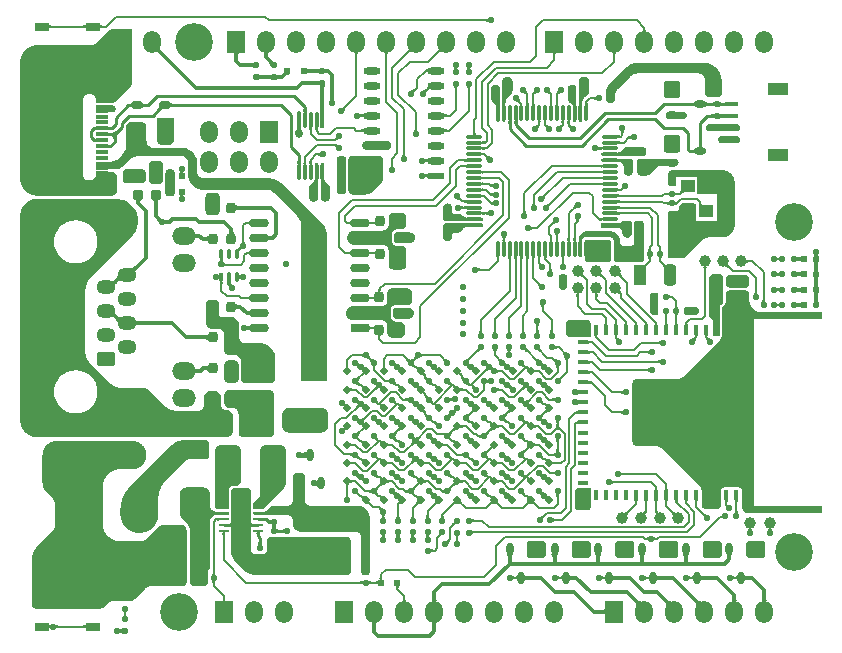
<source format=gtl>
G04*
G04 #@! TF.GenerationSoftware,Altium Limited,Altium Designer,23.3.1 (30)*
G04*
G04 Layer_Physical_Order=1*
G04 Layer_Color=6711008*
%FSLAX44Y44*%
%MOMM*%
G71*
G04*
G04 #@! TF.SameCoordinates,251BAFB9-E827-4C36-8F0F-43BA4AAE9409*
G04*
G04*
G04 #@! TF.FilePolarity,Positive*
G04*
G01*
G75*
%ADD10C,0.2500*%
%ADD13C,0.2000*%
%ADD14C,0.2540*%
%ADD23R,0.5000X0.5000*%
G04:AMPARAMS|DCode=24|XSize=0.5mm|YSize=0.5mm|CornerRadius=0.125mm|HoleSize=0mm|Usage=FLASHONLY|Rotation=270.000|XOffset=0mm|YOffset=0mm|HoleType=Round|Shape=RoundedRectangle|*
%AMROUNDEDRECTD24*
21,1,0.5000,0.2500,0,0,270.0*
21,1,0.2500,0.5000,0,0,270.0*
1,1,0.2500,-0.1250,-0.1250*
1,1,0.2500,-0.1250,0.1250*
1,1,0.2500,0.1250,0.1250*
1,1,0.2500,0.1250,-0.1250*
%
%ADD24ROUNDEDRECTD24*%
%ADD25C,1.0000*%
G04:AMPARAMS|DCode=26|XSize=1.2mm|YSize=0.65mm|CornerRadius=0.0325mm|HoleSize=0mm|Usage=FLASHONLY|Rotation=180.000|XOffset=0mm|YOffset=0mm|HoleType=Round|Shape=RoundedRectangle|*
%AMROUNDEDRECTD26*
21,1,1.2000,0.5850,0,0,180.0*
21,1,1.1350,0.6500,0,0,180.0*
1,1,0.0650,-0.5675,0.2925*
1,1,0.0650,0.5675,0.2925*
1,1,0.0650,0.5675,-0.2925*
1,1,0.0650,-0.5675,-0.2925*
%
%ADD26ROUNDEDRECTD26*%
G04:AMPARAMS|DCode=27|XSize=0.4mm|YSize=0.85mm|CornerRadius=0.08mm|HoleSize=0mm|Usage=FLASHONLY|Rotation=0.000|XOffset=0mm|YOffset=0mm|HoleType=Round|Shape=RoundedRectangle|*
%AMROUNDEDRECTD27*
21,1,0.4000,0.6900,0,0,0.0*
21,1,0.2400,0.8500,0,0,0.0*
1,1,0.1600,0.1200,-0.3450*
1,1,0.1600,-0.1200,-0.3450*
1,1,0.1600,-0.1200,0.3450*
1,1,0.1600,0.1200,0.3450*
%
%ADD27ROUNDEDRECTD27*%
G04:AMPARAMS|DCode=28|XSize=0.5mm|YSize=0.5mm|CornerRadius=0.125mm|HoleSize=0mm|Usage=FLASHONLY|Rotation=0.000|XOffset=0mm|YOffset=0mm|HoleType=Round|Shape=RoundedRectangle|*
%AMROUNDEDRECTD28*
21,1,0.5000,0.2500,0,0,0.0*
21,1,0.2500,0.5000,0,0,0.0*
1,1,0.2500,0.1250,-0.1250*
1,1,0.2500,-0.1250,-0.1250*
1,1,0.2500,-0.1250,0.1250*
1,1,0.2500,0.1250,0.1250*
%
%ADD28ROUNDEDRECTD28*%
%ADD29O,1.4500X0.6000*%
G04:AMPARAMS|DCode=30|XSize=0.8mm|YSize=0.9mm|CornerRadius=0.2mm|HoleSize=0mm|Usage=FLASHONLY|Rotation=90.000|XOffset=0mm|YOffset=0mm|HoleType=Round|Shape=RoundedRectangle|*
%AMROUNDEDRECTD30*
21,1,0.8000,0.5000,0,0,90.0*
21,1,0.4000,0.9000,0,0,90.0*
1,1,0.4000,0.2500,0.2000*
1,1,0.4000,0.2500,-0.2000*
1,1,0.4000,-0.2500,-0.2000*
1,1,0.4000,-0.2500,0.2000*
%
%ADD30ROUNDEDRECTD30*%
G04:AMPARAMS|DCode=31|XSize=0.8mm|YSize=0.9mm|CornerRadius=0.2mm|HoleSize=0mm|Usage=FLASHONLY|Rotation=0.000|XOffset=0mm|YOffset=0mm|HoleType=Round|Shape=RoundedRectangle|*
%AMROUNDEDRECTD31*
21,1,0.8000,0.5000,0,0,0.0*
21,1,0.4000,0.9000,0,0,0.0*
1,1,0.4000,0.2000,-0.2500*
1,1,0.4000,-0.2000,-0.2500*
1,1,0.4000,-0.2000,0.2500*
1,1,0.4000,0.2000,0.2500*
%
%ADD31ROUNDEDRECTD31*%
G04:AMPARAMS|DCode=32|XSize=0.6mm|YSize=1.08mm|CornerRadius=0.06mm|HoleSize=0mm|Usage=FLASHONLY|Rotation=270.000|XOffset=0mm|YOffset=0mm|HoleType=Round|Shape=RoundedRectangle|*
%AMROUNDEDRECTD32*
21,1,0.6000,0.9600,0,0,270.0*
21,1,0.4800,1.0800,0,0,270.0*
1,1,0.1200,-0.4800,-0.2400*
1,1,0.1200,-0.4800,0.2400*
1,1,0.1200,0.4800,0.2400*
1,1,0.1200,0.4800,-0.2400*
%
%ADD32ROUNDEDRECTD32*%
G04:AMPARAMS|DCode=33|XSize=0.3mm|YSize=1.08mm|CornerRadius=0.03mm|HoleSize=0mm|Usage=FLASHONLY|Rotation=90.000|XOffset=0mm|YOffset=0mm|HoleType=Round|Shape=RoundedRectangle|*
%AMROUNDEDRECTD33*
21,1,0.3000,1.0200,0,0,90.0*
21,1,0.2400,1.0800,0,0,90.0*
1,1,0.0600,0.5100,0.1200*
1,1,0.0600,0.5100,-0.1200*
1,1,0.0600,-0.5100,-0.1200*
1,1,0.0600,-0.5100,0.1200*
%
%ADD33ROUNDEDRECTD33*%
G04:AMPARAMS|DCode=34|XSize=1.4mm|YSize=1.8mm|CornerRadius=0.35mm|HoleSize=0mm|Usage=FLASHONLY|Rotation=90.000|XOffset=0mm|YOffset=0mm|HoleType=Round|Shape=RoundedRectangle|*
%AMROUNDEDRECTD34*
21,1,1.4000,1.1000,0,0,90.0*
21,1,0.7000,1.8000,0,0,90.0*
1,1,0.7000,0.5500,0.3500*
1,1,0.7000,0.5500,-0.3500*
1,1,0.7000,-0.5500,-0.3500*
1,1,0.7000,-0.5500,0.3500*
%
%ADD34ROUNDEDRECTD34*%
G04:AMPARAMS|DCode=35|XSize=0.5mm|YSize=0.5mm|CornerRadius=0.125mm|HoleSize=0mm|Usage=FLASHONLY|Rotation=45.000|XOffset=0mm|YOffset=0mm|HoleType=Round|Shape=RoundedRectangle|*
%AMROUNDEDRECTD35*
21,1,0.5000,0.2500,0,0,45.0*
21,1,0.2500,0.5000,0,0,45.0*
1,1,0.2500,0.1768,0.0000*
1,1,0.2500,0.0000,-0.1768*
1,1,0.2500,-0.1768,0.0000*
1,1,0.2500,0.0000,0.1768*
%
%ADD35ROUNDEDRECTD35*%
%ADD36P,0.7071X4X90.0*%
%ADD37O,0.6000X1.1000*%
%ADD38R,0.6000X1.1000*%
%ADD39R,0.3000X1.4500*%
%ADD40O,0.3000X1.4500*%
G04:AMPARAMS|DCode=41|XSize=1.4mm|YSize=1.8mm|CornerRadius=0.35mm|HoleSize=0mm|Usage=FLASHONLY|Rotation=180.000|XOffset=0mm|YOffset=0mm|HoleType=Round|Shape=RoundedRectangle|*
%AMROUNDEDRECTD41*
21,1,1.4000,1.1000,0,0,180.0*
21,1,0.7000,1.8000,0,0,180.0*
1,1,0.7000,-0.3500,0.5500*
1,1,0.7000,0.3500,0.5500*
1,1,0.7000,0.3500,-0.5500*
1,1,0.7000,-0.3500,-0.5500*
%
%ADD41ROUNDEDRECTD41*%
%ADD42R,0.5000X0.6000*%
%ADD43R,0.5000X0.5000*%
%ADD44R,1.7600X1.3000*%
%ADD45O,1.6500X0.7600*%
%ADD46R,1.6500X0.7600*%
%ADD47O,0.4000X0.8000*%
%ADD48R,0.4000X0.8000*%
%ADD49R,1.4500X0.6000*%
G04:AMPARAMS|DCode=50|XSize=0.9mm|YSize=0.8mm|CornerRadius=0.2mm|HoleSize=0mm|Usage=FLASHONLY|Rotation=90.000|XOffset=0mm|YOffset=0mm|HoleType=Round|Shape=RoundedRectangle|*
%AMROUNDEDRECTD50*
21,1,0.9000,0.4000,0,0,90.0*
21,1,0.5000,0.8000,0,0,90.0*
1,1,0.4000,0.2000,0.2500*
1,1,0.4000,0.2000,-0.2500*
1,1,0.4000,-0.2000,-0.2500*
1,1,0.4000,-0.2000,0.2500*
%
%ADD50ROUNDEDRECTD50*%
G04:AMPARAMS|DCode=51|XSize=1.3mm|YSize=1.3mm|CornerRadius=0.13mm|HoleSize=0mm|Usage=FLASHONLY|Rotation=180.000|XOffset=0mm|YOffset=0mm|HoleType=Round|Shape=RoundedRectangle|*
%AMROUNDEDRECTD51*
21,1,1.3000,1.0400,0,0,180.0*
21,1,1.0400,1.3000,0,0,180.0*
1,1,0.2600,-0.5200,0.5200*
1,1,0.2600,0.5200,0.5200*
1,1,0.2600,0.5200,-0.5200*
1,1,0.2600,-0.5200,-0.5200*
%
%ADD51ROUNDEDRECTD51*%
%ADD52R,0.4000X0.8500*%
%ADD53R,0.8500X0.8500*%
G04:AMPARAMS|DCode=54|XSize=0.4mm|YSize=0.85mm|CornerRadius=0.08mm|HoleSize=0mm|Usage=FLASHONLY|Rotation=90.000|XOffset=0mm|YOffset=0mm|HoleType=Round|Shape=RoundedRectangle|*
%AMROUNDEDRECTD54*
21,1,0.4000,0.6900,0,0,90.0*
21,1,0.2400,0.8500,0,0,90.0*
1,1,0.1600,0.3450,0.1200*
1,1,0.1600,0.3450,-0.1200*
1,1,0.1600,-0.3450,-0.1200*
1,1,0.1600,-0.3450,0.1200*
%
%ADD54ROUNDEDRECTD54*%
G04:AMPARAMS|DCode=55|XSize=1.2mm|YSize=1.4mm|CornerRadius=0.3mm|HoleSize=0mm|Usage=FLASHONLY|Rotation=0.000|XOffset=0mm|YOffset=0mm|HoleType=Round|Shape=RoundedRectangle|*
%AMROUNDEDRECTD55*
21,1,1.2000,0.8000,0,0,0.0*
21,1,0.6000,1.4000,0,0,0.0*
1,1,0.6000,0.3000,-0.4000*
1,1,0.6000,-0.3000,-0.4000*
1,1,0.6000,-0.3000,0.4000*
1,1,0.6000,0.3000,0.4000*
%
%ADD55ROUNDEDRECTD55*%
%ADD56O,1.1000X0.6000*%
%ADD57R,1.1000X0.6000*%
%ADD58R,1.0000X1.0500*%
G04:AMPARAMS|DCode=59|XSize=0.65mm|YSize=1mm|CornerRadius=0.1625mm|HoleSize=0mm|Usage=FLASHONLY|Rotation=270.000|XOffset=0mm|YOffset=0mm|HoleType=Round|Shape=RoundedRectangle|*
%AMROUNDEDRECTD59*
21,1,0.6500,0.6750,0,0,270.0*
21,1,0.3250,1.0000,0,0,270.0*
1,1,0.3250,-0.3375,-0.1625*
1,1,0.3250,-0.3375,0.1625*
1,1,0.3250,0.3375,0.1625*
1,1,0.3250,0.3375,-0.1625*
%
%ADD59ROUNDEDRECTD59*%
%ADD60O,1.4500X0.3000*%
%ADD61R,1.4500X0.3000*%
%ADD62R,1.2000X1.1000*%
G04:AMPARAMS|DCode=63|XSize=1mm|YSize=1.8mm|CornerRadius=0.25mm|HoleSize=0mm|Usage=FLASHONLY|Rotation=0.000|XOffset=0mm|YOffset=0mm|HoleType=Round|Shape=RoundedRectangle|*
%AMROUNDEDRECTD63*
21,1,1.0000,1.3000,0,0,0.0*
21,1,0.5000,1.8000,0,0,0.0*
1,1,0.5000,0.2500,-0.6500*
1,1,0.5000,-0.2500,-0.6500*
1,1,0.5000,-0.2500,0.6500*
1,1,0.5000,0.2500,0.6500*
%
%ADD63ROUNDEDRECTD63*%
%ADD64R,1.0000X1.8000*%
G04:AMPARAMS|DCode=65|XSize=1.1mm|YSize=0.4mm|CornerRadius=0.14mm|HoleSize=0mm|Usage=FLASHONLY|Rotation=180.000|XOffset=0mm|YOffset=0mm|HoleType=Round|Shape=RoundedRectangle|*
%AMROUNDEDRECTD65*
21,1,1.1000,0.1200,0,0,180.0*
21,1,0.8200,0.4000,0,0,180.0*
1,1,0.2800,-0.4100,0.0600*
1,1,0.2800,0.4100,0.0600*
1,1,0.2800,0.4100,-0.0600*
1,1,0.2800,-0.4100,-0.0600*
%
%ADD65ROUNDEDRECTD65*%
G04:AMPARAMS|DCode=66|XSize=1.7mm|YSize=1mm|CornerRadius=0.075mm|HoleSize=0mm|Usage=FLASHONLY|Rotation=180.000|XOffset=0mm|YOffset=0mm|HoleType=Round|Shape=RoundedRectangle|*
%AMROUNDEDRECTD66*
21,1,1.7000,0.8500,0,0,180.0*
21,1,1.5500,1.0000,0,0,180.0*
1,1,0.1500,-0.7750,0.4250*
1,1,0.1500,0.7750,0.4250*
1,1,0.1500,0.7750,-0.4250*
1,1,0.1500,-0.7750,-0.4250*
%
%ADD66ROUNDEDRECTD66*%
%ADD67R,1.1000X0.4000*%
%ADD137R,1.8000X2.3000*%
%ADD138O,0.8500X0.2500*%
%ADD139R,0.8500X0.2500*%
%ADD140R,1.7000X2.1500*%
%ADD141R,0.2100X1.0500*%
%ADD142C,0.3000*%
%ADD143C,0.4000*%
%ADD144R,1.5000X1.9000*%
%ADD145O,1.5000X1.9000*%
%ADD146O,3.5000X2.0000*%
%ADD147O,2.0000X1.5000*%
%ADD148O,1.6000X1.2500*%
G04:AMPARAMS|DCode=149|XSize=1.25mm|YSize=1.6mm|CornerRadius=0.3125mm|HoleSize=0mm|Usage=FLASHONLY|Rotation=90.000|XOffset=0mm|YOffset=0mm|HoleType=Round|Shape=RoundedRectangle|*
%AMROUNDEDRECTD149*
21,1,1.2500,0.9750,0,0,90.0*
21,1,0.6250,1.6000,0,0,90.0*
1,1,0.6250,0.4875,0.3125*
1,1,0.6250,0.4875,-0.3125*
1,1,0.6250,-0.4875,-0.3125*
1,1,0.6250,-0.4875,0.3125*
%
%ADD149ROUNDEDRECTD149*%
%ADD150O,2.0000X1.1000*%
%ADD151O,2.3000X1.1000*%
%ADD152O,2.0000X3.6000*%
%ADD153C,2.7000*%
%ADD154O,3.6000X2.0000*%
%ADD155C,3.2000*%
%ADD156C,0.5500*%
G36*
X902036Y1024075D02*
X901850Y1024251D01*
X901656Y1024408D01*
X901453Y1024547D01*
X901241Y1024667D01*
X901021Y1024769D01*
X900792Y1024852D01*
X900554Y1024917D01*
X900307Y1024963D01*
X900052Y1024991D01*
X899788Y1025000D01*
Y1027000D01*
X900052Y1027009D01*
X900307Y1027037D01*
X900554Y1027083D01*
X900792Y1027148D01*
X901021Y1027231D01*
X901241Y1027333D01*
X901453Y1027453D01*
X901656Y1027592D01*
X901850Y1027749D01*
X902036Y1027925D01*
Y1024075D01*
D02*
G37*
G36*
X572484Y1022560D02*
X572545Y1022390D01*
X572646Y1022240D01*
X572788Y1022110D01*
X572971Y1022000D01*
X573194Y1021910D01*
X573458Y1021840D01*
X573763Y1021790D01*
X574108Y1021760D01*
X574494Y1021750D01*
Y1019750D01*
X574108Y1019740D01*
X573763Y1019710D01*
X573458Y1019660D01*
X573194Y1019590D01*
X572971Y1019500D01*
X572788Y1019390D01*
X572646Y1019260D01*
X572545Y1019110D01*
X572484Y1018940D01*
X572463Y1018750D01*
Y1022750D01*
X572484Y1022560D01*
D02*
G37*
G36*
X560537Y1018750D02*
X560516Y1018940D01*
X560456Y1019110D01*
X560354Y1019260D01*
X560212Y1019390D01*
X560029Y1019500D01*
X559806Y1019590D01*
X559542Y1019660D01*
X559237Y1019710D01*
X558892Y1019740D01*
X558506Y1019750D01*
Y1021750D01*
X558892Y1021760D01*
X559237Y1021790D01*
X559542Y1021840D01*
X559806Y1021910D01*
X560029Y1022000D01*
X560212Y1022110D01*
X560354Y1022240D01*
X560456Y1022390D01*
X560516Y1022560D01*
X560537Y1022750D01*
Y1018750D01*
D02*
G37*
G36*
X529484Y1022560D02*
X529544Y1022390D01*
X529646Y1022240D01*
X529788Y1022110D01*
X529971Y1022000D01*
X530194Y1021910D01*
X530458Y1021840D01*
X530763Y1021790D01*
X531108Y1021760D01*
X531494Y1021750D01*
Y1019750D01*
X531108Y1019740D01*
X530763Y1019710D01*
X530458Y1019660D01*
X530194Y1019590D01*
X529971Y1019500D01*
X529788Y1019390D01*
X529646Y1019260D01*
X529544Y1019110D01*
X529484Y1018940D01*
X529463Y1018750D01*
Y1022750D01*
X529484Y1022560D01*
D02*
G37*
G36*
X600000Y975000D02*
X600000Y975000D01*
X600000Y974810D01*
X599985Y974431D01*
X599955Y974053D01*
X599911Y973677D01*
X599851Y973302D01*
X599777Y972930D01*
X599689Y972561D01*
X599586Y972196D01*
X599469Y971835D01*
X599337Y971480D01*
X599192Y971129D01*
X599034Y970785D01*
X598861Y970447D01*
X598676Y970116D01*
X598478Y969793D01*
X598267Y969477D01*
X598044Y969170D01*
X597809Y968873D01*
X597563Y968584D01*
X597306Y968306D01*
X587500Y958500D01*
X587500Y958500D01*
X587381Y958381D01*
X587135Y958154D01*
X586880Y957936D01*
X586617Y957729D01*
X586346Y957532D01*
X586067Y957345D01*
X585781Y957170D01*
X585489Y957006D01*
X585190Y956854D01*
X584886Y956714D01*
X584576Y956586D01*
X584262Y956469D01*
X583943Y956366D01*
X583620Y956275D01*
X583294Y956197D01*
X582965Y956131D01*
X582634Y956079D01*
X582301Y956039D01*
X581967Y956013D01*
X581632Y956000D01*
X579311D01*
X579300Y956000D01*
X569700D01*
X569000Y956982D01*
X569000Y959000D01*
X569000Y959000D01*
X569000Y959000D01*
X569000Y959007D01*
X568997Y959147D01*
X568978Y959439D01*
X568978Y959441D01*
X568940Y959732D01*
X568940Y959733D01*
X568882Y960021D01*
X568882Y960022D01*
X568806Y960306D01*
X568712Y960585D01*
X568599Y960857D01*
X568469Y961121D01*
X568321Y961376D01*
X568158Y961621D01*
X567979Y961855D01*
X567784Y962076D01*
X567576Y962284D01*
X567355Y962478D01*
X567121Y962658D01*
X566876Y962821D01*
X566621Y962969D01*
X566357Y963099D01*
X566085Y963212D01*
X565806Y963306D01*
X565522Y963382D01*
X565233Y963440D01*
X564941Y963478D01*
X564647Y963498D01*
X564500Y963500D01*
X563000Y963500D01*
X563000Y963500D01*
X562853Y963497D01*
X562559Y963478D01*
X562267Y963440D01*
X561978Y963382D01*
X561693Y963306D01*
X561415Y963211D01*
X561143Y963099D01*
X560879Y962968D01*
X560624Y962821D01*
X560379Y962658D01*
X560145Y962478D01*
X559924Y962284D01*
X559715Y962076D01*
X559521Y961855D01*
X559342Y961621D01*
X559179Y961376D01*
X559031Y961121D01*
X558901Y960857D01*
X558788Y960585D01*
X558694Y960306D01*
X558618Y960022D01*
X558560Y959733D01*
X558522Y959441D01*
X558502Y959147D01*
X558500Y959000D01*
Y895000D01*
X558502Y894853D01*
X558522Y894559D01*
X558560Y894267D01*
X558618Y893978D01*
X558694Y893693D01*
X558788Y893415D01*
X558901Y893143D01*
X559031Y892878D01*
X559179Y892624D01*
X559342Y892379D01*
X559521Y892145D01*
X559716Y891924D01*
X559924Y891715D01*
X560145Y891521D01*
X560379Y891342D01*
X560624Y891178D01*
X560879Y891031D01*
X561143Y890901D01*
X561415Y890788D01*
X561694Y890694D01*
X561978Y890618D01*
X562267Y890560D01*
X562559Y890522D01*
X562853Y890502D01*
X563000Y890500D01*
X564500D01*
X564647Y890502D01*
X564941Y890522D01*
X565233Y890560D01*
X565522Y890618D01*
X565806Y890694D01*
X566085Y890788D01*
X566357Y890901D01*
X566621Y891031D01*
X566876Y891179D01*
X567121Y891342D01*
X567355Y891521D01*
X567576Y891715D01*
X567784Y891924D01*
X567979Y892145D01*
X568158Y892379D01*
X568321Y892624D01*
X568469Y892879D01*
X568599Y893143D01*
X568712Y893415D01*
X568806Y893694D01*
X568882Y893978D01*
X568940Y894267D01*
X568978Y894559D01*
X568997Y894853D01*
X569000Y895000D01*
X569000Y897018D01*
X569700Y898000D01*
X579300D01*
X579311Y898000D01*
X579541D01*
X579556Y898000D01*
X582000D01*
X582000Y898000D01*
X582000Y898000D01*
X582004Y897999D01*
X583167Y897875D01*
X583374Y897828D01*
X583671Y897742D01*
X583962Y897640D01*
X584247Y897522D01*
X584525Y897388D01*
X584795Y897239D01*
X585057Y897075D01*
X585308Y896896D01*
X585550Y896704D01*
X585780Y896498D01*
X585998Y896280D01*
X586204Y896050D01*
X586396Y895808D01*
X586575Y895557D01*
X586739Y895295D01*
X586888Y895025D01*
X587022Y894747D01*
X587140Y894462D01*
X587242Y894171D01*
X587328Y893874D01*
X587396Y893573D01*
X587448Y893269D01*
X587483Y892962D01*
X587500Y892654D01*
X587500Y892500D01*
X587500Y882846D01*
X587483Y882538D01*
X587448Y882231D01*
X587396Y881927D01*
X587328Y881626D01*
X587242Y881329D01*
X587140Y881038D01*
X587022Y880753D01*
X586888Y880475D01*
X586739Y880204D01*
X586575Y879943D01*
X586396Y879691D01*
X586204Y879450D01*
X585998Y879220D01*
X585780Y879002D01*
X585550Y878796D01*
X585308Y878604D01*
X585057Y878425D01*
X584795Y878261D01*
X584525Y878112D01*
X584247Y877978D01*
X583962Y877860D01*
X583671Y877758D01*
X583374Y877672D01*
X583073Y877604D01*
X582769Y877552D01*
X582462Y877517D01*
X582154Y877500D01*
X520000D01*
X519732Y877500D01*
X519197Y877519D01*
X518663Y877557D01*
X518130Y877615D01*
X517600Y877691D01*
X517073Y877786D01*
X516550Y877900D01*
X516031Y878032D01*
X515517Y878183D01*
X515009Y878352D01*
X514507Y878539D01*
X514012Y878744D01*
X513525Y878967D01*
X513046Y879206D01*
X512576Y879463D01*
X512115Y879736D01*
X511665Y880026D01*
X511225Y880331D01*
X510796Y880652D01*
X510379Y880988D01*
X509975Y881339D01*
X509582Y881704D01*
X509204Y882083D01*
X508839Y882475D01*
X508488Y882879D01*
X508152Y883296D01*
X507831Y883725D01*
X507526Y884165D01*
X507236Y884616D01*
X506963Y885076D01*
X506706Y885546D01*
X506467Y886025D01*
X506244Y886512D01*
X506039Y887007D01*
X505852Y887509D01*
X505683Y888017D01*
X505532Y888531D01*
X505400Y889050D01*
X505286Y889573D01*
X505191Y890100D01*
X505115Y890630D01*
X505057Y891163D01*
X505019Y891697D01*
X505000Y892232D01*
X505000Y892500D01*
Y990000D01*
X505000Y990268D01*
X505019Y990803D01*
X505057Y991337D01*
X505114Y991870D01*
X505191Y992400D01*
X505286Y992927D01*
X505399Y993450D01*
X505532Y993969D01*
X505683Y994483D01*
X505852Y994991D01*
X506039Y995493D01*
X506244Y995988D01*
X506466Y996475D01*
X506706Y996954D01*
X506963Y997424D01*
X507236Y997885D01*
X507525Y998335D01*
X507831Y998775D01*
X508152Y999204D01*
X508488Y999621D01*
X508839Y1000025D01*
X509204Y1000417D01*
X509582Y1000796D01*
X509974Y1001161D01*
X510379Y1001512D01*
X510796Y1001848D01*
X511225Y1002169D01*
X511665Y1002474D01*
X512115Y1002764D01*
X512576Y1003037D01*
X513046Y1003294D01*
X513525Y1003534D01*
X514012Y1003756D01*
X514507Y1003961D01*
X515009Y1004148D01*
X515517Y1004317D01*
X516031Y1004468D01*
X516550Y1004601D01*
X517073Y1004714D01*
X517600Y1004809D01*
X518130Y1004885D01*
X518663Y1004943D01*
X519197Y1004981D01*
X519732Y1005000D01*
X520000Y1005000D01*
X563801Y1005000D01*
X565000Y1005000D01*
X565001Y1005000D01*
X565148Y1005002D01*
X565440Y1005016D01*
X565444Y1005016D01*
X565737Y1005045D01*
X565739Y1005045D01*
X566031Y1005089D01*
X566032Y1005089D01*
X566322Y1005146D01*
X566610Y1005218D01*
X566893Y1005304D01*
X567172Y1005404D01*
X567446Y1005518D01*
X567714Y1005644D01*
X567975Y1005784D01*
X568229Y1005936D01*
X568475Y1006101D01*
X568713Y1006277D01*
X568942Y1006465D01*
X569162Y1006664D01*
X569268Y1006768D01*
X578879Y1016378D01*
X578879Y1016378D01*
X578879Y1016378D01*
X578881Y1016380D01*
X579772Y1017139D01*
X579828Y1017181D01*
X580124Y1017378D01*
X580429Y1017561D01*
X580742Y1017729D01*
X581064Y1017881D01*
X581392Y1018017D01*
X581727Y1018137D01*
X582067Y1018240D01*
X582412Y1018326D01*
X582761Y1018396D01*
X583113Y1018448D01*
X583467Y1018483D01*
X583822Y1018500D01*
X584000Y1018500D01*
X600000Y1018500D01*
Y975000D01*
D02*
G37*
G36*
X1034410Y1018982D02*
X1034440Y1018602D01*
X1034489Y1018266D01*
X1034559Y1017975D01*
X1034648Y1017729D01*
X1034757Y1017528D01*
X1034886Y1017371D01*
X1035034Y1017259D01*
X1035203Y1017192D01*
X1035391Y1017170D01*
X1031409D01*
X1031597Y1017192D01*
X1031766Y1017259D01*
X1031914Y1017371D01*
X1032043Y1017528D01*
X1032152Y1017729D01*
X1032241Y1017975D01*
X1032311Y1018266D01*
X1032360Y1018602D01*
X1032390Y1018982D01*
X1032400Y1019407D01*
X1034400D01*
X1034410Y1018982D01*
D02*
G37*
G36*
X836698Y999522D02*
X836549Y999640D01*
X836383Y999711D01*
X836198Y999737D01*
X835996Y999718D01*
X835777Y999652D01*
X835540Y999541D01*
X835285Y999385D01*
X835013Y999183D01*
X834723Y998935D01*
X834415Y998641D01*
X833001Y1000055D01*
X833295Y1000363D01*
X833542Y1000653D01*
X833745Y1000925D01*
X833901Y1001180D01*
X834012Y1001417D01*
X834078Y1001637D01*
X834097Y1001838D01*
X834071Y1002023D01*
X834000Y1002189D01*
X833882Y1002338D01*
X836698Y999522D01*
D02*
G37*
G36*
X862098Y999522D02*
X861949Y999640D01*
X861783Y999711D01*
X861598Y999737D01*
X861396Y999718D01*
X861177Y999652D01*
X860940Y999541D01*
X860685Y999385D01*
X860413Y999183D01*
X860123Y998935D01*
X859815Y998641D01*
X858401Y1000055D01*
X858695Y1000363D01*
X858942Y1000653D01*
X859145Y1000925D01*
X859301Y1001180D01*
X859412Y1001417D01*
X859478Y1001637D01*
X859497Y1001838D01*
X859471Y1002023D01*
X859400Y1002189D01*
X859282Y1002338D01*
X862098Y999522D01*
D02*
G37*
G36*
X623612Y1003051D02*
X623508Y1002798D01*
X623475Y1002516D01*
X623512Y1002206D01*
X623620Y1001867D01*
X623799Y1001499D01*
X624048Y1001103D01*
X624368Y1000678D01*
X624758Y1000224D01*
X625220Y999742D01*
X623098Y997620D01*
X622616Y998082D01*
X621738Y998792D01*
X621341Y999041D01*
X620974Y999220D01*
X620634Y999328D01*
X620324Y999365D01*
X620042Y999332D01*
X619789Y999228D01*
X619565Y999053D01*
X623787Y1003275D01*
X623612Y1003051D01*
D02*
G37*
G36*
X1009803Y998808D02*
X1009634Y998741D01*
X1009486Y998629D01*
X1009357Y998472D01*
X1009248Y998271D01*
X1009159Y998025D01*
X1009089Y997734D01*
X1009040Y997398D01*
X1009010Y997018D01*
X1009000Y996593D01*
X1007000D01*
X1006990Y997018D01*
X1006960Y997398D01*
X1006911Y997734D01*
X1006841Y998025D01*
X1006752Y998271D01*
X1006643Y998472D01*
X1006514Y998629D01*
X1006366Y998741D01*
X1006197Y998808D01*
X1006009Y998830D01*
X1009991D01*
X1009803Y998808D01*
D02*
G37*
G36*
X816763Y998808D02*
X816594Y998741D01*
X816446Y998629D01*
X816317Y998472D01*
X816208Y998271D01*
X816119Y998025D01*
X816049Y997734D01*
X816000Y997398D01*
X815970Y997018D01*
X815960Y996593D01*
X813960D01*
X813950Y997018D01*
X813920Y997398D01*
X813871Y997734D01*
X813801Y998025D01*
X813712Y998271D01*
X813603Y998472D01*
X813474Y998629D01*
X813326Y998741D01*
X813157Y998808D01*
X812969Y998830D01*
X816951D01*
X816763Y998808D01*
D02*
G37*
G36*
X791363D02*
X791194Y998741D01*
X791046Y998629D01*
X790917Y998472D01*
X790808Y998271D01*
X790719Y998025D01*
X790649Y997734D01*
X790600Y997398D01*
X790570Y997018D01*
X790560Y996593D01*
X788560D01*
X788550Y997018D01*
X788520Y997398D01*
X788471Y997734D01*
X788401Y998025D01*
X788312Y998271D01*
X788203Y998472D01*
X788074Y998629D01*
X787926Y998741D01*
X787757Y998808D01*
X787569Y998830D01*
X791551D01*
X791363Y998808D01*
D02*
G37*
G36*
X959010Y998511D02*
X958840Y998450D01*
X958690Y998351D01*
X958560Y998211D01*
X958450Y998030D01*
X958360Y997811D01*
X958290Y997551D01*
X958240Y997251D01*
X958210Y996910D01*
X958200Y996531D01*
X956200D01*
X956190Y996910D01*
X956160Y997251D01*
X956110Y997551D01*
X956040Y997811D01*
X955950Y998030D01*
X955840Y998211D01*
X955710Y998351D01*
X955560Y998450D01*
X955390Y998511D01*
X955200Y998531D01*
X959200D01*
X959010Y998511D01*
D02*
G37*
G36*
X716063Y999126D02*
X715811Y999020D01*
X715588Y998845D01*
X715395Y998599D01*
X715231Y998283D01*
X715098Y997897D01*
X714994Y997440D01*
X714919Y996914D01*
X714875Y996317D01*
X714860Y995649D01*
X711860D01*
X711845Y996317D01*
X711726Y997440D01*
X711622Y997897D01*
X711488Y998283D01*
X711325Y998599D01*
X711132Y998845D01*
X710909Y999020D01*
X710657Y999126D01*
X710374Y999161D01*
X716346D01*
X716063Y999126D01*
D02*
G37*
G36*
X690675Y998501D02*
X690420Y998410D01*
X690195Y998260D01*
X690000Y998051D01*
X689835Y997781D01*
X689700Y997450D01*
X689595Y997060D01*
X689520Y996610D01*
X689475Y996100D01*
X689460Y995530D01*
X686460D01*
X686445Y996100D01*
X686400Y996610D01*
X686325Y997060D01*
X686220Y997450D01*
X686085Y997781D01*
X685920Y998051D01*
X685725Y998260D01*
X685500Y998410D01*
X685245Y998501D01*
X684960Y998531D01*
X690960D01*
X690675Y998501D01*
D02*
G37*
G36*
X1084000Y990000D02*
X1084268Y990000D01*
X1084803Y989981D01*
X1085337Y989943D01*
X1085870Y989885D01*
X1086400Y989809D01*
X1086927Y989714D01*
X1087450Y989600D01*
X1087969Y989468D01*
X1088483Y989317D01*
X1088991Y989148D01*
X1089493Y988961D01*
X1089988Y988756D01*
X1090475Y988533D01*
X1090954Y988294D01*
X1091424Y988037D01*
X1091884Y987764D01*
X1092335Y987474D01*
X1092775Y987169D01*
X1093204Y986848D01*
X1093621Y986512D01*
X1094025Y986161D01*
X1094417Y985796D01*
X1094796Y985417D01*
X1095161Y985025D01*
X1095512Y984621D01*
X1095848Y984204D01*
X1096169Y983775D01*
X1096474Y983335D01*
X1096764Y982884D01*
X1097037Y982424D01*
X1097294Y981954D01*
X1097533Y981475D01*
X1097756Y980988D01*
X1097961Y980493D01*
X1098148Y979991D01*
X1098317Y979483D01*
X1098468Y978969D01*
X1098600Y978450D01*
X1098714Y977927D01*
X1098809Y977400D01*
X1098885Y976870D01*
X1098943Y976337D01*
X1098954Y976173D01*
X1099000Y975005D01*
X1099000Y975000D01*
X1099000Y975000D01*
X1099000Y975000D01*
X1099000Y964000D01*
X1099000Y963882D01*
X1098982Y963647D01*
X1098945Y963414D01*
X1098890Y963185D01*
X1098817Y962961D01*
X1098727Y962743D01*
X1098620Y962533D01*
X1098497Y962332D01*
X1098358Y962141D01*
X1098205Y961962D01*
X1098038Y961795D01*
X1097859Y961642D01*
X1097668Y961503D01*
X1097467Y961380D01*
X1097257Y961273D01*
X1097171Y961238D01*
X1096000Y961000D01*
Y961000D01*
X1088000Y961000D01*
X1087882Y961000D01*
X1087647Y961018D01*
X1087414Y961055D01*
X1087185Y961110D01*
X1086961Y961183D01*
X1086743Y961273D01*
X1086533Y961380D01*
X1086332Y961504D01*
X1086141Y961642D01*
X1085962Y961795D01*
X1085795Y961962D01*
X1085642Y962141D01*
X1085503Y962332D01*
X1085380Y962533D01*
X1085273Y962743D01*
X1085183Y962961D01*
X1085110Y963185D01*
X1085055Y963414D01*
X1085018Y963647D01*
X1085000Y963882D01*
X1085000Y964000D01*
X1085000Y975000D01*
X1084998Y975168D01*
X1084979Y975504D01*
X1084941Y975839D01*
X1084885Y976171D01*
X1084810Y976499D01*
X1084717Y976822D01*
X1084606Y977140D01*
X1084477Y977451D01*
X1084331Y977754D01*
X1084168Y978048D01*
X1083989Y978334D01*
X1083794Y978608D01*
X1083584Y978871D01*
X1083360Y979122D01*
X1083122Y979360D01*
X1082871Y979584D01*
X1082608Y979794D01*
X1082334Y979989D01*
X1082048Y980168D01*
X1081754Y980331D01*
X1081451Y980477D01*
X1081140Y980606D01*
X1080822Y980717D01*
X1080499Y980810D01*
X1080171Y980885D01*
X1079839Y980941D01*
X1079838Y980941D01*
X1079504Y980979D01*
X1079502Y980979D01*
X1079168Y980998D01*
X1079003Y981000D01*
X1079000Y981000D01*
X1079000Y981000D01*
X1079000Y981000D01*
X1028000Y981000D01*
X1027810Y980998D01*
X1027431Y980983D01*
X1027053Y980954D01*
X1026677Y980909D01*
X1026302Y980850D01*
X1025930Y980776D01*
X1025562Y980687D01*
X1025197Y980584D01*
X1024836Y980467D01*
X1024480Y980336D01*
X1024130Y980191D01*
X1023785Y980032D01*
X1023448Y979860D01*
X1023117Y979675D01*
X1022794Y979476D01*
X1022478Y979266D01*
X1022171Y979043D01*
X1021874Y978808D01*
X1021873Y978807D01*
X1021585Y978562D01*
X1021583Y978560D01*
X1021307Y978304D01*
X1021172Y978172D01*
X1021171Y978172D01*
X1021171Y978171D01*
X1011121Y968121D01*
X1010997Y967994D01*
X1010758Y967731D01*
X1010533Y967456D01*
X1010321Y967170D01*
X1010124Y966875D01*
X1009941Y966570D01*
X1009773Y966256D01*
X1009621Y965935D01*
X1009485Y965607D01*
X1009365Y965272D01*
X1009262Y964932D01*
X1009176Y964587D01*
X1009107Y964238D01*
X1009054Y963886D01*
X1009054Y963886D01*
X1009019Y963533D01*
X1009019Y963531D01*
X1009002Y963178D01*
X1009000Y963000D01*
X1009000Y963000D01*
X1009000Y963000D01*
X1009000Y960000D01*
X1009000Y959869D01*
X1008983Y959608D01*
X1008949Y959348D01*
X1008898Y959091D01*
X1008830Y958838D01*
X1008746Y958590D01*
X1008645Y958348D01*
X1008530Y958113D01*
X1008399Y957887D01*
X1008253Y957669D01*
X1008094Y957461D01*
X1007921Y957264D01*
X1007736Y957079D01*
X1007539Y956906D01*
X1007331Y956747D01*
X1007113Y956601D01*
X1006887Y956470D01*
X1006652Y956354D01*
X1006410Y956254D01*
X1006162Y956170D01*
X1005909Y956102D01*
X1005652Y956051D01*
X1005392Y956017D01*
X1005131Y956000D01*
X1005000Y956000D01*
X1004869Y956000D01*
X1004608Y956017D01*
X1004348Y956051D01*
X1004091Y956102D01*
X1003838Y956170D01*
X1003590Y956254D01*
X1003348Y956354D01*
X1003113Y956470D01*
X1002887Y956601D01*
X1002669Y956747D01*
X1002461Y956906D01*
X1002264Y957079D01*
X1002079Y957264D01*
X1001906Y957461D01*
X1001747Y957669D01*
X1001601Y957886D01*
X1001470Y958113D01*
X1001355Y958348D01*
X1001254Y958590D01*
X1001170Y958838D01*
X1001102Y959091D01*
X1001051Y959348D01*
X1001017Y959607D01*
X1001000Y959869D01*
Y965190D01*
X1001015Y965568D01*
X1001045Y965947D01*
X1001089Y966323D01*
X1001149Y966698D01*
X1001223Y967070D01*
X1001311Y967439D01*
X1001414Y967804D01*
X1001531Y968164D01*
X1001663Y968520D01*
X1001808Y968871D01*
X1001966Y969215D01*
X1002139Y969553D01*
X1002324Y969884D01*
X1002522Y970207D01*
X1002733Y970523D01*
X1002956Y970829D01*
X1003191Y971127D01*
X1003437Y971416D01*
X1003694Y971694D01*
X1003828Y971828D01*
X1003828Y971828D01*
X1017757Y985757D01*
X1017925Y985925D01*
X1018271Y986249D01*
X1018627Y986562D01*
X1018994Y986862D01*
X1019370Y987151D01*
X1019755Y987427D01*
X1020150Y987691D01*
X1020552Y987941D01*
X1020963Y988178D01*
X1021381Y988401D01*
X1021806Y988611D01*
X1022238Y988807D01*
X1022676Y988988D01*
X1023119Y989155D01*
X1023568Y989307D01*
X1024022Y989445D01*
X1024480Y989568D01*
X1024942Y989675D01*
X1025406Y989768D01*
X1025874Y989845D01*
X1026344Y989907D01*
X1026816Y989953D01*
X1027289Y989984D01*
X1027763Y990000D01*
X1028000Y990000D01*
X1028000Y990000D01*
X1084000Y990000D01*
D02*
G37*
G36*
X717858Y992283D02*
X718225Y991976D01*
X718608Y991693D01*
X719007Y991435D01*
X719421Y991201D01*
X719850Y990992D01*
X720296Y990807D01*
X720757Y990647D01*
X721234Y990510D01*
X721726Y990399D01*
X717601Y986274D01*
X717489Y986767D01*
X717353Y987243D01*
X717193Y987704D01*
X717008Y988150D01*
X716799Y988579D01*
X716565Y988993D01*
X716307Y989392D01*
X716024Y989775D01*
X715717Y990142D01*
X715385Y990493D01*
X717507Y992615D01*
X717858Y992283D01*
D02*
G37*
G36*
X703274Y985601D02*
X702995Y985772D01*
X702695Y985925D01*
X702375Y986060D01*
X702034Y986176D01*
X701672Y986275D01*
X701290Y986356D01*
X700888Y986419D01*
X700021Y986491D01*
X699556Y986500D01*
Y989500D01*
X700021Y989509D01*
X700888Y989581D01*
X701290Y989644D01*
X701672Y989725D01*
X702034Y989824D01*
X702375Y989940D01*
X702695Y990075D01*
X702995Y990228D01*
X703274Y990399D01*
Y985601D01*
D02*
G37*
G36*
X886010Y986056D02*
X886011Y986036D01*
X886925D01*
X886749Y985851D01*
X886592Y985656D01*
X886453Y985453D01*
X886333Y985241D01*
X886231Y985021D01*
X886193Y984916D01*
X886246Y984766D01*
X886354Y984559D01*
X886482Y984398D01*
X886629Y984282D01*
X886796Y984213D01*
X886983Y984190D01*
X886024D01*
X886009Y984052D01*
X886000Y983788D01*
X884000D01*
X883991Y984052D01*
X883976Y984190D01*
X883017D01*
X883204Y984213D01*
X883371Y984282D01*
X883518Y984398D01*
X883646Y984559D01*
X883754Y984766D01*
X883807Y984916D01*
X883769Y985021D01*
X883667Y985241D01*
X883547Y985453D01*
X883408Y985656D01*
X883251Y985851D01*
X883075Y986036D01*
X883989D01*
X883990Y986056D01*
X884000Y986493D01*
X886000D01*
X886010Y986056D01*
D02*
G37*
G36*
X875010Y986056D02*
X875011Y986036D01*
X875925D01*
X875749Y985850D01*
X875592Y985656D01*
X875453Y985453D01*
X875333Y985241D01*
X875231Y985021D01*
X875193Y984916D01*
X875246Y984766D01*
X875354Y984559D01*
X875482Y984398D01*
X875629Y984282D01*
X875796Y984213D01*
X875983Y984190D01*
X875024D01*
X875009Y984052D01*
X875000Y983788D01*
X873000D01*
X872991Y984052D01*
X872976Y984190D01*
X872017D01*
X872204Y984213D01*
X872371Y984282D01*
X872518Y984398D01*
X872646Y984559D01*
X872754Y984766D01*
X872807Y984916D01*
X872769Y985021D01*
X872667Y985241D01*
X872547Y985453D01*
X872408Y985656D01*
X872251Y985850D01*
X872075Y986036D01*
X872989D01*
X872990Y986056D01*
X873000Y986493D01*
X875000D01*
X875010Y986056D01*
D02*
G37*
G36*
X850474Y981914D02*
X850454Y982016D01*
X850393Y982107D01*
X850292Y982187D01*
X850150Y982257D01*
X849968Y982316D01*
X849745Y982364D01*
X849482Y982402D01*
X849179Y982429D01*
X848450Y982450D01*
Y984450D01*
X848835Y984455D01*
X849745Y984536D01*
X849968Y984584D01*
X850150Y984643D01*
X850292Y984713D01*
X850393Y984793D01*
X850454Y984884D01*
X850474Y984986D01*
Y981914D01*
D02*
G37*
G36*
X763234Y985010D02*
X763379Y984903D01*
X763564Y984808D01*
X763790Y984726D01*
X764057Y984657D01*
X764364Y984601D01*
X764713Y984557D01*
X765530Y984506D01*
X766000Y984500D01*
Y981500D01*
X765530Y981494D01*
X764364Y981399D01*
X764057Y981343D01*
X763790Y981273D01*
X763564Y981192D01*
X763379Y981097D01*
X763234Y980990D01*
X763129Y980871D01*
Y985129D01*
X763234Y985010D01*
D02*
G37*
G36*
X759274Y980601D02*
X758995Y980772D01*
X758695Y980925D01*
X758375Y981060D01*
X758034Y981176D01*
X757672Y981275D01*
X757290Y981356D01*
X756888Y981419D01*
X756021Y981491D01*
X755556Y981500D01*
Y984500D01*
X756021Y984509D01*
X756888Y984581D01*
X757290Y984644D01*
X757672Y984725D01*
X758034Y984824D01*
X758375Y984940D01*
X758695Y985075D01*
X758995Y985228D01*
X759274Y985399D01*
Y980601D01*
D02*
G37*
G36*
X747499Y985690D02*
X747589Y985441D01*
X747740Y985220D01*
X747950Y985029D01*
X748220Y984867D01*
X748550Y984735D01*
X748940Y984632D01*
X749389Y984559D01*
X749900Y984515D01*
X750470Y984500D01*
Y981500D01*
X749900Y981485D01*
X749389Y981441D01*
X748940Y981368D01*
X748550Y981265D01*
X748220Y981133D01*
X747950Y980971D01*
X747740Y980780D01*
X747589Y980559D01*
X747499Y980310D01*
X747469Y980031D01*
Y985969D01*
X747499Y985690D01*
D02*
G37*
G36*
X732591Y980031D02*
X732376Y980184D01*
X732119Y980256D01*
X731819Y980247D01*
X731476Y980157D01*
X731091Y979985D01*
X730664Y979732D01*
X730194Y979398D01*
X729682Y978983D01*
X728531Y977909D01*
X726409Y980031D01*
X726987Y980628D01*
X727898Y981694D01*
X728232Y982164D01*
X728485Y982591D01*
X728657Y982976D01*
X728747Y983319D01*
X728756Y983619D01*
X728684Y983876D01*
X728531Y984091D01*
X732591Y980031D01*
D02*
G37*
G36*
X722005Y980228D02*
X722305Y980075D01*
X722625Y979940D01*
X722966Y979824D01*
X723328Y979725D01*
X723710Y979644D01*
X724112Y979581D01*
X724979Y979509D01*
X725444Y979500D01*
Y976500D01*
X724979Y976491D01*
X724112Y976419D01*
X723710Y976356D01*
X723328Y976275D01*
X722966Y976176D01*
X722625Y976060D01*
X722305Y975925D01*
X722005Y975772D01*
X721726Y975601D01*
Y980399D01*
X722005Y980228D01*
D02*
G37*
G36*
X718274Y975601D02*
X717995Y975772D01*
X717695Y975925D01*
X717375Y976060D01*
X717034Y976176D01*
X716672Y976275D01*
X716290Y976356D01*
X715888Y976419D01*
X715021Y976491D01*
X714556Y976500D01*
Y979500D01*
X715021Y979509D01*
X715888Y979581D01*
X716290Y979644D01*
X716672Y979725D01*
X717034Y979824D01*
X717375Y979940D01*
X717695Y980075D01*
X717995Y980228D01*
X718274Y980399D01*
Y975601D01*
D02*
G37*
G36*
X707005Y980228D02*
X707305Y980075D01*
X707625Y979940D01*
X707966Y979824D01*
X708328Y979725D01*
X708710Y979644D01*
X709112Y979581D01*
X709979Y979509D01*
X710444Y979500D01*
Y976500D01*
X709979Y976491D01*
X709112Y976419D01*
X708710Y976356D01*
X708328Y976275D01*
X707966Y976176D01*
X707625Y976060D01*
X707305Y975925D01*
X707005Y975772D01*
X706726Y975601D01*
Y980399D01*
X707005Y980228D01*
D02*
G37*
G36*
X1061794Y974985D02*
X1061988Y974954D01*
X1062179Y974908D01*
X1062366Y974847D01*
X1062547Y974772D01*
X1062722Y974683D01*
X1062890Y974580D01*
X1063049Y974465D01*
X1063198Y974337D01*
X1063337Y974198D01*
X1063465Y974049D01*
X1063580Y973890D01*
X1063683Y973723D01*
X1063772Y973548D01*
X1063847Y973366D01*
X1063908Y973179D01*
X1063954Y972988D01*
X1063985Y972794D01*
X1064000Y972598D01*
Y972500D01*
X1064000Y962500D01*
X1064000Y962402D01*
X1063985Y962206D01*
X1063954Y962012D01*
X1063908Y961821D01*
X1063847Y961634D01*
X1063772Y961453D01*
X1063683Y961278D01*
X1063580Y961110D01*
X1063465Y960951D01*
X1063337Y960802D01*
X1063198Y960663D01*
X1063049Y960535D01*
X1062890Y960420D01*
X1062722Y960317D01*
X1062547Y960228D01*
X1062366Y960153D01*
X1062179Y960092D01*
X1061988Y960046D01*
X1061794Y960016D01*
X1061598Y960000D01*
X1061500Y960000D01*
Y960000D01*
X1052500Y960000D01*
X1052402Y960000D01*
X1052206Y960015D01*
X1052012Y960046D01*
X1051821Y960092D01*
X1051634Y960153D01*
X1051452Y960228D01*
X1051277Y960317D01*
X1051110Y960420D01*
X1050951Y960535D01*
X1050802Y960663D01*
X1050663Y960802D01*
X1050535Y960951D01*
X1050420Y961110D01*
X1050317Y961278D01*
X1050228Y961453D01*
X1050153Y961634D01*
X1050092Y961821D01*
X1050046Y962012D01*
X1050015Y962206D01*
X1050000Y962402D01*
X1050000Y962500D01*
X1050000Y962500D01*
X1050000Y972500D01*
X1050000Y972598D01*
X1050015Y972794D01*
X1050046Y972988D01*
X1050092Y973179D01*
X1050153Y973366D01*
X1050228Y973548D01*
X1050317Y973723D01*
X1050420Y973890D01*
X1050535Y974049D01*
X1050663Y974198D01*
X1050802Y974337D01*
X1050951Y974465D01*
X1051110Y974580D01*
X1051277Y974683D01*
X1051452Y974772D01*
X1051634Y974847D01*
X1051821Y974908D01*
X1052012Y974954D01*
X1052206Y974985D01*
X1052402Y975000D01*
X1052500Y975000D01*
X1052500Y975000D01*
X1061598D01*
X1061794Y974985D01*
D02*
G37*
G36*
X852746Y967819D02*
X852600Y967937D01*
X852431Y968003D01*
X852238Y968018D01*
X852021Y967982D01*
X851781Y967895D01*
X851517Y967755D01*
X851229Y967565D01*
X850918Y967323D01*
X850583Y967030D01*
X850225Y966685D01*
X848862Y968151D01*
X849207Y968510D01*
X849744Y969158D01*
X849938Y969449D01*
X850081Y969717D01*
X850173Y969962D01*
X850215Y970185D01*
X850207Y970385D01*
X850149Y970562D01*
X850040Y970717D01*
X852746Y967819D01*
D02*
G37*
G36*
X759274Y971274D02*
X763399D01*
X763228Y970995D01*
X763075Y970695D01*
X762940Y970375D01*
X762824Y970034D01*
X762725Y969672D01*
X762644Y969290D01*
X762581Y968887D01*
X762509Y968021D01*
X762500Y967556D01*
X759500Y967556D01*
X759491Y968021D01*
X759419Y968887D01*
X759356Y969290D01*
X759275Y969672D01*
X759176Y970034D01*
X759060Y970375D01*
X758925Y970695D01*
X758847Y970847D01*
X758695Y970925D01*
X758375Y971060D01*
X758034Y971176D01*
X757672Y971275D01*
X757290Y971356D01*
X756888Y971419D01*
X756021Y971491D01*
X755556Y971500D01*
Y974500D01*
X756021Y974509D01*
X756888Y974581D01*
X757290Y974644D01*
X757672Y974725D01*
X758034Y974824D01*
X758375Y974940D01*
X758695Y975075D01*
X758995Y975228D01*
X759274Y975399D01*
Y971274D01*
D02*
G37*
G36*
X886796Y969787D02*
X886629Y969718D01*
X886482Y969603D01*
X886354Y969441D01*
X886246Y969234D01*
X886157Y968981D01*
X886088Y968681D01*
X886039Y968336D01*
X886010Y967944D01*
X886000Y967507D01*
X884000D01*
X883990Y967944D01*
X883961Y968336D01*
X883912Y968681D01*
X883843Y968981D01*
X883754Y969234D01*
X883646Y969441D01*
X883518Y969603D01*
X883371Y969718D01*
X883204Y969787D01*
X883017Y969810D01*
X886983D01*
X886796Y969787D01*
D02*
G37*
G36*
X875796D02*
X875629Y969718D01*
X875482Y969603D01*
X875354Y969441D01*
X875246Y969234D01*
X875157Y968981D01*
X875089Y968681D01*
X875039Y968336D01*
X875010Y967944D01*
X875000Y967507D01*
X873000D01*
X872990Y967944D01*
X872961Y968336D01*
X872912Y968681D01*
X872843Y968981D01*
X872754Y969234D01*
X872646Y969441D01*
X872518Y969603D01*
X872371Y969718D01*
X872204Y969787D01*
X872017Y969810D01*
X875983D01*
X875796Y969787D01*
D02*
G37*
G36*
X849722Y966183D02*
X849542Y965991D01*
X849381Y965791D01*
X849238Y965584D01*
X849113Y965371D01*
X849007Y965150D01*
X848919Y964922D01*
X848849Y964687D01*
X848797Y964445D01*
X848764Y964195D01*
X848749Y963939D01*
X846116Y966748D01*
X846370Y966747D01*
X846618Y966766D01*
X846859Y966806D01*
X847093Y966865D01*
X847320Y966945D01*
X847541Y967045D01*
X847755Y967165D01*
X847962Y967305D01*
X848163Y967466D01*
X848357Y967646D01*
X849722Y966183D01*
D02*
G37*
G36*
X839685Y966271D02*
X839505Y966078D01*
X839344Y965878D01*
X839203Y965671D01*
X839080Y965457D01*
X838977Y965236D01*
X838893Y965008D01*
X838829Y964773D01*
X838783Y964532D01*
X838757Y964283D01*
X838750Y964027D01*
X836028Y966750D01*
X836283Y966757D01*
X836532Y966783D01*
X836773Y966829D01*
X837008Y966893D01*
X837236Y966977D01*
X837457Y967080D01*
X837671Y967203D01*
X837878Y967344D01*
X838078Y967505D01*
X838271Y967685D01*
X839685Y966271D01*
D02*
G37*
G36*
X953757Y966717D02*
X953783Y966468D01*
X953829Y966227D01*
X953893Y965992D01*
X953977Y965764D01*
X954080Y965543D01*
X954203Y965329D01*
X954344Y965122D01*
X954505Y964922D01*
X954685Y964729D01*
X953271Y963315D01*
X953078Y963495D01*
X952878Y963656D01*
X952671Y963797D01*
X952457Y963920D01*
X952236Y964023D01*
X952008Y964107D01*
X951773Y964171D01*
X951532Y964217D01*
X951283Y964243D01*
X951028Y964250D01*
X953750Y966973D01*
X953757Y966717D01*
D02*
G37*
G36*
X962972Y964250D02*
X962717Y964243D01*
X962468Y964217D01*
X962227Y964171D01*
X961992Y964107D01*
X961764Y964023D01*
X961543Y963920D01*
X961329Y963797D01*
X961122Y963656D01*
X960922Y963495D01*
X960729Y963315D01*
X959315Y964729D01*
X959495Y964922D01*
X959656Y965122D01*
X959797Y965329D01*
X959920Y965543D01*
X960023Y965764D01*
X960107Y965992D01*
X960171Y966227D01*
X960217Y966468D01*
X960243Y966717D01*
X960250Y966973D01*
X962972Y964250D01*
D02*
G37*
G36*
X933757Y966717D02*
X933783Y966468D01*
X933829Y966227D01*
X933893Y965992D01*
X933977Y965764D01*
X934080Y965543D01*
X934203Y965329D01*
X934344Y965122D01*
X934505Y964922D01*
X934685Y964729D01*
X933271Y963315D01*
X933078Y963495D01*
X932878Y963656D01*
X932671Y963797D01*
X932457Y963920D01*
X932236Y964023D01*
X932008Y964107D01*
X931773Y964171D01*
X931532Y964217D01*
X931283Y964243D01*
X931028Y964250D01*
X933750Y966973D01*
X933757Y966717D01*
D02*
G37*
G36*
X942972Y964250D02*
X942717Y964243D01*
X942468Y964217D01*
X942227Y964171D01*
X941992Y964107D01*
X941764Y964023D01*
X941543Y963920D01*
X941329Y963797D01*
X941122Y963656D01*
X940922Y963495D01*
X940729Y963315D01*
X939315Y964729D01*
X939495Y964922D01*
X939656Y965122D01*
X939797Y965329D01*
X939920Y965543D01*
X940023Y965764D01*
X940107Y965992D01*
X940171Y966227D01*
X940217Y966468D01*
X940243Y966717D01*
X940250Y966973D01*
X942972Y964250D01*
D02*
G37*
G36*
X993036Y958075D02*
X992850Y958251D01*
X992656Y958408D01*
X992453Y958547D01*
X992241Y958667D01*
X992021Y958769D01*
X991792Y958852D01*
X991554Y958917D01*
X991307Y958963D01*
X991052Y958991D01*
X990788Y959000D01*
Y961000D01*
X991052Y961009D01*
X991307Y961037D01*
X991554Y961083D01*
X991792Y961148D01*
X992021Y961231D01*
X992241Y961333D01*
X992453Y961453D01*
X992656Y961592D01*
X992850Y961749D01*
X993036Y961925D01*
Y958075D01*
D02*
G37*
G36*
X770504Y959652D02*
X770568Y958881D01*
X770606Y958670D01*
X770653Y958482D01*
X770708Y958318D01*
X770772Y958177D01*
X770844Y958059D01*
X770925Y957964D01*
X767075D01*
X767156Y958059D01*
X767228Y958177D01*
X767292Y958318D01*
X767347Y958482D01*
X767394Y958670D01*
X767432Y958881D01*
X767462Y959114D01*
X767496Y959652D01*
X767500Y959955D01*
X770500D01*
X770504Y959652D01*
D02*
G37*
G36*
X927757Y959717D02*
X927783Y959468D01*
X927829Y959227D01*
X927893Y958992D01*
X927977Y958764D01*
X928080Y958543D01*
X928203Y958329D01*
X928344Y958122D01*
X928505Y957922D01*
X928685Y957729D01*
X927271Y956315D01*
X927078Y956495D01*
X926878Y956656D01*
X926671Y956797D01*
X926457Y956920D01*
X926236Y957023D01*
X926008Y957107D01*
X925773Y957171D01*
X925532Y957217D01*
X925283Y957243D01*
X925027Y957250D01*
X927750Y959973D01*
X927757Y959717D01*
D02*
G37*
G36*
X583353Y953981D02*
X583586Y953944D01*
X583815Y953889D01*
X584039Y953817D01*
X584257Y953726D01*
X584467Y953619D01*
X584668Y953496D01*
X584859Y953358D01*
X585038Y953204D01*
X585205Y953038D01*
X585358Y952859D01*
X585496Y952668D01*
X585619Y952467D01*
X585727Y952257D01*
X585817Y952039D01*
X585890Y951815D01*
X585945Y951586D01*
X585981Y951353D01*
X586000Y951118D01*
X586000Y951000D01*
X586000Y951000D01*
X586000Y950882D01*
X585981Y950647D01*
X585945Y950414D01*
X585890Y950185D01*
X585817Y949961D01*
X585727Y949743D01*
X585620Y949533D01*
X585496Y949332D01*
X585358Y949141D01*
X585205Y948962D01*
X585038Y948795D01*
X584859Y948642D01*
X584668Y948504D01*
X584467Y948380D01*
X584257Y948273D01*
X584039Y948183D01*
X583815Y948110D01*
X583586Y948055D01*
X583353Y948018D01*
X583118Y948000D01*
X583000Y948000D01*
X579633D01*
X579600Y948001D01*
X569653D01*
X569583Y948010D01*
X569507Y948030D01*
X569434Y948061D01*
X569366Y948100D01*
X569304Y948148D01*
X569248Y948204D01*
X569200Y948266D01*
X569161Y948334D01*
X569131Y948407D01*
X569110Y948483D01*
X569100Y948561D01*
X569100Y948600D01*
Y948600D01*
X569100Y953400D01*
Y953439D01*
X569110Y953517D01*
X569131Y953593D01*
X569161Y953666D01*
X569200Y953734D01*
X569248Y953796D01*
X569304Y953852D01*
X569366Y953900D01*
X569434Y953939D01*
X569507Y953969D01*
X569582Y953989D01*
X569660Y954000D01*
X569679D01*
X569700Y953999D01*
X579300D01*
X579326Y954000D01*
X583000Y954000D01*
X583118Y954000D01*
X583353Y953981D01*
D02*
G37*
G36*
X960504Y955723D02*
X960596Y954492D01*
X960638Y954254D01*
X960688Y954042D01*
X960746Y953858D01*
X960811Y953702D01*
X960884Y953573D01*
X958116D01*
X958189Y953702D01*
X958254Y953858D01*
X958312Y954042D01*
X958362Y954254D01*
X958404Y954492D01*
X958465Y955053D01*
X958496Y955723D01*
X958500Y956099D01*
X960500D01*
X960504Y955723D01*
D02*
G37*
G36*
X935504D02*
X935596Y954492D01*
X935638Y954254D01*
X935688Y954042D01*
X935746Y953858D01*
X935811Y953702D01*
X935884Y953573D01*
X933116D01*
X933189Y953702D01*
X933254Y953858D01*
X933312Y954042D01*
X933362Y954254D01*
X933404Y954492D01*
X933465Y955053D01*
X933496Y955723D01*
X933500Y956099D01*
X935500D01*
X935504Y955723D01*
D02*
G37*
G36*
X985504Y955723D02*
X985596Y954492D01*
X985638Y954253D01*
X985688Y954042D01*
X985746Y953858D01*
X985811Y953702D01*
X985884Y953573D01*
X983116D01*
X983189Y953702D01*
X983254Y953858D01*
X983312Y954042D01*
X983362Y954253D01*
X983404Y954492D01*
X983465Y955052D01*
X983496Y955723D01*
X983500Y956099D01*
X985500D01*
X985504Y955723D01*
D02*
G37*
G36*
X955504D02*
X955596Y954492D01*
X955638Y954253D01*
X955688Y954042D01*
X955746Y953858D01*
X955811Y953702D01*
X955884Y953573D01*
X953116D01*
X953189Y953702D01*
X953254Y953858D01*
X953312Y954042D01*
X953362Y954253D01*
X953404Y954492D01*
X953465Y955052D01*
X953496Y955723D01*
X953500Y956099D01*
X955500D01*
X955504Y955723D01*
D02*
G37*
G36*
X940504D02*
X940596Y954492D01*
X940638Y954253D01*
X940688Y954042D01*
X940746Y953858D01*
X940811Y953702D01*
X940884Y953573D01*
X938116D01*
X938189Y953702D01*
X938254Y953858D01*
X938312Y954042D01*
X938362Y954253D01*
X938404Y954492D01*
X938465Y955052D01*
X938496Y955723D01*
X938500Y956099D01*
X940500D01*
X940504Y955723D01*
D02*
G37*
G36*
X1103366Y953110D02*
X1103167Y953228D01*
X1102941Y953333D01*
X1102688Y953426D01*
X1102408Y953507D01*
X1102101Y953575D01*
X1101767Y953631D01*
X1101018Y953705D01*
X1100602Y953724D01*
X1100161Y953730D01*
Y956270D01*
X1100602Y956276D01*
X1101767Y956369D01*
X1102101Y956425D01*
X1102408Y956493D01*
X1102688Y956574D01*
X1102941Y956667D01*
X1103167Y956772D01*
X1103366Y956890D01*
Y953110D01*
D02*
G37*
G36*
X1097262Y956966D02*
X1097429Y956820D01*
X1097631Y956691D01*
X1097869Y956579D01*
X1098141Y956485D01*
X1098449Y956407D01*
X1098792Y956347D01*
X1099169Y956304D01*
X1100029Y956270D01*
Y953730D01*
X1099582Y953721D01*
X1098792Y953653D01*
X1098449Y953593D01*
X1098141Y953515D01*
X1097869Y953421D01*
X1097631Y953309D01*
X1097429Y953180D01*
X1097262Y953034D01*
X1097129Y952871D01*
Y957129D01*
X1097262Y956966D01*
D02*
G37*
G36*
X1092871Y952871D02*
X1092738Y953034D01*
X1092571Y953180D01*
X1092369Y953309D01*
X1092131Y953421D01*
X1091859Y953515D01*
X1091551Y953593D01*
X1091208Y953653D01*
X1090831Y953696D01*
X1089971Y953730D01*
Y956270D01*
X1090418Y956279D01*
X1091208Y956347D01*
X1091551Y956407D01*
X1091859Y956485D01*
X1092131Y956579D01*
X1092369Y956691D01*
X1092571Y956820D01*
X1092738Y956966D01*
X1092871Y957129D01*
Y952871D01*
D02*
G37*
G36*
X1085086Y957279D02*
X1085196Y957067D01*
X1085380Y956880D01*
X1085638Y956719D01*
X1085969Y956581D01*
X1086374Y956469D01*
X1086852Y956382D01*
X1087404Y956320D01*
X1088029Y956282D01*
X1088728Y956270D01*
Y953730D01*
X1088029Y953717D01*
X1086852Y953618D01*
X1086374Y953531D01*
X1085969Y953419D01*
X1085638Y953281D01*
X1085380Y953120D01*
X1085196Y952933D01*
X1085086Y952721D01*
X1085049Y952484D01*
Y957516D01*
X1085086Y957279D01*
D02*
G37*
G36*
X1076951Y952484D02*
X1076914Y952721D01*
X1076804Y952933D01*
X1076620Y953120D01*
X1076362Y953281D01*
X1076031Y953419D01*
X1075626Y953531D01*
X1075148Y953618D01*
X1074596Y953680D01*
X1073971Y953717D01*
X1073272Y953730D01*
Y956270D01*
X1073971Y956282D01*
X1075148Y956382D01*
X1075626Y956469D01*
X1076031Y956581D01*
X1076362Y956719D01*
X1076620Y956880D01*
X1076804Y957067D01*
X1076914Y957279D01*
X1076951Y957516D01*
Y952484D01*
D02*
G37*
G36*
X632685Y956285D02*
X632771Y956072D01*
X632916Y955884D01*
X633118Y955721D01*
X633377Y955583D01*
X633694Y955471D01*
X634070Y955383D01*
X634502Y955320D01*
X634993Y955283D01*
X635541Y955270D01*
Y952730D01*
X634993Y952717D01*
X634502Y952680D01*
X634070Y952617D01*
X633694Y952530D01*
X633377Y952417D01*
X633118Y952279D01*
X632916Y952116D01*
X632771Y951928D01*
X632685Y951715D01*
X632656Y951477D01*
Y956523D01*
X632685Y956285D01*
D02*
G37*
G36*
X608685D02*
X608771Y956072D01*
X608916Y955884D01*
X609118Y955721D01*
X609377Y955583D01*
X609695Y955471D01*
X610070Y955383D01*
X610502Y955320D01*
X610993Y955283D01*
X611541Y955270D01*
Y952730D01*
X610993Y952717D01*
X610502Y952680D01*
X610070Y952617D01*
X609695Y952530D01*
X609377Y952417D01*
X609118Y952279D01*
X608916Y952116D01*
X608771Y951928D01*
X608685Y951715D01*
X608656Y951477D01*
Y956523D01*
X608685Y956285D01*
D02*
G37*
G36*
X599344Y951477D02*
X599315Y951715D01*
X599229Y951928D01*
X599084Y952116D01*
X598882Y952279D01*
X598623Y952417D01*
X598306Y952530D01*
X597930Y952617D01*
X597498Y952680D01*
X597007Y952717D01*
X596459Y952730D01*
Y955270D01*
X597007Y955283D01*
X597498Y955320D01*
X597930Y955383D01*
X598306Y955471D01*
X598623Y955583D01*
X598882Y955721D01*
X599084Y955884D01*
X599229Y956072D01*
X599315Y956285D01*
X599344Y956523D01*
Y951477D01*
D02*
G37*
G36*
X626591Y950780D02*
X626396Y950920D01*
X626165Y950989D01*
X625897Y950986D01*
X625593Y950911D01*
X625252Y950764D01*
X624874Y950546D01*
X624460Y950256D01*
X624010Y949893D01*
X622999Y948953D01*
X621203Y950749D01*
X621709Y951273D01*
X622505Y952210D01*
X622796Y952624D01*
X623014Y953002D01*
X623161Y953343D01*
X623236Y953647D01*
X623239Y953915D01*
X623170Y954146D01*
X623030Y954341D01*
X626591Y950780D01*
D02*
G37*
G36*
X780685Y951271D02*
X780505Y951078D01*
X780344Y950878D01*
X780203Y950671D01*
X780080Y950457D01*
X779977Y950236D01*
X779893Y950008D01*
X779829Y949773D01*
X779783Y949532D01*
X779757Y949283D01*
X779750Y949027D01*
X777028Y951750D01*
X777283Y951757D01*
X777532Y951783D01*
X777773Y951829D01*
X778008Y951893D01*
X778236Y951977D01*
X778457Y952080D01*
X778671Y952203D01*
X778878Y952344D01*
X779078Y952505D01*
X779271Y952685D01*
X780685Y951271D01*
D02*
G37*
G36*
X747384Y948323D02*
X744616D01*
X744638Y948381D01*
X744657Y948486D01*
X744674Y948639D01*
X744712Y949381D01*
X744730Y951034D01*
X747270D01*
X747384Y948323D01*
D02*
G37*
G36*
X796316Y943369D02*
X796290Y943555D01*
X796211Y943722D01*
X796080Y943869D01*
X795897Y943997D01*
X795662Y944105D01*
X795374Y944193D01*
X795034Y944262D01*
X794642Y944311D01*
X794197Y944340D01*
X794123Y944342D01*
X794098Y944341D01*
X793843Y944313D01*
X793596Y944267D01*
X793358Y944202D01*
X793129Y944119D01*
X792909Y944017D01*
X792697Y943897D01*
X792494Y943758D01*
X792300Y943601D01*
X792114Y943425D01*
Y947275D01*
X792300Y947099D01*
X792494Y946942D01*
X792697Y946803D01*
X792909Y946683D01*
X793129Y946581D01*
X793358Y946498D01*
X793596Y946433D01*
X793843Y946387D01*
X794098Y946359D01*
X794123Y946358D01*
X794197Y946360D01*
X795034Y946438D01*
X795374Y946507D01*
X795662Y946595D01*
X795897Y946703D01*
X796080Y946831D01*
X796211Y946978D01*
X796290Y947145D01*
X796316Y947331D01*
Y943369D01*
D02*
G37*
G36*
X863710Y947145D02*
X863789Y946978D01*
X863920Y946831D01*
X864103Y946703D01*
X864338Y946595D01*
X864626Y946507D01*
X864966Y946438D01*
X865358Y946389D01*
X865803Y946360D01*
X866300Y946350D01*
Y944350D01*
X865803Y944340D01*
X864966Y944262D01*
X864626Y944193D01*
X864338Y944105D01*
X864103Y943997D01*
X863920Y943869D01*
X863789Y943722D01*
X863710Y943555D01*
X863684Y943369D01*
Y947331D01*
X863710Y947145D01*
D02*
G37*
G36*
X1103366Y943110D02*
X1103167Y943228D01*
X1102941Y943333D01*
X1102688Y943426D01*
X1102407Y943507D01*
X1102100Y943575D01*
X1101766Y943631D01*
X1101018Y943705D01*
X1100602Y943724D01*
X1100161Y943730D01*
Y946270D01*
X1100602Y946276D01*
X1101766Y946369D01*
X1102100Y946425D01*
X1102407Y946493D01*
X1102688Y946574D01*
X1102941Y946667D01*
X1103167Y946772D01*
X1103366Y946890D01*
Y943110D01*
D02*
G37*
G36*
X1097262Y946966D02*
X1097429Y946820D01*
X1097631Y946691D01*
X1097869Y946579D01*
X1098141Y946485D01*
X1098449Y946407D01*
X1098792Y946347D01*
X1099169Y946304D01*
X1100029Y946270D01*
Y943730D01*
X1099582Y943721D01*
X1098792Y943653D01*
X1098449Y943593D01*
X1098141Y943515D01*
X1097869Y943421D01*
X1097631Y943309D01*
X1097429Y943180D01*
X1097262Y943034D01*
X1097129Y942871D01*
Y947129D01*
X1097262Y946966D01*
D02*
G37*
G36*
X1092871Y942871D02*
X1092738Y943034D01*
X1092571Y943180D01*
X1092369Y943309D01*
X1092131Y943421D01*
X1091859Y943515D01*
X1091551Y943593D01*
X1091208Y943653D01*
X1090831Y943696D01*
X1089971Y943730D01*
Y946270D01*
X1090418Y946279D01*
X1091208Y946347D01*
X1091551Y946407D01*
X1091859Y946485D01*
X1092131Y946579D01*
X1092369Y946691D01*
X1092571Y946820D01*
X1092738Y946966D01*
X1092871Y947129D01*
Y942871D01*
D02*
G37*
G36*
X1066853Y948482D02*
X1067086Y948445D01*
X1067315Y948390D01*
X1067539Y948317D01*
X1067757Y948226D01*
X1067967Y948120D01*
X1068168Y947996D01*
X1068359Y947858D01*
X1068538Y947705D01*
X1068705Y947538D01*
X1068858Y947359D01*
X1068996Y947168D01*
X1069119Y946967D01*
X1069227Y946757D01*
X1069317Y946539D01*
X1069390Y946315D01*
X1069445Y946086D01*
X1069482Y945853D01*
X1069500Y945618D01*
Y945500D01*
X1069500Y945382D01*
X1069482Y945147D01*
X1069445Y944914D01*
X1069390Y944685D01*
X1069317Y944461D01*
X1069227Y944243D01*
X1069119Y944033D01*
X1068996Y943832D01*
X1068858Y943641D01*
X1068705Y943462D01*
X1068538Y943295D01*
X1068359Y943142D01*
X1068168Y943004D01*
X1067967Y942880D01*
X1067757Y942773D01*
X1067539Y942683D01*
X1067315Y942610D01*
X1067086Y942555D01*
X1066853Y942518D01*
X1066618Y942500D01*
X1066500Y942500D01*
X1054382D01*
X1054147Y942518D01*
X1053914Y942555D01*
X1053685Y942610D01*
X1053461Y942683D01*
X1053243Y942774D01*
X1053033Y942880D01*
X1052832Y943004D01*
X1052641Y943142D01*
X1052462Y943295D01*
X1052295Y943462D01*
X1052142Y943641D01*
X1052004Y943832D01*
X1051880Y944033D01*
X1051774Y944243D01*
X1051683Y944461D01*
X1051610Y944685D01*
X1051555Y944914D01*
X1051518Y945147D01*
X1051500Y945382D01*
Y945500D01*
Y945618D01*
X1051518Y945853D01*
X1051555Y946086D01*
X1051610Y946315D01*
X1051683Y946539D01*
X1051774Y946757D01*
X1051880Y946967D01*
X1052004Y947168D01*
X1052142Y947359D01*
X1052295Y947538D01*
X1052462Y947705D01*
X1052641Y947858D01*
X1052832Y947996D01*
X1053033Y948119D01*
X1053243Y948226D01*
X1053461Y948317D01*
X1053685Y948390D01*
X1053914Y948445D01*
X1054147Y948481D01*
X1054382Y948500D01*
X1054500D01*
X1054500Y948500D01*
X1066500Y948500D01*
X1066618D01*
X1066853Y948482D01*
D02*
G37*
G36*
X983392Y977983D02*
X983652Y977949D01*
X983909Y977898D01*
X984162Y977830D01*
X984410Y977746D01*
X984652Y977645D01*
X984887Y977530D01*
X985113Y977399D01*
X985331Y977253D01*
X985539Y977094D01*
X985736Y976921D01*
X985921Y976736D01*
X986094Y976539D01*
X986253Y976331D01*
X986399Y976113D01*
X986530Y975887D01*
X986645Y975652D01*
X986746Y975410D01*
X986819Y975195D01*
X987000Y974000D01*
X987000Y974000D01*
X987000Y974000D01*
X987000Y967000D01*
X987000Y966881D01*
X986988Y966645D01*
X986965Y966409D01*
X986930Y966174D01*
X986884Y965942D01*
X986826Y965712D01*
X986758Y965485D01*
X986678Y965262D01*
X986587Y965043D01*
X986486Y964828D01*
X986374Y964619D01*
X986312Y964516D01*
X985589Y963589D01*
X985586Y963586D01*
X985586Y963586D01*
X985586Y963586D01*
X983121Y961121D01*
X982997Y960994D01*
X982758Y960731D01*
X982533Y960456D01*
X982321Y960170D01*
X982124Y959875D01*
X981941Y959570D01*
X981773Y959256D01*
X981621Y958935D01*
X981485Y958606D01*
X981366Y958272D01*
X981262Y957932D01*
X981176Y957587D01*
X981107Y957238D01*
X981055Y956887D01*
X981020Y956533D01*
X981002Y956178D01*
X981000Y956000D01*
Y953042D01*
X980999Y953000D01*
Y941500D01*
X981000Y941458D01*
Y941426D01*
X980986Y941280D01*
X980957Y941135D01*
X980914Y940994D01*
X980858Y940858D01*
X980788Y940728D01*
X980706Y940605D01*
X980613Y940491D01*
X980509Y940387D01*
X980395Y940294D01*
X980272Y940212D01*
X980142Y940142D01*
X980006Y940086D01*
X979865Y940043D01*
X979720Y940014D01*
X979574Y940000D01*
X979426D01*
X979280Y940014D01*
X979135Y940043D01*
X978994Y940086D01*
X978858Y940142D01*
X978728Y940212D01*
X978605Y940294D01*
X978492Y940387D01*
X978387Y940491D01*
X978294Y940605D01*
X978212Y940728D01*
X978142Y940858D01*
X978086Y940994D01*
X978043Y941135D01*
X978015Y941280D01*
X978001Y941419D01*
X978001Y941426D01*
Y941458D01*
X978000Y941477D01*
X978001Y941500D01*
Y953000D01*
X978000Y953023D01*
X978001Y953042D01*
Y969000D01*
X978001Y969005D01*
X978001Y969098D01*
X978000Y969124D01*
Y974131D01*
X978017Y974392D01*
X978051Y974652D01*
X978102Y974909D01*
X978170Y975162D01*
X978254Y975410D01*
X978355Y975652D01*
X978470Y975887D01*
X978601Y976113D01*
X978747Y976331D01*
X978906Y976539D01*
X979079Y976736D01*
X979264Y976921D01*
X979461Y977094D01*
X979669Y977253D01*
X979887Y977399D01*
X980113Y977530D01*
X980348Y977645D01*
X980590Y977746D01*
X980838Y977830D01*
X981091Y977898D01*
X981348Y977949D01*
X981608Y977983D01*
X981855Y977999D01*
X983145D01*
X983392Y977983D01*
D02*
G37*
G36*
X974000Y971000D02*
X974098Y971000D01*
X974294Y970981D01*
X974487Y970942D01*
X974675Y970885D01*
X974856Y970810D01*
X975030Y970717D01*
X975193Y970608D01*
X975345Y970484D01*
X975484Y970345D01*
X975608Y970193D01*
X975717Y970029D01*
X975810Y969856D01*
X975885Y969675D01*
X975942Y969486D01*
X975981Y969294D01*
X976000Y969098D01*
X976000Y969000D01*
X976000Y969000D01*
Y955000D01*
Y953042D01*
X975999Y953000D01*
Y941500D01*
X976000Y941458D01*
Y941426D01*
X975986Y941280D01*
X975957Y941135D01*
X975914Y940994D01*
X975858Y940858D01*
X975788Y940728D01*
X975706Y940605D01*
X975613Y940491D01*
X975509Y940387D01*
X975395Y940294D01*
X975272Y940212D01*
X975142Y940142D01*
X975006Y940086D01*
X974865Y940043D01*
X974720Y940014D01*
X974574Y940000D01*
X974426D01*
X974280Y940014D01*
X974135Y940043D01*
X973994Y940086D01*
X973858Y940142D01*
X973728Y940212D01*
X973605Y940294D01*
X973492Y940387D01*
X973387Y940491D01*
X973294Y940605D01*
X973212Y940728D01*
X973142Y940858D01*
X973086Y940994D01*
X973043Y941135D01*
X973015Y941280D01*
X973000Y941426D01*
Y941461D01*
X973001Y941500D01*
Y953000D01*
X972997Y953162D01*
X972986Y953323D01*
X972967Y953484D01*
X972941Y953643D01*
X972908Y953801D01*
X972867Y953958D01*
X972819Y954113D01*
X972765Y954265D01*
X972703Y954414D01*
X972634Y954560D01*
X972559Y954704D01*
X972477Y954843D01*
X972388Y954978D01*
X972294Y955110D01*
X972193Y955237D01*
X972087Y955359D01*
X971975Y955475D01*
X971859Y955587D01*
X971737Y955693D01*
X971610Y955794D01*
X971479Y955888D01*
X971343Y955976D01*
X971204Y956059D01*
X971060Y956134D01*
X970914Y956203D01*
X970765Y956264D01*
X970719Y956281D01*
X970061Y956939D01*
X969977Y957023D01*
X969820Y957201D01*
X969676Y957390D01*
X969544Y957587D01*
X969426Y957792D01*
X969321Y958005D01*
X969230Y958224D01*
X969154Y958448D01*
X969093Y958677D01*
X969046Y958910D01*
X969016Y959145D01*
X969000Y959381D01*
X969000Y959500D01*
Y959500D01*
Y969000D01*
Y969098D01*
X969019Y969294D01*
X969058Y969486D01*
X969115Y969675D01*
X969190Y969856D01*
X969283Y970029D01*
X969392Y970193D01*
X969516Y970345D01*
X969655Y970484D01*
X969807Y970608D01*
X969970Y970717D01*
X970144Y970810D01*
X970325Y970885D01*
X970513Y970942D01*
X970706Y970981D01*
X970902Y971000D01*
X971000D01*
X971000Y971000D01*
X974000Y971000D01*
D02*
G37*
G36*
X918392Y977983D02*
X918652Y977949D01*
X918909Y977898D01*
X919162Y977830D01*
X919410Y977746D01*
X919652Y977645D01*
X919887Y977530D01*
X920113Y977399D01*
X920331Y977253D01*
X920539Y977094D01*
X920736Y976921D01*
X920921Y976736D01*
X921094Y976539D01*
X921253Y976331D01*
X921399Y976113D01*
X921530Y975887D01*
X921645Y975652D01*
X921746Y975410D01*
X921819Y975195D01*
X922000Y974000D01*
X922000Y974000D01*
X922000Y974000D01*
X922000Y967000D01*
X922000Y966881D01*
X921988Y966645D01*
X921965Y966409D01*
X921930Y966174D01*
X921884Y965942D01*
X921826Y965712D01*
X921758Y965485D01*
X921678Y965262D01*
X921587Y965043D01*
X921486Y964828D01*
X921374Y964619D01*
X921312Y964516D01*
X920589Y963589D01*
X920586Y963586D01*
X920586Y963586D01*
X920586Y963586D01*
X918121Y961121D01*
X917997Y960994D01*
X917758Y960731D01*
X917533Y960456D01*
X917321Y960170D01*
X917124Y959875D01*
X916941Y959570D01*
X916773Y959256D01*
X916621Y958935D01*
X916485Y958606D01*
X916366Y958272D01*
X916262Y957932D01*
X916176Y957587D01*
X916107Y957238D01*
X916054Y956887D01*
X916020Y956533D01*
X916002Y956178D01*
X916000Y956000D01*
Y953041D01*
X915999Y953000D01*
Y941500D01*
X916000Y941459D01*
Y941426D01*
X915985Y941280D01*
X915957Y941135D01*
X915914Y940994D01*
X915858Y940858D01*
X915788Y940728D01*
X915706Y940605D01*
X915613Y940491D01*
X915508Y940387D01*
X915395Y940294D01*
X915272Y940212D01*
X915142Y940142D01*
X915006Y940086D01*
X914865Y940043D01*
X914720Y940014D01*
X914574Y940000D01*
X914426D01*
X914280Y940014D01*
X914135Y940043D01*
X913994Y940086D01*
X913858Y940142D01*
X913728Y940212D01*
X913605Y940294D01*
X913491Y940387D01*
X913387Y940491D01*
X913294Y940605D01*
X913212Y940728D01*
X913142Y940858D01*
X913086Y940994D01*
X913043Y941135D01*
X913014Y941280D01*
X913001Y941419D01*
X913001Y941426D01*
Y941458D01*
X913000Y941476D01*
X913001Y941500D01*
Y953000D01*
X913000Y953024D01*
X913001Y953042D01*
Y969000D01*
X913001Y969005D01*
X913001Y969098D01*
X913000Y969124D01*
Y974131D01*
X913017Y974392D01*
X913051Y974652D01*
X913102Y974909D01*
X913170Y975162D01*
X913254Y975410D01*
X913355Y975652D01*
X913470Y975887D01*
X913601Y976113D01*
X913747Y976331D01*
X913906Y976539D01*
X914079Y976736D01*
X914264Y976921D01*
X914461Y977094D01*
X914669Y977253D01*
X914887Y977399D01*
X915113Y977530D01*
X915348Y977645D01*
X915590Y977746D01*
X915838Y977830D01*
X916091Y977898D01*
X916348Y977949D01*
X916608Y977983D01*
X916855Y977999D01*
X918145D01*
X918392Y977983D01*
D02*
G37*
G36*
X909000Y971000D02*
X909098Y971000D01*
X909294Y970981D01*
X909486Y970942D01*
X909675Y970885D01*
X909856Y970810D01*
X910029Y970717D01*
X910193Y970608D01*
X910345Y970484D01*
X910484Y970345D01*
X910608Y970193D01*
X910717Y970029D01*
X910810Y969856D01*
X910885Y969675D01*
X910942Y969486D01*
X910981Y969294D01*
X911000Y969098D01*
X911000Y969000D01*
X911000Y969000D01*
Y955000D01*
Y953042D01*
X910999Y953000D01*
Y941500D01*
X911000Y941458D01*
Y941426D01*
X910986Y941280D01*
X910957Y941135D01*
X910914Y940994D01*
X910858Y940858D01*
X910788Y940728D01*
X910706Y940605D01*
X910613Y940491D01*
X910508Y940387D01*
X910395Y940294D01*
X910272Y940212D01*
X910142Y940142D01*
X910006Y940086D01*
X909865Y940043D01*
X909720Y940014D01*
X909574Y940000D01*
X909426D01*
X909280Y940014D01*
X909135Y940043D01*
X908994Y940086D01*
X908858Y940142D01*
X908728Y940212D01*
X908605Y940294D01*
X908492Y940387D01*
X908387Y940491D01*
X908294Y940605D01*
X908212Y940728D01*
X908142Y940858D01*
X908086Y940994D01*
X908043Y941135D01*
X908014Y941280D01*
X908000Y941426D01*
Y941500D01*
X908000Y952500D01*
X907998Y952618D01*
X907982Y952855D01*
X907952Y953090D01*
X907905Y953322D01*
X907844Y953551D01*
X907768Y953775D01*
X907677Y953995D01*
X907572Y954207D01*
X907454Y954412D01*
X907322Y954609D01*
X907178Y954797D01*
X907022Y954975D01*
X906939Y955061D01*
X906939Y955061D01*
X905061Y956939D01*
X904977Y957023D01*
X904820Y957201D01*
X904676Y957390D01*
X904544Y957587D01*
X904426Y957792D01*
X904321Y958005D01*
X904230Y958224D01*
X904154Y958448D01*
X904093Y958677D01*
X904046Y958910D01*
X904016Y959145D01*
X904001Y959367D01*
Y969108D01*
X904019Y969294D01*
X904058Y969486D01*
X904115Y969675D01*
X904190Y969856D01*
X904282Y970029D01*
X904392Y970193D01*
X904516Y970345D01*
X904655Y970484D01*
X904807Y970608D01*
X904970Y970717D01*
X905144Y970810D01*
X905325Y970885D01*
X905513Y970942D01*
X905706Y970981D01*
X905902Y971000D01*
X906000D01*
X906000Y971000D01*
X909000Y971000D01*
D02*
G37*
G36*
X610266Y939392D02*
X611391Y938266D01*
X611846Y937167D01*
X612000Y936003D01*
Y936000D01*
X612000Y936000D01*
X612000Y936000D01*
X612000Y925000D01*
X612034Y924314D01*
X612301Y922968D01*
X612826Y921700D01*
X613589Y920559D01*
X614559Y919589D01*
X615700Y918827D01*
X616968Y918301D01*
X618314Y918034D01*
X619000Y918000D01*
X642000Y918000D01*
X643280Y918000D01*
X645792Y917500D01*
X648158Y916520D01*
X650287Y915098D01*
X652098Y913287D01*
X653521Y911158D01*
X654500Y908792D01*
X655000Y906280D01*
X655000Y905000D01*
X655000Y905000D01*
X655000Y905000D01*
X655000Y897500D01*
X655096Y896525D01*
X655842Y894722D01*
X657222Y893343D01*
X659024Y892596D01*
X660000Y892500D01*
X713675Y892500D01*
X715774Y892501D01*
X719890Y891682D01*
X723767Y890076D01*
X727256Y887744D01*
X728740Y886260D01*
X728740Y886259D01*
X728740Y886260D01*
X760757Y854243D01*
X761767Y853234D01*
X763353Y850862D01*
X764445Y848225D01*
X765000Y845427D01*
X765000Y844000D01*
X765000Y844000D01*
X765000Y843999D01*
Y721000D01*
X743000D01*
X743000Y851833D01*
X742940Y853056D01*
X742464Y855454D01*
X741528Y857714D01*
X740169Y859746D01*
X739347Y860653D01*
X739347Y860653D01*
X739347Y860653D01*
X720535Y879464D01*
X719782Y880148D01*
X718093Y881277D01*
X716216Y882055D01*
X714379Y882419D01*
X714223Y882450D01*
X713226Y882499D01*
X713207Y882500D01*
X713207Y882500D01*
X713207Y882500D01*
X658769D01*
X656354Y882980D01*
X654079Y883923D01*
X652032Y885291D01*
X650291Y887032D01*
X648923Y889079D01*
X647980Y891354D01*
X647500Y893769D01*
X647500Y905500D01*
X647394Y906573D01*
X646573Y908556D01*
X645056Y910073D01*
X643165Y910856D01*
X643073Y910894D01*
X642006Y910999D01*
X642000Y911000D01*
X642000Y911000D01*
X642000Y911000D01*
X605000Y911000D01*
X603936Y910948D01*
X601846Y910532D01*
X599879Y909717D01*
X598214Y908605D01*
X598108Y908534D01*
X597321Y907821D01*
X597318Y907818D01*
X597318Y907818D01*
X597318Y907818D01*
X591975Y902475D01*
X591386Y901886D01*
X590002Y900962D01*
X588465Y900325D01*
X586832Y900000D01*
X586000Y900000D01*
X579556D01*
X579300Y900051D01*
X570192D01*
X570090Y900102D01*
X569179Y900995D01*
X569100Y901138D01*
X569100Y905519D01*
X569191Y905740D01*
X569360Y905909D01*
X569472Y905955D01*
X579600D01*
X579933Y906021D01*
X581019Y906075D01*
X583999Y906667D01*
X586806Y907830D01*
X589333Y909518D01*
X591481Y911667D01*
X593170Y914193D01*
X594332Y917000D01*
X594925Y919980D01*
X595000Y921500D01*
X595000Y921500D01*
X595000Y936000D01*
X595000Y936796D01*
X595609Y938266D01*
X596734Y939391D01*
X598204Y940000D01*
X599000Y940000D01*
X599000Y940000D01*
X608000Y940000D01*
X608796Y940000D01*
X610266Y939392D01*
D02*
G37*
G36*
X965811Y940798D02*
X965746Y940642D01*
X965688Y940458D01*
X965638Y940247D01*
X965596Y940008D01*
X965535Y939447D01*
X965504Y938777D01*
X965500Y938401D01*
X963500D01*
X963496Y938777D01*
X963404Y940008D01*
X963362Y940247D01*
X963312Y940458D01*
X963254Y940642D01*
X963189Y940798D01*
X963116Y940927D01*
X965884D01*
X965811Y940798D01*
D02*
G37*
G36*
X970811Y940798D02*
X970746Y940642D01*
X970688Y940458D01*
X970638Y940247D01*
X970596Y940008D01*
X970535Y939447D01*
X970504Y938777D01*
X970500Y938401D01*
X968500D01*
X968496Y938777D01*
X968404Y940008D01*
X968362Y940247D01*
X968312Y940458D01*
X968254Y940642D01*
X968189Y940798D01*
X968116Y940927D01*
X970884D01*
X970811Y940798D01*
D02*
G37*
G36*
X950811D02*
X950746Y940642D01*
X950688Y940458D01*
X950638Y940247D01*
X950596Y940008D01*
X950535Y939447D01*
X950504Y938777D01*
X950500Y938401D01*
X948500D01*
X948496Y938777D01*
X948404Y940008D01*
X948362Y940247D01*
X948312Y940458D01*
X948254Y940642D01*
X948189Y940798D01*
X948116Y940927D01*
X950884D01*
X950811Y940798D01*
D02*
G37*
G36*
X945811D02*
X945746Y940642D01*
X945688Y940458D01*
X945638Y940247D01*
X945596Y940008D01*
X945535Y939447D01*
X945504Y938777D01*
X945500Y938401D01*
X943500D01*
X943496Y938777D01*
X943404Y940008D01*
X943362Y940247D01*
X943312Y940458D01*
X943254Y940642D01*
X943189Y940798D01*
X943116Y940927D01*
X945884D01*
X945811Y940798D01*
D02*
G37*
G36*
X925863Y940869D02*
X925843Y940763D01*
X925826Y940611D01*
X925788Y939869D01*
X925770Y938216D01*
X923230D01*
X923116Y940927D01*
X925884D01*
X925863Y940869D01*
D02*
G37*
G36*
X920863D02*
X920843Y940763D01*
X920826Y940611D01*
X920788Y939869D01*
X920770Y938216D01*
X918230D01*
X918116Y940927D01*
X920884D01*
X920863Y940869D01*
D02*
G37*
G36*
X964685Y936271D02*
X964505Y936078D01*
X964344Y935878D01*
X964203Y935671D01*
X964080Y935457D01*
X963977Y935236D01*
X963893Y935008D01*
X963829Y934773D01*
X963783Y934532D01*
X963757Y934283D01*
X963750Y934027D01*
X961028Y936750D01*
X961283Y936757D01*
X961532Y936783D01*
X961773Y936829D01*
X962008Y936893D01*
X962236Y936977D01*
X962457Y937080D01*
X962671Y937203D01*
X962878Y937344D01*
X963078Y937505D01*
X963271Y937685D01*
X964685Y936271D01*
D02*
G37*
G36*
X970922Y937505D02*
X971122Y937344D01*
X971329Y937203D01*
X971543Y937080D01*
X971764Y936977D01*
X971992Y936893D01*
X972227Y936829D01*
X972468Y936783D01*
X972717Y936757D01*
X972972Y936750D01*
X970250Y934027D01*
X970243Y934283D01*
X970217Y934532D01*
X970171Y934773D01*
X970107Y935008D01*
X970023Y935236D01*
X969920Y935457D01*
X969797Y935671D01*
X969656Y935878D01*
X969495Y936078D01*
X969315Y936271D01*
X970729Y937685D01*
X970922Y937505D01*
D02*
G37*
G36*
X950922D02*
X951122Y937344D01*
X951329Y937203D01*
X951543Y937080D01*
X951764Y936977D01*
X951992Y936893D01*
X952227Y936829D01*
X952468Y936783D01*
X952717Y936757D01*
X952972Y936750D01*
X950250Y934027D01*
X950243Y934283D01*
X950217Y934532D01*
X950171Y934773D01*
X950107Y935008D01*
X950023Y935236D01*
X949920Y935457D01*
X949797Y935671D01*
X949656Y935878D01*
X949495Y936078D01*
X949315Y936271D01*
X950729Y937685D01*
X950922Y937505D01*
D02*
G37*
G36*
X944685Y936271D02*
X944505Y936078D01*
X944344Y935878D01*
X944203Y935671D01*
X944080Y935457D01*
X943977Y935236D01*
X943893Y935008D01*
X943829Y934773D01*
X943783Y934532D01*
X943757Y934283D01*
X943750Y934027D01*
X941028Y936750D01*
X941283Y936757D01*
X941532Y936783D01*
X941773Y936829D01*
X942008Y936893D01*
X942236Y936977D01*
X942457Y937080D01*
X942671Y937203D01*
X942878Y937344D01*
X943078Y937505D01*
X943271Y937685D01*
X944685Y936271D01*
D02*
G37*
G36*
X757311Y935548D02*
X757246Y935392D01*
X757188Y935208D01*
X757138Y934996D01*
X757096Y934758D01*
X757035Y934197D01*
X757004Y933527D01*
X757000Y933151D01*
X755000D01*
X754996Y933527D01*
X754904Y934758D01*
X754862Y934996D01*
X754812Y935208D01*
X754754Y935392D01*
X754689Y935548D01*
X754616Y935677D01*
X757384D01*
X757311Y935548D01*
D02*
G37*
G36*
X752311D02*
X752246Y935392D01*
X752188Y935208D01*
X752138Y934996D01*
X752096Y934758D01*
X752035Y934197D01*
X752004Y933527D01*
X752000Y933151D01*
X750000D01*
X749996Y933527D01*
X749904Y934758D01*
X749862Y934996D01*
X749812Y935208D01*
X749754Y935392D01*
X749689Y935548D01*
X749616Y935677D01*
X752384D01*
X752311Y935548D01*
D02*
G37*
G36*
X579842Y935880D02*
X579928Y935857D01*
X580064Y935837D01*
X580249Y935819D01*
X581486Y935776D01*
X582403Y935770D01*
Y933230D01*
X579806Y933094D01*
Y935906D01*
X579842Y935880D01*
D02*
G37*
G36*
X569194Y933094D02*
X569167Y933120D01*
X569108Y933143D01*
X569018Y933163D01*
X568896Y933181D01*
X568557Y933208D01*
X567812Y933229D01*
X567500Y933230D01*
Y935770D01*
X567812Y935771D01*
X569108Y935857D01*
X569167Y935880D01*
X569194Y935906D01*
Y933094D01*
D02*
G37*
G36*
X1112294Y937985D02*
X1112488Y937954D01*
X1112679Y937908D01*
X1112866Y937847D01*
X1113047Y937772D01*
X1113223Y937683D01*
X1113390Y937580D01*
X1113549Y937465D01*
X1113698Y937337D01*
X1113837Y937198D01*
X1113965Y937049D01*
X1114080Y936890D01*
X1114183Y936722D01*
X1114272Y936547D01*
X1114347Y936366D01*
X1114408Y936179D01*
X1114454Y935988D01*
X1114484Y935794D01*
X1114500Y935598D01*
X1114500Y935500D01*
X1114500Y935500D01*
X1114500Y934500D01*
X1114500Y934402D01*
X1114485Y934206D01*
X1114454Y934012D01*
X1114408Y933821D01*
X1114347Y933634D01*
X1114272Y933453D01*
X1114183Y933277D01*
X1114080Y933110D01*
X1113965Y932951D01*
X1113837Y932802D01*
X1113698Y932663D01*
X1113549Y932535D01*
X1113390Y932420D01*
X1113222Y932317D01*
X1113047Y932228D01*
X1112866Y932153D01*
X1112679Y932092D01*
X1112488Y932046D01*
X1112294Y932015D01*
X1112098Y932000D01*
X1112000Y932000D01*
X1088500D01*
X1088382Y932000D01*
X1088147Y932019D01*
X1087914Y932055D01*
X1087685Y932110D01*
X1087461Y932183D01*
X1087243Y932273D01*
X1087033Y932381D01*
X1086832Y932504D01*
X1086641Y932642D01*
X1086462Y932795D01*
X1086295Y932962D01*
X1086142Y933141D01*
X1086004Y933332D01*
X1085881Y933533D01*
X1085773Y933743D01*
X1085683Y933961D01*
X1085610Y934185D01*
X1085555Y934414D01*
X1085518Y934647D01*
X1085500Y934882D01*
X1085500Y935000D01*
X1085500Y935118D01*
X1085518Y935353D01*
X1085555Y935586D01*
X1085610Y935815D01*
X1085683Y936039D01*
X1085773Y936257D01*
X1085881Y936467D01*
X1086004Y936668D01*
X1086142Y936859D01*
X1086295Y937038D01*
X1086462Y937205D01*
X1086641Y937358D01*
X1086832Y937496D01*
X1087033Y937619D01*
X1087243Y937726D01*
X1087461Y937817D01*
X1087685Y937889D01*
X1087914Y937944D01*
X1088147Y937981D01*
X1088382Y938000D01*
X1088500D01*
X1088500Y938000D01*
X1112000Y938000D01*
X1112098Y938000D01*
X1112294Y937985D01*
D02*
G37*
G36*
X841009Y933948D02*
X841037Y933693D01*
X841083Y933446D01*
X841148Y933208D01*
X841231Y932979D01*
X841333Y932759D01*
X841453Y932547D01*
X841592Y932344D01*
X841749Y932150D01*
X841925Y931964D01*
X838075D01*
X838251Y932150D01*
X838408Y932344D01*
X838547Y932547D01*
X838667Y932759D01*
X838769Y932979D01*
X838852Y933208D01*
X838917Y933446D01*
X838963Y933693D01*
X838991Y933948D01*
X839000Y934212D01*
X841000D01*
X841009Y933948D01*
D02*
G37*
G36*
X1016749Y932850D02*
X1016592Y932656D01*
X1016453Y932453D01*
X1016333Y932241D01*
X1016231Y932021D01*
X1016148Y931792D01*
X1016083Y931554D01*
X1016037Y931307D01*
X1016009Y931052D01*
X1016000Y930788D01*
X1014000D01*
X1013991Y931052D01*
X1013963Y931307D01*
X1013917Y931554D01*
X1013852Y931792D01*
X1013769Y932021D01*
X1013667Y932241D01*
X1013547Y932453D01*
X1013408Y932656D01*
X1013251Y932850D01*
X1013075Y933036D01*
X1016925D01*
X1016749Y932850D01*
D02*
G37*
G36*
X588066Y930770D02*
X587725Y930403D01*
X587420Y930022D01*
X587150Y929625D01*
X586917Y929214D01*
X586719Y928788D01*
X586557Y928347D01*
X586432Y927891D01*
X586342Y927420D01*
X586288Y926935D01*
X586270Y926434D01*
X583730Y925690D01*
X583705Y926173D01*
X583628Y926604D01*
X583501Y926985D01*
X583324Y927316D01*
X583095Y927595D01*
X582816Y927824D01*
X582485Y928001D01*
X582104Y928128D01*
X581729Y928195D01*
X579806Y928094D01*
Y930906D01*
X579842Y930880D01*
X579928Y930857D01*
X580064Y930837D01*
X580249Y930819D01*
X581486Y930776D01*
X582001Y930772D01*
X582435Y930788D01*
X582920Y930842D01*
X583391Y930932D01*
X583847Y931057D01*
X584288Y931219D01*
X584714Y931417D01*
X585125Y931650D01*
X585522Y931919D01*
X585903Y932225D01*
X586270Y932566D01*
X588066Y930770D01*
D02*
G37*
G36*
X863710Y934445D02*
X863789Y934278D01*
X863920Y934131D01*
X864103Y934003D01*
X864338Y933895D01*
X864626Y933807D01*
X864966Y933738D01*
X865358Y933689D01*
X865803Y933660D01*
X866300Y933650D01*
Y931650D01*
X865803Y931640D01*
X864966Y931562D01*
X864626Y931493D01*
X864338Y931405D01*
X864103Y931297D01*
X863920Y931169D01*
X863789Y931022D01*
X863710Y930855D01*
X863684Y930668D01*
Y934631D01*
X863710Y934445D01*
D02*
G37*
G36*
X796316Y930668D02*
X796290Y930855D01*
X796211Y931022D01*
X796080Y931169D01*
X795897Y931297D01*
X795662Y931405D01*
X795374Y931493D01*
X795034Y931562D01*
X794642Y931611D01*
X794197Y931640D01*
X793700Y931650D01*
Y933650D01*
X794197Y933660D01*
X795034Y933738D01*
X795374Y933807D01*
X795662Y933895D01*
X795897Y934003D01*
X796080Y934131D01*
X796211Y934278D01*
X796290Y934445D01*
X796316Y934631D01*
Y930668D01*
D02*
G37*
G36*
X1061500Y929000D02*
X1061598Y929000D01*
X1061794Y928985D01*
X1061988Y928954D01*
X1062179Y928908D01*
X1062366Y928847D01*
X1062547Y928772D01*
X1062722Y928683D01*
X1062890Y928580D01*
X1063049Y928465D01*
X1063198Y928337D01*
X1063337Y928198D01*
X1063465Y928049D01*
X1063580Y927890D01*
X1063683Y927722D01*
X1063772Y927547D01*
X1063847Y927366D01*
X1063908Y927179D01*
X1063954Y926988D01*
X1063985Y926794D01*
X1064000Y926598D01*
X1064000Y926500D01*
X1064000Y926500D01*
X1064000Y916500D01*
X1064000Y916402D01*
X1063985Y916206D01*
X1063954Y916012D01*
X1063908Y915821D01*
X1063847Y915634D01*
X1063772Y915452D01*
X1063683Y915277D01*
X1063580Y915110D01*
X1063465Y914951D01*
X1063337Y914802D01*
X1063198Y914663D01*
X1063049Y914535D01*
X1062890Y914420D01*
X1062722Y914317D01*
X1062547Y914228D01*
X1062366Y914153D01*
X1062179Y914092D01*
X1061988Y914046D01*
X1061794Y914015D01*
X1061598Y914000D01*
X1061500Y914000D01*
X1052402D01*
X1052206Y914015D01*
X1052012Y914046D01*
X1051821Y914092D01*
X1051634Y914153D01*
X1051452Y914228D01*
X1051277Y914317D01*
X1051110Y914420D01*
X1050951Y914535D01*
X1050802Y914663D01*
X1050663Y914802D01*
X1050535Y914951D01*
X1050420Y915110D01*
X1050317Y915277D01*
X1050228Y915452D01*
X1050153Y915634D01*
X1050092Y915821D01*
X1050046Y916012D01*
X1050015Y916206D01*
X1050000Y916402D01*
Y916500D01*
Y926500D01*
X1050000Y926598D01*
X1050015Y926794D01*
X1050046Y926988D01*
X1050092Y927179D01*
X1050153Y927366D01*
X1050228Y927547D01*
X1050317Y927722D01*
X1050420Y927890D01*
X1050535Y928049D01*
X1050663Y928198D01*
X1050802Y928337D01*
X1050951Y928465D01*
X1051110Y928580D01*
X1051277Y928683D01*
X1051452Y928772D01*
X1051634Y928847D01*
X1051821Y928908D01*
X1052012Y928954D01*
X1052206Y928984D01*
X1052402Y929000D01*
X1052500Y929000D01*
X1052500Y929000D01*
X1061500Y929000D01*
D02*
G37*
G36*
X890760Y930612D02*
X890790Y930267D01*
X890840Y929963D01*
X890910Y929699D01*
X891000Y929475D01*
X891110Y929293D01*
X891240Y929151D01*
X891390Y929049D01*
X891560Y928988D01*
X891750Y928968D01*
X887750D01*
X887940Y928988D01*
X888110Y929049D01*
X888260Y929151D01*
X888390Y929293D01*
X888500Y929475D01*
X888590Y929699D01*
X888660Y929963D01*
X888710Y930267D01*
X888740Y930612D01*
X888750Y930998D01*
X890750D01*
X890760Y930612D01*
D02*
G37*
G36*
X741849Y949021D02*
X742271Y948599D01*
X742494Y948062D01*
X742431Y947750D01*
Y936250D01*
X742500Y935906D01*
Y934250D01*
X742506Y934132D01*
X742552Y933900D01*
X742643Y933681D01*
X742774Y933484D01*
X742853Y933397D01*
X743366Y932884D01*
X743576Y932674D01*
X743906Y932179D01*
X743992Y931973D01*
X744250Y930750D01*
X744250Y929353D01*
X743755Y928159D01*
X742841Y927245D01*
X742179Y926970D01*
X741000Y926750D01*
X739821Y926971D01*
X739159Y927245D01*
X738245Y928159D01*
X737750Y929353D01*
X737750Y930000D01*
Y931047D01*
X737866Y931630D01*
X738093Y932179D01*
X738424Y932674D01*
X738634Y932884D01*
Y932884D01*
X739146Y933396D01*
X739226Y933484D01*
X739357Y933681D01*
X739448Y933900D01*
X739494Y934132D01*
X739500Y934250D01*
X739500Y934250D01*
X739500Y947750D01*
X739500Y948048D01*
X739728Y948599D01*
X740150Y949021D01*
X740701Y949249D01*
X741000D01*
X741000Y949250D01*
X741298Y949250D01*
X741849Y949021D01*
D02*
G37*
G36*
X1010702Y928811D02*
X1010858Y928746D01*
X1011042Y928688D01*
X1011254Y928638D01*
X1011492Y928596D01*
X1012053Y928535D01*
X1012723Y928504D01*
X1013099Y928500D01*
Y926500D01*
X1012723Y926496D01*
X1011492Y926404D01*
X1011254Y926362D01*
X1011042Y926312D01*
X1010858Y926254D01*
X1010702Y926189D01*
X1010573Y926116D01*
Y928884D01*
X1010702Y928811D01*
D02*
G37*
G36*
X1022757Y925410D02*
X1022671Y925509D01*
X1022565Y925599D01*
X1022436Y925677D01*
X1022287Y925745D01*
X1022115Y925803D01*
X1021922Y925850D01*
X1021707Y925887D01*
X1021471Y925913D01*
X1020934Y925934D01*
Y927934D01*
X1021204Y927940D01*
X1021679Y927983D01*
X1021886Y928022D01*
X1022071Y928071D01*
X1022235Y928131D01*
X1022379Y928202D01*
X1022501Y928284D01*
X1022602Y928377D01*
X1022683Y928481D01*
X1022757Y925410D01*
D02*
G37*
G36*
X774726Y925264D02*
X774535Y925271D01*
X774342Y925256D01*
X774146Y925218D01*
X773949Y925158D01*
X773750Y925074D01*
X773550Y924968D01*
X773347Y924839D01*
X773143Y924687D01*
X772937Y924512D01*
X772729Y924315D01*
X771315Y925729D01*
X771512Y925937D01*
X771687Y926143D01*
X771839Y926347D01*
X771968Y926550D01*
X772074Y926750D01*
X772158Y926949D01*
X772218Y927146D01*
X772256Y927342D01*
X772271Y927535D01*
X772264Y927726D01*
X774726Y925264D01*
D02*
G37*
G36*
X569194Y923094D02*
X569165Y923123D01*
X569105Y923149D01*
X569013Y923171D01*
X568890Y923191D01*
X568548Y923222D01*
X567797Y923245D01*
X567484Y923246D01*
Y925786D01*
X567800Y925787D01*
X569109Y925863D01*
X569168Y925883D01*
X569194Y925906D01*
Y923094D01*
D02*
G37*
G36*
X1112294Y927984D02*
X1112488Y927954D01*
X1112679Y927908D01*
X1112866Y927847D01*
X1113047Y927772D01*
X1113223Y927683D01*
X1113390Y927580D01*
X1113549Y927465D01*
X1113698Y927337D01*
X1113837Y927198D01*
X1113965Y927049D01*
X1114080Y926890D01*
X1114183Y926722D01*
X1114272Y926547D01*
X1114347Y926366D01*
X1114408Y926179D01*
X1114454Y925988D01*
X1114485Y925794D01*
X1114500Y925598D01*
Y925500D01*
X1114500Y924500D01*
Y924402D01*
X1114484Y924206D01*
X1114454Y924012D01*
X1114408Y923821D01*
X1114347Y923634D01*
X1114272Y923453D01*
X1114183Y923278D01*
X1114080Y923110D01*
X1113965Y922951D01*
X1113837Y922802D01*
X1113698Y922663D01*
X1113549Y922535D01*
X1113390Y922420D01*
X1113223Y922317D01*
X1113047Y922228D01*
X1112866Y922153D01*
X1112679Y922092D01*
X1112488Y922046D01*
X1112294Y922015D01*
X1112098Y922000D01*
X1112000D01*
Y922000D01*
X1099000D01*
X1098882Y922000D01*
X1098647Y922019D01*
X1098414Y922055D01*
X1098185Y922110D01*
X1097961Y922183D01*
X1097743Y922273D01*
X1097533Y922380D01*
X1097332Y922504D01*
X1097141Y922642D01*
X1096962Y922795D01*
X1096795Y922962D01*
X1096642Y923141D01*
X1096504Y923332D01*
X1096380Y923533D01*
X1096273Y923743D01*
X1096183Y923961D01*
X1096110Y924185D01*
X1096055Y924414D01*
X1096019Y924647D01*
X1096000Y924882D01*
X1096000Y925000D01*
Y925000D01*
Y925118D01*
X1096019Y925353D01*
X1096055Y925586D01*
X1096110Y925815D01*
X1096183Y926039D01*
X1096273Y926257D01*
X1096380Y926467D01*
X1096504Y926668D01*
X1096642Y926859D01*
X1096795Y927038D01*
X1096962Y927204D01*
X1097141Y927357D01*
X1097332Y927496D01*
X1097533Y927619D01*
X1097743Y927726D01*
X1097961Y927816D01*
X1098185Y927889D01*
X1098414Y927944D01*
X1098647Y927981D01*
X1098882Y928000D01*
X1099000D01*
X1099000Y928000D01*
X1112000Y928000D01*
X1112098D01*
X1112294Y927984D01*
D02*
G37*
G36*
X1010702Y923811D02*
X1010858Y923746D01*
X1011042Y923688D01*
X1011254Y923638D01*
X1011492Y923596D01*
X1012053Y923535D01*
X1012723Y923504D01*
X1013099Y923500D01*
Y921500D01*
X1012723Y921496D01*
X1011492Y921404D01*
X1011254Y921362D01*
X1011042Y921312D01*
X1010858Y921254D01*
X1010702Y921189D01*
X1010573Y921116D01*
Y923884D01*
X1010702Y923811D01*
D02*
G37*
G36*
X896201D02*
X896354Y923746D01*
X896533Y923688D01*
X896738Y923638D01*
X896968Y923596D01*
X897504Y923535D01*
X898142Y923504D01*
X898500Y923500D01*
Y921500D01*
X898142Y921496D01*
X896968Y921404D01*
X896738Y921362D01*
X896533Y921312D01*
X896354Y921254D01*
X896201Y921189D01*
X896073Y921116D01*
Y923884D01*
X896201Y923811D01*
D02*
G37*
G36*
X635000Y925000D02*
X635000Y924105D01*
X634315Y922451D01*
X633049Y921185D01*
X631668Y920613D01*
X630500Y920500D01*
X630500Y920500D01*
Y920500D01*
X624605D01*
X622951Y921185D01*
X621685Y922451D01*
X621000Y924105D01*
X621000Y925000D01*
Y943000D01*
X635000D01*
X635000Y925000D01*
D02*
G37*
G36*
X1032500Y919000D02*
X1034293Y918243D01*
X1034337Y918198D01*
X1034465Y918049D01*
X1034580Y917890D01*
X1034683Y917722D01*
X1034772Y917548D01*
X1034847Y917366D01*
X1034908Y917179D01*
X1034954Y916988D01*
X1034985Y916794D01*
X1035000Y916598D01*
X1035000Y916500D01*
X1035000Y913500D01*
X1035000Y913500D01*
X1035000Y913402D01*
X1034985Y913206D01*
X1034954Y913012D01*
X1034908Y912821D01*
X1034847Y912634D01*
X1034772Y912452D01*
X1034683Y912278D01*
X1034580Y912110D01*
X1034465Y911951D01*
X1034337Y911802D01*
X1034198Y911663D01*
X1034049Y911535D01*
X1033890Y911420D01*
X1033723Y911317D01*
X1033547Y911228D01*
X1033366Y911153D01*
X1033179Y911092D01*
X1032988Y911046D01*
X1032794Y911015D01*
X1032598Y911000D01*
X1032500Y911000D01*
X1010040D01*
X1010000Y911001D01*
X998500D01*
X998460Y911000D01*
X998426D01*
X998280Y911014D01*
X998135Y911043D01*
X997994Y911086D01*
X997858Y911142D01*
X997728Y911212D01*
X997605Y911294D01*
X997491Y911387D01*
X997387Y911491D01*
X997294Y911605D01*
X997212Y911728D01*
X997142Y911858D01*
X997086Y911994D01*
X997043Y912135D01*
X997014Y912280D01*
X997000Y912426D01*
X997000Y912500D01*
Y912574D01*
X997014Y912720D01*
X997043Y912865D01*
X997086Y913006D01*
X997142Y913142D01*
X997212Y913272D01*
X997294Y913395D01*
X997387Y913509D01*
X997492Y913613D01*
X997605Y913706D01*
X997728Y913788D01*
X997858Y913858D01*
X997994Y913914D01*
X998135Y913957D01*
X998280Y913986D01*
X998426Y914000D01*
X998459D01*
X998500Y913999D01*
X1010000D01*
X1010041Y914000D01*
X1010379D01*
X1010504Y914001D01*
X1010755Y914014D01*
X1011005Y914038D01*
X1011254Y914075D01*
X1011501Y914124D01*
X1011745Y914185D01*
X1011985Y914258D01*
X1012222Y914343D01*
X1012454Y914439D01*
X1012681Y914547D01*
X1012903Y914665D01*
X1013119Y914794D01*
X1013328Y914934D01*
X1013530Y915084D01*
X1013724Y915243D01*
X1013910Y915412D01*
X1014000Y915500D01*
X1016439Y917939D01*
X1016439Y917939D01*
Y917939D01*
X1018052Y918874D01*
X1018177Y918907D01*
X1018410Y918954D01*
X1018645Y918985D01*
X1018881Y919000D01*
X1019000Y919000D01*
X1032500Y919000D01*
X1032500Y919000D01*
D02*
G37*
G36*
X579833Y920880D02*
X579892Y920857D01*
X579982Y920837D01*
X580104Y920819D01*
X580443Y920792D01*
X581188Y920771D01*
X581500Y920770D01*
Y918230D01*
X581188Y918229D01*
X579892Y918143D01*
X579833Y918120D01*
X579806Y918094D01*
Y920906D01*
X579833Y920880D01*
D02*
G37*
G36*
X1082283Y920046D02*
X1082321Y919608D01*
X1082384Y919222D01*
X1082473Y918887D01*
X1082587Y918604D01*
X1082726Y918372D01*
X1082890Y918192D01*
X1083080Y918063D01*
X1083296Y917985D01*
X1083536Y917960D01*
X1078464D01*
X1078705Y917985D01*
X1078920Y918063D01*
X1079110Y918192D01*
X1079274Y918372D01*
X1079414Y918604D01*
X1079527Y918887D01*
X1079616Y919222D01*
X1079679Y919608D01*
X1079717Y920046D01*
X1079730Y920535D01*
X1082270D01*
X1082283Y920046D01*
D02*
G37*
G36*
X772937Y920988D02*
X773143Y920813D01*
X773347Y920661D01*
X773550Y920532D01*
X773750Y920426D01*
X773949Y920342D01*
X774146Y920282D01*
X774342Y920244D01*
X774535Y920229D01*
X774726Y920236D01*
X772264Y917774D01*
X772271Y917965D01*
X772256Y918159D01*
X772218Y918354D01*
X772158Y918551D01*
X772074Y918750D01*
X771968Y918950D01*
X771839Y919153D01*
X771687Y919357D01*
X771512Y919563D01*
X771315Y919771D01*
X772729Y921185D01*
X772937Y920988D01*
D02*
G37*
G36*
X815500Y923750D02*
X815623Y923750D01*
X815868Y923734D01*
X816111Y923702D01*
X816352Y923654D01*
X816589Y923590D01*
X816822Y923512D01*
X817048Y923418D01*
X817269Y923309D01*
X817481Y923186D01*
X817685Y923050D01*
X817880Y922900D01*
X818065Y922738D01*
X818238Y922565D01*
X818400Y922380D01*
X818550Y922185D01*
X818686Y921981D01*
X818809Y921769D01*
X818917Y921548D01*
X819012Y921322D01*
X819056Y921190D01*
X819250Y920000D01*
X819064Y918833D01*
X819012Y918678D01*
X818918Y918452D01*
X818809Y918231D01*
X818686Y918019D01*
X818550Y917814D01*
X818400Y917620D01*
X818239Y917435D01*
X818065Y917262D01*
X817880Y917100D01*
X817685Y916950D01*
X817481Y916814D01*
X817269Y916691D01*
X817048Y916582D01*
X816822Y916488D01*
X816589Y916410D01*
X816352Y916346D01*
X816111Y916298D01*
X815868Y916266D01*
X815623Y916250D01*
X815500Y916250D01*
X798377D01*
X798132Y916266D01*
X797889Y916298D01*
X797648Y916346D01*
X797411Y916410D01*
X797178Y916488D01*
X796952Y916582D01*
X796731Y916691D01*
X796519Y916814D01*
X796314Y916950D01*
X796120Y917100D01*
X795935Y917262D01*
X795761Y917435D01*
X795600Y917620D01*
X795450Y917814D01*
X795314Y918019D01*
X795191Y918231D01*
X795082Y918452D01*
X794988Y918678D01*
X794910Y918911D01*
X794846Y919148D01*
X794798Y919389D01*
X794766Y919632D01*
X794750Y919877D01*
X794750Y920000D01*
Y920123D01*
X794766Y920368D01*
X794798Y920611D01*
X794846Y920852D01*
X794910Y921089D01*
X794988Y921322D01*
X795082Y921548D01*
X795191Y921769D01*
X795314Y921981D01*
X795450Y922185D01*
X795600Y922380D01*
X795761Y922565D01*
X795935Y922738D01*
X796120Y922900D01*
X796314Y923050D01*
X796519Y923186D01*
X796731Y923309D01*
X796952Y923418D01*
X797178Y923512D01*
X797411Y923590D01*
X797648Y923654D01*
X797889Y923702D01*
X798132Y923734D01*
X798377Y923750D01*
X798500D01*
X815500Y923750D01*
D02*
G37*
G36*
X994149Y919249D02*
X994344Y919092D01*
X994547Y918953D01*
X994759Y918833D01*
X994979Y918731D01*
X995208Y918648D01*
X995446Y918583D01*
X995693Y918537D01*
X995908Y918514D01*
X997008Y918596D01*
X997246Y918638D01*
X997458Y918688D01*
X997642Y918746D01*
X997798Y918811D01*
X997927Y918884D01*
Y916116D01*
X997798Y916189D01*
X997642Y916254D01*
X997458Y916312D01*
X997246Y916362D01*
X997008Y916404D01*
X996447Y916465D01*
X995932Y916489D01*
X995693Y916463D01*
X995446Y916417D01*
X995208Y916352D01*
X994979Y916269D01*
X994759Y916167D01*
X994547Y916047D01*
X994344Y915908D01*
X994149Y915751D01*
X993964Y915575D01*
Y919425D01*
X994149Y919249D01*
D02*
G37*
G36*
X896202Y918811D02*
X896358Y918746D01*
X896542Y918688D01*
X896753Y918638D01*
X896992Y918596D01*
X897552Y918535D01*
X898223Y918504D01*
X898599Y918500D01*
Y916500D01*
X898223Y916496D01*
X896992Y916404D01*
X896753Y916362D01*
X896542Y916312D01*
X896358Y916254D01*
X896202Y916189D01*
X896073Y916116D01*
Y918884D01*
X896202Y918811D01*
D02*
G37*
G36*
X1076951Y912484D02*
X1076914Y912721D01*
X1076804Y912933D01*
X1076620Y913120D01*
X1076362Y913281D01*
X1076031Y913419D01*
X1075626Y913531D01*
X1075148Y913618D01*
X1074596Y913680D01*
X1073971Y913718D01*
X1073272Y913730D01*
Y916270D01*
X1073971Y916282D01*
X1075148Y916382D01*
X1075626Y916469D01*
X1076031Y916581D01*
X1076362Y916719D01*
X1076620Y916880D01*
X1076804Y917067D01*
X1076914Y917279D01*
X1076951Y917516D01*
Y912484D01*
D02*
G37*
G36*
X808500Y911500D02*
X808500Y911500D01*
X808505Y911499D01*
X809661Y911330D01*
X809662Y911330D01*
X809910Y911245D01*
X810152Y911145D01*
X810387Y911030D01*
X810613Y910899D01*
X810831Y910753D01*
X811039Y910594D01*
X811236Y910421D01*
X811421Y910236D01*
X811594Y910039D01*
X811753Y909831D01*
X811899Y909613D01*
X812029Y909387D01*
X812145Y909152D01*
X812246Y908910D01*
X812330Y908662D01*
X812398Y908409D01*
X812449Y908152D01*
X812483Y907892D01*
X812500Y907631D01*
X812500Y907500D01*
X812500Y893500D01*
X812500D01*
X812500Y893334D01*
X812487Y893002D01*
X812461Y892672D01*
X812422Y892342D01*
X812370Y892014D01*
X812305Y891689D01*
X812228Y891366D01*
X812138Y891047D01*
X812035Y890731D01*
X811920Y890420D01*
X811793Y890113D01*
X811654Y889812D01*
X811504Y889516D01*
X811341Y889227D01*
X811168Y888943D01*
X810984Y888668D01*
X810789Y888399D01*
X810583Y888139D01*
X810368Y887886D01*
X810142Y887642D01*
X803500Y881000D01*
X803500Y881000D01*
X803381Y880881D01*
X803135Y880654D01*
X802880Y880436D01*
X802617Y880229D01*
X802346Y880032D01*
X802067Y879845D01*
X801781Y879670D01*
X801489Y879506D01*
X801190Y879354D01*
X800886Y879214D01*
X800576Y879086D01*
X800262Y878969D01*
X799943Y878866D01*
X799620Y878775D01*
X799294Y878697D01*
X798965Y878631D01*
X798634Y878579D01*
X798301Y878539D01*
X797967Y878513D01*
X797632Y878500D01*
X786500D01*
X786500Y878500D01*
X786385D01*
X786157Y878515D01*
X785929Y878545D01*
X785705Y878590D01*
X785483Y878649D01*
X785266Y878723D01*
X785055Y878810D01*
X784849Y878912D01*
X784651Y879026D01*
X784460Y879154D01*
X784278Y879293D01*
X784106Y879444D01*
X783944Y879606D01*
X783793Y879778D01*
X783653Y879960D01*
X783526Y880151D01*
X783412Y880349D01*
X783310Y880555D01*
X783223Y880767D01*
X783149Y880984D01*
X783090Y881205D01*
X783045Y881430D01*
X783015Y881657D01*
X783000Y881885D01*
Y908000D01*
X783000Y908114D01*
X783015Y908343D01*
X783045Y908570D01*
X783090Y908795D01*
X783149Y909016D01*
X783222Y909233D01*
X783310Y909445D01*
X783411Y909651D01*
X783526Y909849D01*
X783653Y910040D01*
X783793Y910221D01*
X783944Y910394D01*
X784106Y910556D01*
X784278Y910707D01*
X784460Y910846D01*
X784651Y910974D01*
X784849Y911088D01*
X785055Y911190D01*
X785266Y911277D01*
X785483Y911351D01*
X785705Y911410D01*
X785929Y911455D01*
X786157Y911485D01*
X786385Y911500D01*
X786500Y911500D01*
X808500Y911500D01*
X808500Y911500D01*
D02*
G37*
G36*
X778500Y911000D02*
X778598Y911000D01*
X778794Y910985D01*
X778988Y910954D01*
X779179Y910908D01*
X779366Y910847D01*
X779547Y910772D01*
X779722Y910683D01*
X779890Y910580D01*
X780049Y910465D01*
X780198Y910337D01*
X780337Y910198D01*
X780465Y910049D01*
X780580Y909890D01*
X780683Y909722D01*
X780718Y909653D01*
X780999Y908502D01*
X780999Y908500D01*
X780999Y908500D01*
X780999Y908196D01*
X780999Y908114D01*
X780999Y908026D01*
X780999Y907999D01*
X780999Y907230D01*
Y881885D01*
X780999Y881880D01*
X780999Y881875D01*
X781000Y881855D01*
Y881500D01*
X781000Y881402D01*
X780984Y881206D01*
X780954Y881012D01*
X780908Y880821D01*
X780847Y880634D01*
X780772Y880452D01*
X780683Y880277D01*
X780580Y880110D01*
X780465Y879951D01*
X780337Y879801D01*
X780198Y879663D01*
X780049Y879535D01*
X779890Y879420D01*
X779722Y879317D01*
X779547Y879228D01*
X779366Y879153D01*
X779179Y879092D01*
X778988Y879046D01*
X778794Y879015D01*
X778598Y879000D01*
X778500Y879000D01*
X775500D01*
X775402Y879000D01*
X775206Y879015D01*
X775012Y879046D01*
X774821Y879092D01*
X774634Y879153D01*
X774453Y879228D01*
X774277Y879317D01*
X774110Y879419D01*
X773951Y879535D01*
X773802Y879663D01*
X773663Y879801D01*
X773535Y879951D01*
X773420Y880110D01*
X773317Y880277D01*
X773228Y880452D01*
X773153Y880634D01*
X773092Y880821D01*
X773046Y881012D01*
X773015Y881206D01*
X773000Y881401D01*
X773000Y881500D01*
X773000Y885000D01*
X773000Y908598D01*
X773015Y908794D01*
X773046Y908988D01*
X773092Y909179D01*
X773153Y909366D01*
X773228Y909547D01*
X773317Y909722D01*
X773420Y909890D01*
X773535Y910049D01*
X773663Y910198D01*
X773802Y910337D01*
X773951Y910465D01*
X774110Y910580D01*
X774277Y910683D01*
X774298Y910693D01*
X775500Y911000D01*
D01*
X776684Y911000D01*
X778500Y911000D01*
D02*
G37*
G36*
X831009Y912948D02*
X831037Y912693D01*
X831083Y912446D01*
X831148Y912208D01*
X831231Y911979D01*
X831333Y911759D01*
X831453Y911547D01*
X831592Y911344D01*
X831749Y911150D01*
X831925Y910964D01*
X828075D01*
X828251Y911150D01*
X828408Y911344D01*
X828547Y911547D01*
X828667Y911759D01*
X828769Y911979D01*
X828852Y912208D01*
X828917Y912446D01*
X828963Y912693D01*
X828991Y912948D01*
X829000Y913212D01*
X831000D01*
X831009Y912948D01*
D02*
G37*
G36*
X759536Y910575D02*
X759350Y910751D01*
X759156Y910908D01*
X758953Y911047D01*
X758741Y911167D01*
X758521Y911269D01*
X758292Y911352D01*
X758054Y911417D01*
X757807Y911463D01*
X757552Y911491D01*
X757288Y911500D01*
Y913500D01*
X757552Y913509D01*
X757807Y913537D01*
X758054Y913583D01*
X758292Y913648D01*
X758521Y913731D01*
X758741Y913833D01*
X758953Y913953D01*
X759156Y914092D01*
X759350Y914249D01*
X759536Y914425D01*
Y910575D01*
D02*
G37*
G36*
X1010040Y908999D02*
X1021129D01*
X1021353Y908981D01*
X1021586Y908945D01*
X1021815Y908889D01*
X1022039Y908817D01*
X1022257Y908727D01*
X1022467Y908619D01*
X1022668Y908496D01*
X1022859Y908358D01*
X1023038Y908205D01*
X1023205Y908038D01*
X1023358Y907859D01*
X1023496Y907668D01*
X1023619Y907467D01*
X1023727Y907257D01*
X1023749Y907202D01*
X1024000Y906000D01*
D01*
X1024000Y904823D01*
Y898369D01*
X1023983Y898108D01*
X1023949Y897848D01*
X1023898Y897591D01*
X1023830Y897338D01*
X1023746Y897090D01*
X1023645Y896848D01*
X1023530Y896613D01*
X1023399Y896387D01*
X1023253Y896169D01*
X1023094Y895961D01*
X1022921Y895764D01*
X1022736Y895579D01*
X1022539Y895406D01*
X1022331Y895247D01*
X1022113Y895101D01*
X1021887Y894970D01*
X1021652Y894855D01*
X1021410Y894754D01*
X1021162Y894670D01*
X1020909Y894602D01*
X1020652Y894551D01*
X1020392Y894517D01*
X1020131Y894500D01*
X1019869D01*
X1019608Y894517D01*
X1019348Y894551D01*
X1019091Y894602D01*
X1018838Y894670D01*
X1018590Y894754D01*
X1018348Y894855D01*
X1018113Y894970D01*
X1017887Y895101D01*
X1017669Y895247D01*
X1017461Y895406D01*
X1017264Y895579D01*
X1017079Y895764D01*
X1016906Y895961D01*
X1016747Y896169D01*
X1016601Y896387D01*
X1016470Y896613D01*
X1016355Y896848D01*
X1016254Y897090D01*
X1016170Y897338D01*
X1016102Y897591D01*
X1016051Y897848D01*
X1016017Y898108D01*
X1016000Y898369D01*
X1016000Y902500D01*
X1015998Y902615D01*
X1015983Y902843D01*
X1015953Y903070D01*
X1015909Y903295D01*
X1015849Y903516D01*
X1015776Y903733D01*
X1015688Y903944D01*
X1015587Y904150D01*
X1015472Y904348D01*
X1015345Y904539D01*
X1015206Y904720D01*
X1015054Y904893D01*
X1014893Y905055D01*
X1014720Y905206D01*
X1014539Y905345D01*
X1014348Y905472D01*
X1014150Y905587D01*
X1013944Y905688D01*
X1013733Y905776D01*
X1013516Y905849D01*
X1013516Y905849D01*
X1013295Y905909D01*
X1013294Y905909D01*
X1013070Y905953D01*
X1013070Y905953D01*
X1012843Y905983D01*
X1012841Y905983D01*
X1012615Y905998D01*
X1012501Y906000D01*
X1012500Y906000D01*
X1012500Y906000D01*
X1012500Y906000D01*
X1010041D01*
X1010000Y906001D01*
X998500D01*
X998459Y906000D01*
X998426D01*
X998280Y906014D01*
X998135Y906043D01*
X997994Y906086D01*
X997858Y906142D01*
X997728Y906212D01*
X997605Y906294D01*
X997491Y906387D01*
X997387Y906491D01*
X997294Y906605D01*
X997212Y906728D01*
X997142Y906858D01*
X997086Y906994D01*
X997043Y907135D01*
X997014Y907280D01*
X997000Y907426D01*
Y907500D01*
X997000Y907574D01*
X997014Y907720D01*
X997043Y907865D01*
X997086Y908006D01*
X997142Y908142D01*
X997212Y908272D01*
X997294Y908394D01*
X997387Y908508D01*
X997491Y908613D01*
X997605Y908706D01*
X997728Y908788D01*
X997858Y908857D01*
X997994Y908914D01*
X998135Y908957D01*
X998279Y908985D01*
X998421Y908999D01*
X998426Y908999D01*
X998460D01*
X998477Y909000D01*
X998500Y908999D01*
X1010000D01*
X1010023Y909000D01*
X1010040Y908999D01*
D02*
G37*
G36*
X850816Y905268D02*
X850790Y905455D01*
X850711Y905622D01*
X850580Y905769D01*
X850397Y905897D01*
X850162Y906005D01*
X849874Y906093D01*
X849534Y906162D01*
X849142Y906211D01*
X848850Y906230D01*
X848693Y906213D01*
X848446Y906167D01*
X848208Y906102D01*
X847979Y906019D01*
X847759Y905917D01*
X847547Y905797D01*
X847344Y905658D01*
X847150Y905501D01*
X846964Y905325D01*
Y909175D01*
X847150Y908999D01*
X847344Y908842D01*
X847547Y908703D01*
X847759Y908583D01*
X847979Y908481D01*
X848208Y908398D01*
X848446Y908333D01*
X848693Y908287D01*
X848829Y908272D01*
X849534Y908338D01*
X849874Y908407D01*
X850162Y908495D01*
X850397Y908603D01*
X850580Y908731D01*
X850711Y908878D01*
X850790Y909045D01*
X850816Y909231D01*
Y905268D01*
D02*
G37*
G36*
X900422Y911505D02*
X900622Y911344D01*
X900829Y911203D01*
X901043Y911080D01*
X901264Y910977D01*
X901492Y910893D01*
X901727Y910829D01*
X901968Y910783D01*
X902217Y910757D01*
X902473Y910750D01*
X899750Y908027D01*
X899743Y908283D01*
X899717Y908532D01*
X899671Y908773D01*
X899607Y909008D01*
X899523Y909236D01*
X899420Y909457D01*
X899297Y909671D01*
X899156Y909878D01*
X898995Y910078D01*
X898815Y910271D01*
X900229Y911685D01*
X900422Y911505D01*
D02*
G37*
G36*
X1029500Y908500D02*
X1059500Y908500D01*
X1059500Y908499D01*
X1059696Y908500D01*
X1060086Y908448D01*
X1060466Y908347D01*
X1060829Y908196D01*
X1061170Y908000D01*
X1061482Y907760D01*
X1061760Y907482D01*
X1062000Y907170D01*
X1062196Y906830D01*
X1062347Y906466D01*
X1062449Y906087D01*
X1062500Y905697D01*
X1062500Y905500D01*
X1062500Y905500D01*
X1062500Y905303D01*
X1062449Y904913D01*
X1062347Y904533D01*
X1062196Y904170D01*
X1062000Y903830D01*
X1061760Y903518D01*
X1061482Y903240D01*
X1061170Y903000D01*
X1060830Y902804D01*
X1060466Y902653D01*
X1060087Y902551D01*
X1059697Y902500D01*
X1059500Y902500D01*
X1046400D01*
X1046399Y902500D01*
X1046234Y902496D01*
X1045904Y902463D01*
X1045579Y902399D01*
X1045261Y902302D01*
X1044955Y902176D01*
X1044662Y902019D01*
X1044387Y901835D01*
X1044130Y901625D01*
X1044010Y901510D01*
X1038500Y896000D01*
X1038500Y896000D01*
X1038322Y895822D01*
X1037933Y895503D01*
X1037515Y895223D01*
X1037071Y894986D01*
X1036606Y894793D01*
X1036124Y894648D01*
X1035631Y894549D01*
X1035130Y894500D01*
X1030771D01*
X1030316Y894560D01*
X1029873Y894679D01*
X1029449Y894854D01*
X1029051Y895084D01*
X1028687Y895363D01*
X1028363Y895687D01*
X1028084Y896051D01*
X1027854Y896449D01*
X1027679Y896872D01*
X1027560Y897316D01*
X1027500Y897771D01*
Y898000D01*
Y906500D01*
X1027500Y906500D01*
X1027500Y906697D01*
X1027577Y907083D01*
X1027727Y907447D01*
X1027946Y907775D01*
X1028225Y908054D01*
X1028552Y908272D01*
X1028916Y908423D01*
X1029303Y908500D01*
X1029500Y908500D01*
D02*
G37*
G36*
X883427Y906116D02*
X883298Y906189D01*
X883141Y906254D01*
X882958Y906312D01*
X882746Y906362D01*
X882508Y906404D01*
X881947Y906465D01*
X881277Y906496D01*
X880901Y906500D01*
Y908500D01*
X881277Y908504D01*
X882508Y908596D01*
X882746Y908638D01*
X882958Y908688D01*
X883141Y908746D01*
X883298Y908811D01*
X883427Y908884D01*
Y906116D01*
D02*
G37*
G36*
X752004Y906473D02*
X752096Y905242D01*
X752138Y905004D01*
X752188Y904792D01*
X752246Y904608D01*
X752311Y904452D01*
X752384Y904323D01*
X749616D01*
X749689Y904452D01*
X749754Y904608D01*
X749812Y904792D01*
X749862Y905004D01*
X749904Y905242D01*
X749965Y905803D01*
X749996Y906473D01*
X750000Y906849D01*
X752000D01*
X752004Y906473D01*
D02*
G37*
G36*
X747059Y906809D02*
X747063Y906425D01*
X747141Y905188D01*
X747176Y904955D01*
X747219Y904751D01*
X747267Y904578D01*
X747323Y904436D01*
X747384Y904323D01*
X744616D01*
X744700Y904468D01*
X744775Y904637D01*
X744841Y904831D01*
X744898Y905051D01*
X744947Y905294D01*
X745017Y905857D01*
X745039Y906176D01*
X745057Y906887D01*
X747059Y906809D01*
D02*
G37*
G36*
X742384Y904323D02*
X739616D01*
X739638Y904381D01*
X739657Y904486D01*
X739674Y904639D01*
X739712Y905381D01*
X739730Y907034D01*
X742270D01*
X742384Y904323D01*
D02*
G37*
G36*
X997927Y901116D02*
X997798Y901189D01*
X997642Y901254D01*
X997458Y901312D01*
X997246Y901362D01*
X997008Y901404D01*
X996448Y901465D01*
X995777Y901496D01*
X995401Y901500D01*
Y903500D01*
X995777Y903504D01*
X997008Y903596D01*
X997246Y903638D01*
X997458Y903688D01*
X997642Y903746D01*
X997798Y903811D01*
X997927Y903884D01*
Y901116D01*
D02*
G37*
G36*
X883427D02*
X883298Y901189D01*
X883141Y901254D01*
X882958Y901312D01*
X882746Y901362D01*
X882508Y901404D01*
X881947Y901465D01*
X881277Y901496D01*
X880901Y901500D01*
Y903500D01*
X881277Y903504D01*
X882508Y903596D01*
X882746Y903638D01*
X882958Y903688D01*
X883141Y903746D01*
X883298Y903811D01*
X883427Y903884D01*
Y901116D01*
D02*
G37*
G36*
X821009Y902948D02*
X821037Y902693D01*
X821083Y902446D01*
X821148Y902208D01*
X821231Y901979D01*
X821333Y901759D01*
X821453Y901547D01*
X821592Y901344D01*
X821749Y901150D01*
X821925Y900964D01*
X818075D01*
X818251Y901150D01*
X818408Y901344D01*
X818547Y901547D01*
X818667Y901759D01*
X818769Y901979D01*
X818852Y902208D01*
X818917Y902446D01*
X818963Y902693D01*
X818991Y902948D01*
X819000Y903212D01*
X821000D01*
X821009Y902948D01*
D02*
G37*
G36*
X1100000Y899000D02*
X1100218Y899000D01*
X1100654Y898981D01*
X1101089Y898943D01*
X1101522Y898886D01*
X1101951Y898810D01*
X1102377Y898716D01*
X1102799Y898603D01*
X1103215Y898472D01*
X1103625Y898322D01*
X1104028Y898155D01*
X1104424Y897971D01*
X1104811Y897769D01*
X1105189Y897551D01*
X1105557Y897317D01*
X1105915Y897066D01*
X1106261Y896801D01*
X1106595Y896520D01*
X1106917Y896226D01*
X1107225Y895917D01*
X1107520Y895595D01*
X1107801Y895261D01*
X1108066Y894915D01*
X1108317Y894557D01*
X1108551Y894189D01*
X1108770Y893811D01*
X1108971Y893424D01*
X1109155Y893028D01*
X1109322Y892625D01*
X1109472Y892215D01*
X1109603Y891799D01*
X1109716Y891377D01*
X1109810Y890951D01*
X1109886Y890522D01*
X1109943Y890089D01*
X1109981Y889654D01*
X1110000Y889218D01*
X1110000Y889000D01*
X1110000Y852500D01*
X1110000Y852500D01*
X1110000Y852281D01*
X1109981Y851845D01*
X1109943Y851411D01*
X1109886Y850978D01*
X1109810Y850548D01*
X1109715Y850122D01*
X1109603Y849701D01*
X1109471Y849285D01*
X1109322Y848875D01*
X1109155Y848471D01*
X1108971Y848076D01*
X1108769Y847689D01*
X1108551Y847311D01*
X1108316Y846943D01*
X1108066Y846585D01*
X1107800Y846239D01*
X1107520Y845905D01*
X1107225Y845583D01*
X1106917Y845275D01*
X1106595Y844980D01*
X1106261Y844699D01*
X1105914Y844434D01*
X1105557Y844183D01*
X1105189Y843949D01*
X1104811Y843731D01*
X1104424Y843529D01*
X1104028Y843345D01*
X1103625Y843178D01*
X1103215Y843028D01*
X1102799Y842897D01*
X1102377Y842784D01*
X1101951Y842690D01*
X1101522Y842614D01*
X1101089Y842557D01*
X1100654Y842519D01*
X1100218Y842500D01*
X1100000Y842500D01*
X1090000Y842500D01*
X1090000Y842500D01*
X1089763Y842497D01*
X1089289Y842479D01*
X1088817Y842442D01*
X1088346Y842386D01*
X1087878Y842312D01*
X1087413Y842219D01*
X1086952Y842109D01*
X1086496Y841980D01*
X1086045Y841834D01*
X1085600Y841670D01*
X1085162Y841488D01*
X1084732Y841290D01*
X1084310Y841075D01*
X1083896Y840843D01*
X1083492Y840595D01*
X1083098Y840332D01*
X1082714Y840053D01*
X1082342Y839760D01*
X1081982Y839452D01*
X1081634Y839130D01*
X1081464Y838964D01*
X1068500Y826000D01*
X1068500Y826000D01*
X1068411Y825911D01*
X1068225Y825742D01*
X1068030Y825583D01*
X1067828Y825433D01*
X1067619Y825293D01*
X1067404Y825164D01*
X1067182Y825045D01*
X1066955Y824938D01*
X1066722Y824842D01*
X1066486Y824757D01*
X1066245Y824684D01*
X1066001Y824623D01*
X1065754Y824574D01*
X1065506Y824537D01*
X1065256Y824512D01*
X1065004Y824500D01*
X1064879Y824500D01*
X1055500Y824500D01*
X1055500Y824500D01*
X1055402D01*
X1055206Y824519D01*
X1055013Y824558D01*
X1054825Y824615D01*
X1054644Y824690D01*
X1054471Y824782D01*
X1054307Y824892D01*
X1054155Y825016D01*
X1054016Y825155D01*
X1053892Y825307D01*
X1053782Y825471D01*
X1053690Y825644D01*
X1053615Y825825D01*
X1053558Y826013D01*
X1053519Y826206D01*
X1053500Y826402D01*
Y826500D01*
Y862500D01*
X1053500Y862598D01*
X1053519Y862794D01*
X1053557Y862987D01*
X1053614Y863175D01*
X1053689Y863356D01*
X1053782Y863530D01*
X1053891Y863693D01*
X1054016Y863845D01*
X1054155Y863984D01*
X1054307Y864109D01*
X1054470Y864218D01*
X1054644Y864311D01*
X1054825Y864386D01*
X1055013Y864443D01*
X1055206Y864481D01*
X1055402Y864500D01*
X1055500Y864500D01*
X1061000Y864500D01*
X1061000D01*
X1061098Y864502D01*
X1061293Y864521D01*
X1061486Y864560D01*
X1061674Y864617D01*
X1061855Y864692D01*
X1062028Y864784D01*
X1062192Y864893D01*
X1062343Y865018D01*
X1062482Y865156D01*
X1062607Y865308D01*
X1062716Y865471D01*
X1062808Y865645D01*
X1062883Y865826D01*
X1062940Y866014D01*
X1062979Y866206D01*
X1062998Y866402D01*
X1063000Y866500D01*
X1063000Y868558D01*
X1063045Y868590D01*
X1063161Y868680D01*
X1063273Y868776D01*
X1063379Y868878D01*
X1065501Y871000D01*
X1075500Y871000D01*
X1075500Y871000D01*
X1075598Y871000D01*
X1075794Y870981D01*
X1075986Y870943D01*
X1076175Y870885D01*
X1076356Y870810D01*
X1076529Y870718D01*
X1076693Y870609D01*
X1076845Y870484D01*
X1076984Y870345D01*
X1077109Y870193D01*
X1077218Y870030D01*
X1077310Y869856D01*
X1077385Y869675D01*
X1077442Y869487D01*
X1077481Y869294D01*
X1077500Y869098D01*
X1077500Y869000D01*
X1077500Y856000D01*
X1095000D01*
Y879000D01*
X1078500D01*
Y892500D01*
X1078500Y892500D01*
X1078498Y892565D01*
X1078481Y892695D01*
X1078447Y892821D01*
X1078397Y892942D01*
X1078332Y893056D01*
X1078252Y893159D01*
X1078250Y893161D01*
Y893250D01*
X1078161D01*
X1078159Y893252D01*
X1078056Y893332D01*
X1077942Y893397D01*
X1077821Y893447D01*
X1077695Y893481D01*
X1077565Y893498D01*
X1077500Y893500D01*
X1061500Y893500D01*
X1061500Y893500D01*
X1061434Y893498D01*
X1061305Y893481D01*
X1061178Y893447D01*
X1061058Y893397D01*
X1060944Y893331D01*
X1060841Y893252D01*
X1060748Y893159D01*
X1060668Y893055D01*
X1060603Y892942D01*
X1060553Y892821D01*
X1060519Y892695D01*
X1060502Y892565D01*
X1060500Y892500D01*
X1060500Y887500D01*
X1060500Y887500D01*
Y887402D01*
X1060481Y887206D01*
X1060442Y887013D01*
X1060385Y886825D01*
X1060310Y886644D01*
X1060217Y886470D01*
X1060108Y886307D01*
X1059984Y886155D01*
X1059845Y886016D01*
X1059693Y885892D01*
X1059529Y885782D01*
X1059356Y885690D01*
X1059174Y885615D01*
X1058987Y885558D01*
X1058794Y885519D01*
X1058598Y885500D01*
X1058500Y885500D01*
X1055500D01*
X1055402Y885500D01*
X1055206Y885519D01*
X1055013Y885557D01*
X1054825Y885614D01*
X1054644Y885690D01*
X1054470Y885782D01*
X1054307Y885891D01*
X1054155Y886016D01*
X1054016Y886155D01*
X1053891Y886307D01*
X1053782Y886470D01*
X1053690Y886644D01*
X1053615Y886825D01*
X1053558Y887013D01*
X1053519Y887206D01*
X1053500Y887402D01*
X1053500Y887500D01*
Y895500D01*
X1053500Y895614D01*
X1053515Y895843D01*
X1053545Y896070D01*
X1053589Y896295D01*
X1053649Y896516D01*
X1053722Y896733D01*
X1053810Y896945D01*
X1053911Y897151D01*
X1054026Y897349D01*
X1054153Y897540D01*
X1054293Y897722D01*
X1054444Y897894D01*
X1054606Y898056D01*
X1054778Y898207D01*
X1054960Y898347D01*
X1055150Y898474D01*
X1055349Y898588D01*
X1055554Y898690D01*
X1055766Y898777D01*
X1055983Y898851D01*
X1056204Y898910D01*
X1056429Y898955D01*
X1056656Y898985D01*
X1056885Y899000D01*
X1057000Y899000D01*
X1078500Y899000D01*
X1100000D01*
X1100000Y899000D01*
D02*
G37*
G36*
X997927Y896116D02*
X997798Y896189D01*
X997642Y896254D01*
X997458Y896312D01*
X997246Y896362D01*
X997008Y896404D01*
X996447Y896465D01*
X995777Y896496D01*
X995401Y896500D01*
Y898500D01*
X995777Y898504D01*
X997008Y898596D01*
X997246Y898638D01*
X997458Y898688D01*
X997642Y898746D01*
X997798Y898811D01*
X997927Y898884D01*
Y896116D01*
D02*
G37*
G36*
X896202Y898811D02*
X896358Y898746D01*
X896542Y898688D01*
X896753Y898638D01*
X896992Y898596D01*
X897552Y898535D01*
X898223Y898504D01*
X898599Y898500D01*
Y896500D01*
X898223Y896496D01*
X896992Y896404D01*
X896753Y896362D01*
X896542Y896312D01*
X896358Y896254D01*
X896202Y896189D01*
X896073Y896116D01*
Y898884D01*
X896202Y898811D01*
D02*
G37*
G36*
X643010Y898090D02*
X643015Y898036D01*
X643925D01*
X643749Y897850D01*
X643592Y897656D01*
X643453Y897453D01*
X643333Y897241D01*
X643231Y897021D01*
X643230Y897018D01*
X643250Y896970D01*
X643360Y896789D01*
X643490Y896649D01*
X643640Y896550D01*
X643810Y896489D01*
X644000Y896469D01*
X643067D01*
X643037Y896307D01*
X643009Y896052D01*
X643000Y895788D01*
X641000D01*
X640991Y896052D01*
X640963Y896307D01*
X640933Y896469D01*
X640000D01*
X640190Y896489D01*
X640360Y896550D01*
X640510Y896649D01*
X640640Y896789D01*
X640750Y896970D01*
X640770Y897018D01*
X640769Y897021D01*
X640667Y897241D01*
X640547Y897453D01*
X640408Y897656D01*
X640251Y897850D01*
X640075Y898036D01*
X640985D01*
X640990Y898090D01*
X641000Y898469D01*
X643000D01*
X643010Y898090D01*
D02*
G37*
G36*
X850031Y892550D02*
X850011Y892740D01*
X849950Y892910D01*
X849850Y893060D01*
X849710Y893190D01*
X849530Y893300D01*
X849311Y893390D01*
X849051Y893460D01*
X848751Y893510D01*
X848703Y893514D01*
X848693Y893513D01*
X848446Y893467D01*
X848208Y893402D01*
X847979Y893319D01*
X847759Y893217D01*
X847547Y893097D01*
X847344Y892958D01*
X847150Y892801D01*
X846964Y892625D01*
Y896475D01*
X847150Y896299D01*
X847344Y896142D01*
X847547Y896003D01*
X847759Y895883D01*
X847979Y895781D01*
X848208Y895698D01*
X848446Y895633D01*
X848693Y895587D01*
X848703Y895586D01*
X848751Y895590D01*
X849051Y895640D01*
X849311Y895710D01*
X849530Y895800D01*
X849710Y895910D01*
X849850Y896040D01*
X849950Y896190D01*
X850011Y896360D01*
X850031Y896550D01*
Y892550D01*
D02*
G37*
G36*
X997927Y891116D02*
X997798Y891189D01*
X997642Y891254D01*
X997458Y891312D01*
X997246Y891362D01*
X997008Y891404D01*
X996447Y891465D01*
X995777Y891496D01*
X995401Y891500D01*
Y893500D01*
X995777Y893504D01*
X997008Y893596D01*
X997246Y893638D01*
X997458Y893688D01*
X997642Y893746D01*
X997798Y893811D01*
X997927Y893884D01*
Y891116D01*
D02*
G37*
G36*
X896202Y893811D02*
X896358Y893746D01*
X896542Y893688D01*
X896753Y893638D01*
X896992Y893596D01*
X897552Y893535D01*
X898223Y893504D01*
X898599Y893500D01*
Y891500D01*
X898223Y891496D01*
X896992Y891404D01*
X896753Y891362D01*
X896542Y891312D01*
X896358Y891254D01*
X896202Y891189D01*
X896073Y891116D01*
Y893884D01*
X896202Y893811D01*
D02*
G37*
G36*
X595500Y900000D02*
X607999Y899999D01*
X607999Y899999D01*
X607999Y899999D01*
X608004Y899999D01*
X609164Y899801D01*
X609233Y899777D01*
X609445Y899689D01*
X609650Y899588D01*
X609849Y899474D01*
X610039Y899346D01*
X610221Y899207D01*
X610394Y899056D01*
X610556Y898894D01*
X610707Y898721D01*
X610846Y898540D01*
X610974Y898349D01*
X611088Y898151D01*
X611190Y897945D01*
X611277Y897734D01*
X611351Y897516D01*
X611410Y897295D01*
X611455Y897070D01*
X611485Y896843D01*
X611500Y896615D01*
X611500Y896500D01*
X611500Y891500D01*
X611500Y891500D01*
Y891385D01*
X611485Y891157D01*
X611455Y890929D01*
X611410Y890705D01*
X611351Y890483D01*
X611277Y890266D01*
X611190Y890055D01*
X611088Y889849D01*
X610974Y889651D01*
X610846Y889460D01*
X610707Y889278D01*
X610556Y889106D01*
X610394Y888944D01*
X610221Y888793D01*
X610040Y888653D01*
X609849Y888526D01*
X609651Y888412D01*
X609445Y888310D01*
X609234Y888223D01*
X609016Y888149D01*
X608795Y888090D01*
X608570Y888045D01*
X608343Y888015D01*
X608115Y888000D01*
X608000Y888000D01*
X595500Y888000D01*
X595500Y888000D01*
X595385Y888000D01*
X595157Y888015D01*
X594930Y888045D01*
X594705Y888090D01*
X594483Y888149D01*
X594267Y888223D01*
X594055Y888310D01*
X593849Y888411D01*
X593651Y888526D01*
X593460Y888653D01*
X593278Y888793D01*
X593106Y888944D01*
X592944Y889106D01*
X592793Y889278D01*
X592654Y889460D01*
X592526Y889651D01*
X592412Y889849D01*
X592310Y890055D01*
X592223Y890266D01*
X592149Y890483D01*
X592090Y890705D01*
X592045Y890929D01*
X592015Y891157D01*
X592000Y891385D01*
X592000Y896500D01*
X592000Y896500D01*
X592000Y896500D01*
X592208Y897691D01*
X592223Y897733D01*
X592310Y897945D01*
X592411Y898151D01*
X592526Y898349D01*
X592653Y898540D01*
X592793Y898721D01*
X592944Y898894D01*
X593106Y899056D01*
X593278Y899207D01*
X593460Y899346D01*
X593651Y899474D01*
X593849Y899588D01*
X594055Y899690D01*
X594266Y899777D01*
X594483Y899851D01*
X594705Y899910D01*
X594930Y899955D01*
X595157Y899985D01*
X595385Y900000D01*
X595500Y900000D01*
D02*
G37*
G36*
X622500Y907000D02*
X622500Y907000D01*
X622501Y907000D01*
X623685Y906794D01*
X623733Y906777D01*
X623945Y906690D01*
X624151Y906588D01*
X624349Y906474D01*
X624540Y906347D01*
X624721Y906207D01*
X624894Y906056D01*
X625056Y905894D01*
X625207Y905722D01*
X625346Y905540D01*
X625474Y905349D01*
X625588Y905151D01*
X625690Y904945D01*
X625777Y904734D01*
X625851Y904517D01*
X625910Y904295D01*
X625955Y904071D01*
X625985Y903843D01*
X626000Y903615D01*
X626000Y903500D01*
X625999Y891001D01*
X625999Y891001D01*
X625999Y891001D01*
X625999Y890996D01*
X625801Y889836D01*
X625777Y889767D01*
X625690Y889555D01*
X625588Y889350D01*
X625474Y889151D01*
X625346Y888960D01*
X625207Y888779D01*
X625056Y888606D01*
X624894Y888444D01*
X624721Y888293D01*
X624540Y888154D01*
X624349Y888026D01*
X624151Y887912D01*
X623945Y887810D01*
X623733Y887723D01*
X623517Y887649D01*
X623295Y887590D01*
X623070Y887545D01*
X622843Y887515D01*
X622615Y887500D01*
X622500Y887500D01*
X617500Y887500D01*
X617500Y887500D01*
X617385Y887500D01*
X617157Y887515D01*
X616929Y887545D01*
X616705Y887590D01*
X616483Y887649D01*
X616266Y887723D01*
X616055Y887810D01*
X615849Y887912D01*
X615651Y888026D01*
X615460Y888154D01*
X615278Y888293D01*
X615106Y888444D01*
X614944Y888606D01*
X614793Y888779D01*
X614654Y888960D01*
X614526Y889151D01*
X614412Y889349D01*
X614310Y889555D01*
X614223Y889766D01*
X614149Y889984D01*
X614090Y890205D01*
X614045Y890430D01*
X614015Y890657D01*
X614000Y890885D01*
X614000Y891000D01*
X614000Y903500D01*
X614000Y903500D01*
X614217Y904717D01*
X614222Y904734D01*
X614310Y904945D01*
X614412Y905151D01*
X614526Y905349D01*
X614654Y905540D01*
X614793Y905722D01*
X614944Y905894D01*
X615106Y906056D01*
X615278Y906207D01*
X615460Y906347D01*
X615651Y906474D01*
X615849Y906588D01*
X616055Y906690D01*
X616266Y906777D01*
X616483Y906851D01*
X616705Y906910D01*
X616930Y906955D01*
X617157Y906985D01*
X617385Y907000D01*
X622500Y907000D01*
X622500Y907000D01*
D02*
G37*
G36*
X997927Y886116D02*
X997798Y886189D01*
X997642Y886254D01*
X997458Y886312D01*
X997246Y886362D01*
X997008Y886404D01*
X996447Y886465D01*
X995777Y886496D01*
X995401Y886500D01*
Y888500D01*
X995777Y888504D01*
X997008Y888596D01*
X997246Y888638D01*
X997458Y888688D01*
X997642Y888746D01*
X997798Y888811D01*
X997927Y888884D01*
Y886116D01*
D02*
G37*
G36*
X896202Y888811D02*
X896358Y888746D01*
X896542Y888688D01*
X896753Y888638D01*
X896992Y888596D01*
X897552Y888535D01*
X898223Y888504D01*
X898599Y888500D01*
Y886500D01*
X898223Y886496D01*
X896992Y886404D01*
X896753Y886362D01*
X896542Y886312D01*
X896358Y886254D01*
X896202Y886189D01*
X896073Y886116D01*
Y888884D01*
X896202Y888811D01*
D02*
G37*
G36*
X906036Y884075D02*
X905850Y884251D01*
X905656Y884408D01*
X905453Y884547D01*
X905241Y884667D01*
X905021Y884769D01*
X904792Y884852D01*
X904554Y884917D01*
X904307Y884963D01*
X904052Y884991D01*
X903788Y885000D01*
Y887000D01*
X904052Y887009D01*
X904307Y887037D01*
X904554Y887083D01*
X904792Y887148D01*
X905021Y887231D01*
X905241Y887333D01*
X905453Y887453D01*
X905656Y887592D01*
X905850Y887749D01*
X906036Y887925D01*
Y884075D01*
D02*
G37*
G36*
X1017473Y883250D02*
X1017217Y883243D01*
X1016968Y883217D01*
X1016727Y883171D01*
X1016492Y883107D01*
X1016264Y883023D01*
X1016043Y882920D01*
X1015829Y882797D01*
X1015622Y882656D01*
X1015422Y882495D01*
X1015229Y882315D01*
X1013815Y883729D01*
X1013995Y883922D01*
X1014156Y884122D01*
X1014297Y884329D01*
X1014420Y884543D01*
X1014523Y884764D01*
X1014607Y884992D01*
X1014671Y885227D01*
X1014717Y885468D01*
X1014743Y885717D01*
X1014750Y885973D01*
X1017473Y883250D01*
D02*
G37*
G36*
X1010702Y883811D02*
X1010858Y883746D01*
X1011042Y883688D01*
X1011254Y883638D01*
X1011492Y883596D01*
X1012053Y883535D01*
X1012723Y883504D01*
X1013099Y883500D01*
Y881500D01*
X1012723Y881496D01*
X1011492Y881404D01*
X1011254Y881362D01*
X1011042Y881312D01*
X1010858Y881254D01*
X1010702Y881189D01*
X1010573Y881116D01*
Y883884D01*
X1010702Y883811D01*
D02*
G37*
G36*
X896202D02*
X896358Y883746D01*
X896542Y883688D01*
X896753Y883638D01*
X896992Y883596D01*
X897552Y883535D01*
X898223Y883504D01*
X898599Y883500D01*
Y881500D01*
X898223Y881496D01*
X896992Y881404D01*
X896753Y881362D01*
X896542Y881312D01*
X896358Y881254D01*
X896202Y881189D01*
X896073Y881116D01*
Y883884D01*
X896202Y883811D01*
D02*
G37*
G36*
X1067341Y880280D02*
X1067187Y880344D01*
X1066997Y880349D01*
X1066771Y880295D01*
X1066511Y880184D01*
X1066215Y880014D01*
X1065884Y879786D01*
X1065518Y879500D01*
X1064679Y878754D01*
X1064207Y878293D01*
X1062866Y879780D01*
X1063258Y880184D01*
X1063875Y880893D01*
X1064100Y881198D01*
X1064270Y881470D01*
X1064383Y881710D01*
X1064441Y881917D01*
X1064443Y882091D01*
X1064390Y882233D01*
X1064280Y882341D01*
X1067341Y880280D01*
D02*
G37*
G36*
X1059213Y880796D02*
X1059282Y880629D01*
X1059398Y880482D01*
X1059559Y880354D01*
X1059766Y880246D01*
X1060019Y880157D01*
X1060319Y880089D01*
X1060664Y880039D01*
X1061056Y880010D01*
X1061493Y880000D01*
Y878000D01*
X1061056Y877990D01*
X1060664Y877961D01*
X1060319Y877912D01*
X1060019Y877843D01*
X1059766Y877754D01*
X1059559Y877646D01*
X1059398Y877518D01*
X1059282Y877371D01*
X1059213Y877204D01*
X1059190Y877017D01*
Y880983D01*
X1059213Y880796D01*
D02*
G37*
G36*
X1054810Y877017D02*
X1054787Y877204D01*
X1054718Y877371D01*
X1054603Y877518D01*
X1054441Y877646D01*
X1054234Y877754D01*
X1053981Y877843D01*
X1053681Y877912D01*
X1053336Y877961D01*
X1052944Y877990D01*
X1052507Y878000D01*
Y880000D01*
X1052944Y880010D01*
X1053336Y880039D01*
X1053681Y880089D01*
X1053981Y880157D01*
X1054234Y880246D01*
X1054441Y880354D01*
X1054603Y880482D01*
X1054718Y880629D01*
X1054787Y880796D01*
X1054810Y880983D01*
Y877017D01*
D02*
G37*
G36*
X632503Y899999D02*
X633662Y899802D01*
X633734Y899778D01*
X633945Y899690D01*
X634151Y899588D01*
X634349Y899474D01*
X634540Y899347D01*
X634722Y899207D01*
X634894Y899056D01*
X635056Y898894D01*
X635207Y898722D01*
X635347Y898540D01*
X635474Y898349D01*
X635588Y898151D01*
X635690Y897945D01*
X635778Y897734D01*
X635851Y897516D01*
X635910Y897295D01*
X635955Y897070D01*
X635985Y896843D01*
X636000Y896615D01*
X636000Y896500D01*
X636000Y880000D01*
X636000Y880000D01*
X636000Y879882D01*
X635981Y879647D01*
X635945Y879414D01*
X635890Y879185D01*
X635817Y878961D01*
X635727Y878743D01*
X635619Y878533D01*
X635496Y878332D01*
X635358Y878141D01*
X635205Y877962D01*
X635038Y877795D01*
X634859Y877642D01*
X634668Y877504D01*
X634467Y877381D01*
X634257Y877273D01*
X634039Y877183D01*
X633815Y877110D01*
X633586Y877055D01*
X633353Y877019D01*
X633118Y877000D01*
X633000Y877000D01*
X631000D01*
X630882Y877000D01*
X630647Y877019D01*
X630414Y877055D01*
X630185Y877110D01*
X629961Y877183D01*
X629743Y877273D01*
X629533Y877381D01*
X629332Y877504D01*
X629141Y877642D01*
X628962Y877795D01*
X628795Y877962D01*
X628642Y878141D01*
X628504Y878332D01*
X628381Y878533D01*
X628273Y878743D01*
X628183Y878961D01*
X628110Y879185D01*
X628055Y879414D01*
X628018Y879647D01*
X628000Y879882D01*
Y888000D01*
Y896500D01*
X628000Y896500D01*
X628000Y896500D01*
X628206Y897685D01*
X628223Y897734D01*
X628310Y897945D01*
X628412Y898151D01*
X628526Y898349D01*
X628653Y898540D01*
X628793Y898721D01*
X628944Y898894D01*
X629106Y899056D01*
X629278Y899207D01*
X629460Y899346D01*
X629651Y899474D01*
X629849Y899588D01*
X630055Y899690D01*
X630266Y899777D01*
X630483Y899851D01*
X630705Y899910D01*
X630929Y899955D01*
X631157Y899985D01*
X631323Y899996D01*
X632500Y900000D01*
X632500Y900000D01*
X632500D01*
X632503Y899999D01*
D02*
G37*
G36*
X906036Y876575D02*
X905850Y876751D01*
X905656Y876908D01*
X905453Y877047D01*
X905241Y877167D01*
X905021Y877269D01*
X904792Y877352D01*
X904554Y877417D01*
X904307Y877463D01*
X904052Y877491D01*
X903788Y877500D01*
Y879500D01*
X904052Y879509D01*
X904307Y879537D01*
X904554Y879583D01*
X904792Y879648D01*
X905021Y879731D01*
X905241Y879833D01*
X905453Y879953D01*
X905656Y880092D01*
X905850Y880249D01*
X906036Y880425D01*
Y876575D01*
D02*
G37*
G36*
X643009Y878948D02*
X643037Y878693D01*
X643062Y878561D01*
X644000D01*
X643810Y878541D01*
X643640Y878480D01*
X643490Y878378D01*
X643360Y878236D01*
X643250Y878053D01*
X643226Y877994D01*
X643231Y877979D01*
X643333Y877759D01*
X643453Y877547D01*
X643592Y877344D01*
X643749Y877150D01*
X643925Y876964D01*
X643014D01*
X643010Y876916D01*
X643000Y876531D01*
X641000D01*
X640990Y876916D01*
X640986Y876964D01*
X640075D01*
X640251Y877150D01*
X640408Y877344D01*
X640547Y877547D01*
X640667Y877759D01*
X640769Y877979D01*
X640774Y877994D01*
X640750Y878053D01*
X640640Y878236D01*
X640510Y878378D01*
X640360Y878480D01*
X640190Y878541D01*
X640000Y878561D01*
X640938D01*
X640963Y878693D01*
X640991Y878948D01*
X641000Y879212D01*
X643000D01*
X643009Y878948D01*
D02*
G37*
G36*
X1010702Y878811D02*
X1010859Y878746D01*
X1011042Y878688D01*
X1011254Y878638D01*
X1011492Y878596D01*
X1012053Y878535D01*
X1012723Y878504D01*
X1013099Y878500D01*
Y876500D01*
X1012723Y876496D01*
X1011492Y876404D01*
X1011254Y876362D01*
X1011042Y876312D01*
X1010859Y876254D01*
X1010702Y876189D01*
X1010573Y876116D01*
Y878884D01*
X1010702Y878811D01*
D02*
G37*
G36*
X950119Y876705D02*
X949939Y876512D01*
X949779Y876312D01*
X949637Y876105D01*
X949514Y875891D01*
X949411Y875670D01*
X949327Y875442D01*
X949263Y875208D01*
X949217Y874966D01*
X949191Y874717D01*
X949184Y874462D01*
X946462Y877184D01*
X946717Y877191D01*
X946966Y877217D01*
X947208Y877263D01*
X947442Y877327D01*
X947670Y877411D01*
X947891Y877514D01*
X948105Y877637D01*
X948312Y877778D01*
X948512Y877939D01*
X948705Y878119D01*
X950119Y876705D01*
D02*
G37*
G36*
X877757Y876717D02*
X877783Y876468D01*
X877829Y876227D01*
X877893Y875992D01*
X877977Y875764D01*
X878080Y875543D01*
X878203Y875329D01*
X878344Y875122D01*
X878505Y874922D01*
X878685Y874729D01*
X877271Y873315D01*
X877078Y873495D01*
X876878Y873656D01*
X876671Y873797D01*
X876457Y873920D01*
X876236Y874023D01*
X876008Y874107D01*
X875773Y874171D01*
X875532Y874217D01*
X875283Y874243D01*
X875027Y874250D01*
X877750Y876973D01*
X877757Y876717D01*
D02*
G37*
G36*
X761220Y905236D02*
X761365Y905207D01*
X761506Y905164D01*
X761642Y905108D01*
X761772Y905038D01*
X761895Y904956D01*
X762009Y904863D01*
X762113Y904759D01*
X762206Y904645D01*
X762288Y904522D01*
X762358Y904392D01*
X762414Y904256D01*
X762457Y904115D01*
X762486Y903970D01*
X762500Y903824D01*
Y903750D01*
Y892000D01*
Y892000D01*
X762502Y891862D01*
X762520Y891586D01*
X762556Y891312D01*
X762610Y891041D01*
X762682Y890774D01*
X762771Y890512D01*
X762877Y890256D01*
X762999Y890008D01*
X763137Y889769D01*
X763291Y889539D01*
X763459Y889320D01*
X763641Y889112D01*
X763737Y889013D01*
X766263Y886487D01*
X766263Y886487D01*
X766360Y886389D01*
X766543Y886182D01*
X766711Y885962D01*
X766865Y885732D01*
X767003Y885493D01*
X767125Y885245D01*
X767231Y884989D01*
X767320Y884727D01*
X767392Y884460D01*
X767446Y884189D01*
X767482Y883914D01*
X767500Y883638D01*
X767500Y883500D01*
X767500Y876500D01*
X767500Y876500D01*
Y876369D01*
X767483Y876108D01*
X767449Y875848D01*
X767398Y875591D01*
X767330Y875338D01*
X767246Y875090D01*
X767145Y874848D01*
X767029Y874613D01*
X766899Y874387D01*
X766753Y874169D01*
X766594Y873961D01*
X766421Y873764D01*
X766236Y873579D01*
X766039Y873406D01*
X765831Y873247D01*
X765613Y873101D01*
X765387Y872970D01*
X765152Y872855D01*
X764910Y872754D01*
X764662Y872670D01*
X764409Y872602D01*
X764152Y872551D01*
X763892Y872517D01*
X763631Y872500D01*
X763500Y872500D01*
X763369D01*
X763108Y872517D01*
X762848Y872551D01*
X762591Y872602D01*
X762338Y872670D01*
X762090Y872754D01*
X761848Y872855D01*
X761613Y872970D01*
X761387Y873101D01*
X761169Y873247D01*
X760961Y873406D01*
X760764Y873579D01*
X760579Y873764D01*
X760406Y873961D01*
X760247Y874169D01*
X760101Y874387D01*
X759970Y874613D01*
X759855Y874848D01*
X759754Y875090D01*
X759670Y875338D01*
X759602Y875591D01*
X759551Y875848D01*
X759517Y876108D01*
X759500Y876369D01*
Y876500D01*
Y892209D01*
X759501Y892250D01*
Y903750D01*
X759500Y903792D01*
X759500Y903823D01*
X759514Y903970D01*
X759543Y904115D01*
X759586Y904256D01*
X759642Y904392D01*
X759712Y904522D01*
X759793Y904645D01*
X759887Y904759D01*
X759991Y904863D01*
X760105Y904956D01*
X760228Y905038D01*
X760358Y905108D01*
X760494Y905164D01*
X760635Y905207D01*
X760780Y905236D01*
X760926Y905250D01*
X761000Y905250D01*
X761074D01*
X761220Y905236D01*
D02*
G37*
G36*
X756074Y905250D02*
X756220Y905236D01*
X756365Y905207D01*
X756506Y905164D01*
X756642Y905108D01*
X756772Y905038D01*
X756895Y904956D01*
X757009Y904863D01*
X757113Y904759D01*
X757206Y904645D01*
X757288Y904522D01*
X757358Y904392D01*
X757414Y904256D01*
X757457Y904115D01*
X757486Y903970D01*
X757499Y903831D01*
X757499Y903822D01*
X757499Y903790D01*
X757500Y903773D01*
X757499Y903750D01*
Y892250D01*
X757500Y892227D01*
X757499Y892209D01*
Y876500D01*
Y876369D01*
X757499Y876364D01*
X757499Y876359D01*
X757499Y876357D01*
X757483Y876108D01*
X757449Y875848D01*
X757398Y875591D01*
X757330Y875338D01*
X757246Y875090D01*
X757145Y874848D01*
X757030Y874613D01*
X756899Y874387D01*
X756753Y874169D01*
X756594Y873961D01*
X756421Y873764D01*
X756236Y873579D01*
X756039Y873406D01*
X755831Y873247D01*
X755613Y873101D01*
X755387Y872970D01*
X755152Y872855D01*
X754910Y872754D01*
X754662Y872670D01*
X754409Y872602D01*
X754152Y872551D01*
X753892Y872517D01*
X753631Y872500D01*
X753500D01*
X753369Y872500D01*
X753108Y872517D01*
X752848Y872551D01*
X752591Y872602D01*
X752338Y872670D01*
X752090Y872754D01*
X751848Y872855D01*
X751613Y872970D01*
X751387Y873101D01*
X751169Y873247D01*
X750961Y873406D01*
X750764Y873579D01*
X750579Y873764D01*
X750406Y873961D01*
X750247Y874169D01*
X750101Y874387D01*
X749970Y874613D01*
X749855Y874848D01*
X749754Y875090D01*
X749670Y875338D01*
X749603Y875591D01*
X749551Y875848D01*
X749517Y876108D01*
X749500Y876369D01*
Y876500D01*
X749500Y876500D01*
X749500Y883500D01*
X749500Y883638D01*
X749518Y883914D01*
X749554Y884189D01*
X749608Y884460D01*
X749680Y884727D01*
X749769Y884989D01*
X749874Y885245D01*
X749997Y885493D01*
X750135Y885732D01*
X750289Y885962D01*
X750457Y886182D01*
X750640Y886389D01*
X750737Y886487D01*
Y886487D01*
X753263Y889013D01*
X753359Y889112D01*
X753541Y889320D01*
X753709Y889539D01*
X753863Y889769D01*
X754001Y890008D01*
X754123Y890256D01*
X754229Y890512D01*
X754318Y890774D01*
X754390Y891041D01*
X754444Y891312D01*
X754480Y891586D01*
X754498Y891862D01*
X754500Y892000D01*
X754500Y892000D01*
Y892210D01*
X754501Y892250D01*
Y903750D01*
X754500Y903790D01*
Y903824D01*
X754514Y903970D01*
X754543Y904115D01*
X754586Y904256D01*
X754642Y904392D01*
X754712Y904522D01*
X754794Y904645D01*
X754887Y904759D01*
X754992Y904863D01*
X755105Y904956D01*
X755228Y905038D01*
X755358Y905108D01*
X755494Y905164D01*
X755635Y905207D01*
X755780Y905236D01*
X755926Y905250D01*
X756000D01*
X756074Y905250D01*
D02*
G37*
G36*
X1010702Y873811D02*
X1010859Y873746D01*
X1011042Y873688D01*
X1011254Y873638D01*
X1011492Y873596D01*
X1012053Y873535D01*
X1012723Y873504D01*
X1013099Y873500D01*
Y871500D01*
X1012723Y871496D01*
X1011492Y871404D01*
X1011254Y871362D01*
X1011042Y871312D01*
X1010859Y871254D01*
X1010702Y871189D01*
X1010573Y871116D01*
Y873884D01*
X1010702Y873811D01*
D02*
G37*
G36*
X883427Y871116D02*
X883245Y871225D01*
X883045Y871323D01*
X882826Y871409D01*
X882589Y871484D01*
X882333Y871547D01*
X882058Y871599D01*
X881453Y871668D01*
X881122Y871686D01*
X880773Y871691D01*
X881138Y873691D01*
X881521Y873693D01*
X883099Y873786D01*
X883243Y873815D01*
X883352Y873848D01*
X883427Y873884D01*
Y871116D01*
D02*
G37*
G36*
X607704Y874088D02*
X607451Y873995D01*
X607228Y873839D01*
X607035Y873621D01*
X606871Y873340D01*
X606738Y872997D01*
X606634Y872591D01*
X606559Y872123D01*
X606515Y871593D01*
X606500Y871000D01*
X603500D01*
X603485Y871593D01*
X603441Y872123D01*
X603366Y872591D01*
X603262Y872997D01*
X603129Y873340D01*
X602965Y873621D01*
X602772Y873839D01*
X602549Y873995D01*
X602296Y874088D01*
X602014Y874120D01*
X607986D01*
X607704Y874088D01*
D02*
G37*
G36*
X622710Y874090D02*
X622456Y873996D01*
X622232Y873840D01*
X622038Y873621D01*
X621874Y873339D01*
X621739Y872995D01*
X621634Y872588D01*
X621560Y872119D01*
X621515Y871587D01*
X621500Y870992D01*
X618500D01*
X618485Y871587D01*
X618440Y872119D01*
X618366Y872588D01*
X618261Y872995D01*
X618126Y873339D01*
X617962Y873621D01*
X617768Y873840D01*
X617544Y873996D01*
X617290Y874090D01*
X617006Y874121D01*
X622994D01*
X622710Y874090D01*
D02*
G37*
G36*
X1081760Y871336D02*
X1081790Y870992D01*
X1081840Y870688D01*
X1081910Y870425D01*
X1082000Y870202D01*
X1082110Y870019D01*
X1082240Y869876D01*
X1082390Y869773D01*
X1082560Y869711D01*
X1082750Y869689D01*
X1079780Y869719D01*
X1079775Y869740D01*
X1079770Y869799D01*
X1079758Y870219D01*
X1079750Y871720D01*
X1081750D01*
X1081760Y871336D01*
D02*
G37*
G36*
X905683Y869519D02*
X905602Y869623D01*
X905501Y869716D01*
X905379Y869798D01*
X905235Y869869D01*
X905071Y869929D01*
X904885Y869978D01*
X904679Y870017D01*
X904452Y870044D01*
X904203Y870060D01*
X903934Y870066D01*
Y872066D01*
X904213Y872071D01*
X904707Y872113D01*
X904922Y872150D01*
X905115Y872197D01*
X905286Y872255D01*
X905436Y872323D01*
X905565Y872402D01*
X905671Y872491D01*
X905757Y872590D01*
X905683Y869519D01*
D02*
G37*
G36*
X1059367Y872605D02*
X1059424Y872478D01*
X1059520Y872366D01*
X1059653Y872269D01*
X1059825Y872187D01*
X1060035Y872120D01*
X1060284Y872067D01*
X1060570Y872030D01*
X1060895Y872008D01*
X1061257Y872000D01*
Y870000D01*
X1060895Y869993D01*
X1060284Y869933D01*
X1060035Y869881D01*
X1059825Y869813D01*
X1059653Y869731D01*
X1059520Y869634D01*
X1059424Y869522D01*
X1059367Y869395D01*
X1059348Y869253D01*
Y872747D01*
X1059367Y872605D01*
D02*
G37*
G36*
X1054810Y869017D02*
X1054787Y869204D01*
X1054718Y869371D01*
X1054603Y869518D01*
X1054441Y869646D01*
X1054234Y869754D01*
X1053981Y869843D01*
X1053681Y869911D01*
X1053336Y869961D01*
X1052944Y869990D01*
X1052507Y870000D01*
Y872000D01*
X1052944Y872010D01*
X1053336Y872039D01*
X1053681Y872088D01*
X1053981Y872157D01*
X1054234Y872246D01*
X1054441Y872354D01*
X1054603Y872482D01*
X1054718Y872629D01*
X1054787Y872796D01*
X1054810Y872983D01*
Y869017D01*
D02*
G37*
G36*
X941009Y870948D02*
X941037Y870693D01*
X941083Y870446D01*
X941148Y870208D01*
X941231Y869979D01*
X941333Y869759D01*
X941453Y869547D01*
X941592Y869344D01*
X941749Y869150D01*
X941925Y868964D01*
X938075D01*
X938251Y869150D01*
X938408Y869344D01*
X938547Y869547D01*
X938667Y869759D01*
X938769Y869979D01*
X938852Y870208D01*
X938917Y870446D01*
X938963Y870693D01*
X938991Y870948D01*
X939000Y871212D01*
X941000D01*
X941009Y870948D01*
D02*
G37*
G36*
X953685Y869271D02*
X953505Y869078D01*
X953344Y868878D01*
X953203Y868671D01*
X953080Y868457D01*
X952977Y868236D01*
X952893Y868008D01*
X952829Y867773D01*
X952783Y867532D01*
X952757Y867283D01*
X952750Y867028D01*
X950027Y869750D01*
X950283Y869757D01*
X950532Y869783D01*
X950773Y869829D01*
X951008Y869893D01*
X951236Y869977D01*
X951457Y870080D01*
X951671Y870203D01*
X951878Y870344D01*
X952078Y870505D01*
X952271Y870685D01*
X953685Y869271D01*
D02*
G37*
G36*
X976973Y867250D02*
X976717Y867243D01*
X976468Y867217D01*
X976227Y867171D01*
X975992Y867107D01*
X975764Y867023D01*
X975543Y866920D01*
X975329Y866797D01*
X975122Y866656D01*
X974922Y866495D01*
X974729Y866315D01*
X973315Y867729D01*
X973495Y867922D01*
X973656Y868122D01*
X973797Y868329D01*
X973920Y868543D01*
X974023Y868764D01*
X974107Y868992D01*
X974171Y869227D01*
X974217Y869468D01*
X974243Y869717D01*
X974250Y869973D01*
X976973Y867250D01*
D02*
G37*
G36*
X1010702Y868811D02*
X1010858Y868746D01*
X1011042Y868688D01*
X1011254Y868638D01*
X1011492Y868596D01*
X1012053Y868535D01*
X1012723Y868504D01*
X1013099Y868500D01*
Y866500D01*
X1012723Y866496D01*
X1011492Y866404D01*
X1011254Y866362D01*
X1011042Y866312D01*
X1010858Y866254D01*
X1010702Y866189D01*
X1010573Y866116D01*
Y868884D01*
X1010702Y868811D01*
D02*
G37*
G36*
X883427Y866116D02*
X883298Y866189D01*
X883141Y866254D01*
X882958Y866312D01*
X882746Y866362D01*
X882508Y866404D01*
X881947Y866465D01*
X881277Y866496D01*
X880901Y866500D01*
Y868500D01*
X881277Y868504D01*
X882508Y868596D01*
X882746Y868638D01*
X882958Y868688D01*
X883141Y868746D01*
X883298Y868811D01*
X883427Y868884D01*
Y866116D01*
D02*
G37*
G36*
X878150Y869249D02*
X878344Y869092D01*
X878547Y868953D01*
X878759Y868833D01*
X878979Y868731D01*
X879208Y868648D01*
X879446Y868583D01*
X879693Y868537D01*
X879948Y868509D01*
X880212Y868500D01*
Y866500D01*
X879948Y866491D01*
X879693Y866463D01*
X879446Y866417D01*
X879208Y866352D01*
X878979Y866269D01*
X878759Y866167D01*
X878547Y866047D01*
X878344Y865908D01*
X878150Y865751D01*
X877964Y865575D01*
Y869425D01*
X878150Y869249D01*
D02*
G37*
G36*
X687910Y870210D02*
X688004Y869956D01*
X688160Y869732D01*
X688379Y869538D01*
X688661Y869373D01*
X689005Y869239D01*
X689412Y869135D01*
X689882Y869060D01*
X690414Y869015D01*
X691008Y869000D01*
Y866000D01*
X690414Y865985D01*
X689882Y865940D01*
X689412Y865865D01*
X689005Y865761D01*
X688661Y865627D01*
X688379Y865462D01*
X688160Y865268D01*
X688004Y865044D01*
X687910Y864790D01*
X687879Y864506D01*
Y870494D01*
X687910Y870210D01*
D02*
G37*
G36*
X827881Y863000D02*
X828016Y863000D01*
X828285Y862982D01*
X828552Y862947D01*
X828817Y862895D01*
X829077Y862825D01*
X829333Y862738D01*
X829582Y862635D01*
X829824Y862515D01*
X830057Y862381D01*
X830281Y862231D01*
X830495Y862067D01*
X830698Y861889D01*
X830889Y861698D01*
X831067Y861495D01*
X831231Y861281D01*
X831381Y861057D01*
X831516Y860824D01*
X831635Y860582D01*
X831738Y860332D01*
X831825Y860077D01*
X831894Y859817D01*
X831947Y859552D01*
X831982Y859285D01*
X832000Y859016D01*
X832000Y858881D01*
X832000D01*
X832000Y853000D01*
X832000Y852869D01*
X831983Y852608D01*
X831949Y852348D01*
X831898Y852091D01*
X831830Y851838D01*
X831746Y851590D01*
X831645Y851348D01*
X831530Y851113D01*
X831399Y850887D01*
X831253Y850669D01*
X831094Y850461D01*
X830921Y850264D01*
X830736Y850079D01*
X830539Y849906D01*
X830331Y849747D01*
X830113Y849601D01*
X829886Y849470D01*
X829652Y849354D01*
X829410Y849254D01*
X829169Y849173D01*
X828021Y849003D01*
X828000Y849000D01*
X828000Y849000D01*
Y849000D01*
X824000Y849000D01*
X823869Y848998D01*
X823608Y848981D01*
X823348Y848947D01*
X823092Y848896D01*
X822839Y848828D01*
X822591Y848744D01*
X822349Y848643D01*
X822114Y848528D01*
X821888Y848397D01*
X821670Y848251D01*
X821462Y848092D01*
X821265Y847919D01*
X821080Y847734D01*
X820908Y847538D01*
X820748Y847330D01*
X820603Y847112D01*
X820472Y846886D01*
X820356Y846651D01*
X820256Y846409D01*
X820172Y846161D01*
X820104Y845908D01*
X820053Y845651D01*
X820019Y845392D01*
X820002Y845130D01*
X820000Y845000D01*
Y844544D01*
X819999Y844500D01*
Y839500D01*
X820000Y839456D01*
Y839000D01*
X820002Y838869D01*
X820019Y838608D01*
X820053Y838348D01*
X820105Y838092D01*
X820172Y837839D01*
X820256Y837591D01*
X820357Y837349D01*
X820472Y837114D01*
X820603Y836888D01*
X820749Y836670D01*
X820908Y836462D01*
X821081Y836266D01*
X821266Y836080D01*
X821462Y835908D01*
X821670Y835749D01*
X821888Y835603D01*
X822114Y835472D01*
X822349Y835357D01*
X822591Y835256D01*
X822839Y835172D01*
X823092Y835105D01*
X823348Y835053D01*
X823608Y835019D01*
X823869Y835002D01*
X824000Y835000D01*
X828131D01*
X828392Y834983D01*
X828652Y834949D01*
X828909Y834898D01*
X829162Y834830D01*
X829410Y834746D01*
X829652Y834645D01*
X829887Y834530D01*
X830113Y834399D01*
X830331Y834253D01*
X830539Y834094D01*
X830736Y833921D01*
X830921Y833736D01*
X831094Y833539D01*
X831253Y833331D01*
X831399Y833113D01*
X831530Y832887D01*
X831645Y832652D01*
X831746Y832410D01*
X831830Y832162D01*
X831898Y831909D01*
X831949Y831652D01*
X831983Y831392D01*
X832000Y831131D01*
X832000Y819000D01*
X832000Y818869D01*
X831983Y818608D01*
X831949Y818348D01*
X831898Y818091D01*
X831830Y817838D01*
X831746Y817590D01*
X831646Y817348D01*
X831530Y817113D01*
X831399Y816886D01*
X831253Y816669D01*
X831094Y816461D01*
X830921Y816264D01*
X830736Y816079D01*
X830539Y815906D01*
X830331Y815747D01*
X830113Y815601D01*
X829886Y815470D01*
X829652Y815354D01*
X829410Y815254D01*
X829162Y815170D01*
X828909Y815102D01*
X828652Y815051D01*
X828392Y815017D01*
X828131Y815000D01*
X828000Y815000D01*
X821000D01*
X820869Y815000D01*
X820608Y815017D01*
X820348Y815051D01*
X820091Y815102D01*
X819838Y815170D01*
X819590Y815254D01*
X819348Y815355D01*
X819113Y815470D01*
X818887Y815601D01*
X818669Y815747D01*
X818461Y815906D01*
X818264Y816079D01*
X818079Y816264D01*
X817906Y816461D01*
X817747Y816669D01*
X817601Y816886D01*
X817470Y817113D01*
X817355Y817348D01*
X817254Y817590D01*
X817170Y817838D01*
X817102Y818091D01*
X817051Y818348D01*
X817017Y818607D01*
X817000Y818869D01*
X817000Y819000D01*
X817000Y819000D01*
X817000Y831000D01*
X816998Y831140D01*
X816982Y831420D01*
X816951Y831699D01*
X816904Y831975D01*
X816841Y832249D01*
X816764Y832518D01*
X816671Y832783D01*
X816564Y833042D01*
X816442Y833295D01*
X816306Y833540D01*
X816157Y833778D01*
X815995Y834007D01*
X815820Y834226D01*
X815633Y834435D01*
X815435Y834633D01*
X815226Y834820D01*
X815006Y834995D01*
X814778Y835157D01*
X814540Y835306D01*
X814295Y835442D01*
X814042Y835564D01*
X813783Y835671D01*
X813518Y835763D01*
X813248Y835841D01*
X812975Y835903D01*
X812975Y835903D01*
X812699Y835950D01*
X812698Y835950D01*
X812420Y835982D01*
X812418Y835982D01*
X812140Y835997D01*
X812022Y835999D01*
X812000Y836000D01*
X812000Y836000D01*
X812000Y836000D01*
X787832D01*
X787495Y836019D01*
X787161Y836057D01*
X786829Y836113D01*
X786501Y836188D01*
X786177Y836281D01*
X785859Y836392D01*
X785548Y836521D01*
X785245Y836667D01*
X784950Y836830D01*
X784665Y837009D01*
X784391Y837204D01*
X784127Y837414D01*
X783876Y837638D01*
X783638Y837876D01*
X783414Y838127D01*
X783204Y838391D01*
X783009Y838665D01*
X782830Y838950D01*
X782667Y839245D01*
X782521Y839548D01*
X782392Y839859D01*
X782281Y840177D01*
X782188Y840501D01*
X782113Y840829D01*
X782057Y841161D01*
X782019Y841495D01*
X782000Y841832D01*
Y842000D01*
X782000Y842168D01*
X782019Y842505D01*
X782057Y842839D01*
X782113Y843171D01*
X782188Y843499D01*
X782281Y843823D01*
X782392Y844141D01*
X782521Y844452D01*
X782667Y844755D01*
X782830Y845050D01*
X783009Y845335D01*
X783204Y845609D01*
X783414Y845873D01*
X783638Y846124D01*
X783876Y846362D01*
X784127Y846586D01*
X784391Y846796D01*
X784665Y846991D01*
X784950Y847170D01*
X785245Y847333D01*
X785548Y847479D01*
X785859Y847608D01*
X786177Y847719D01*
X786501Y847812D01*
X786829Y847887D01*
X787161Y847943D01*
X787495Y847981D01*
X787832Y848000D01*
X788000Y848000D01*
X788000Y848000D01*
X812000D01*
X812140Y848002D01*
X812420Y848018D01*
X812699Y848049D01*
X812975Y848096D01*
X813249Y848158D01*
X813518Y848236D01*
X813783Y848329D01*
X814042Y848436D01*
X814295Y848558D01*
X814540Y848693D01*
X814778Y848843D01*
X815007Y849005D01*
X815226Y849180D01*
X815435Y849367D01*
X815633Y849565D01*
X815820Y849774D01*
X815995Y849993D01*
X816157Y850222D01*
X816307Y850460D01*
X816442Y850705D01*
X816564Y850958D01*
X816671Y851217D01*
X816764Y851482D01*
X816842Y851751D01*
X816904Y852025D01*
X816951Y852301D01*
X816982Y852580D01*
X816998Y852860D01*
X817000Y853000D01*
Y859000D01*
X817000Y859131D01*
X817017Y859392D01*
X817051Y859652D01*
X817102Y859909D01*
X817170Y860162D01*
X817254Y860410D01*
X817355Y860652D01*
X817470Y860887D01*
X817601Y861113D01*
X817747Y861331D01*
X817906Y861539D01*
X818079Y861736D01*
X818264Y861921D01*
X818461Y862094D01*
X818669Y862253D01*
X818887Y862399D01*
X819113Y862530D01*
X819348Y862645D01*
X819590Y862746D01*
X819838Y862830D01*
X820091Y862898D01*
X820348Y862949D01*
X820608Y862983D01*
X820869Y863000D01*
X821000Y863000D01*
X821000Y863000D01*
X827881Y863000D01*
D02*
G37*
G36*
X933009Y863948D02*
X933037Y863693D01*
X933083Y863446D01*
X933148Y863208D01*
X933231Y862979D01*
X933333Y862759D01*
X933453Y862547D01*
X933592Y862344D01*
X933749Y862150D01*
X933925Y861964D01*
X930075D01*
X930251Y862150D01*
X930408Y862344D01*
X930547Y862547D01*
X930667Y862759D01*
X930769Y862979D01*
X930852Y863208D01*
X930917Y863446D01*
X930963Y863693D01*
X930991Y863948D01*
X931000Y864212D01*
X933000D01*
X933009Y863948D01*
D02*
G37*
G36*
X1010702Y863811D02*
X1010858Y863746D01*
X1011042Y863688D01*
X1011254Y863638D01*
X1011492Y863596D01*
X1012053Y863535D01*
X1012723Y863504D01*
X1013099Y863500D01*
Y861500D01*
X1012723Y861496D01*
X1011492Y861404D01*
X1011254Y861362D01*
X1011042Y861312D01*
X1010858Y861254D01*
X1010702Y861189D01*
X1010573Y861116D01*
Y863884D01*
X1010702Y863811D01*
D02*
G37*
G36*
X896202D02*
X896358Y863746D01*
X896542Y863688D01*
X896753Y863638D01*
X896992Y863596D01*
X897552Y863535D01*
X898223Y863504D01*
X898599Y863500D01*
Y861500D01*
X898223Y861496D01*
X896992Y861404D01*
X896753Y861362D01*
X896542Y861312D01*
X896358Y861254D01*
X896202Y861189D01*
X896073Y861116D01*
Y863884D01*
X896202Y863811D01*
D02*
G37*
G36*
X670500Y880000D02*
X671734Y879777D01*
X671945Y879690D01*
X672151Y879588D01*
X672349Y879474D01*
X672540Y879346D01*
X672722Y879207D01*
X672894Y879056D01*
X673056Y878894D01*
X673207Y878722D01*
X673346Y878540D01*
X673474Y878349D01*
X673588Y878151D01*
X673690Y877945D01*
X673777Y877734D01*
X673851Y877516D01*
X673910Y877295D01*
X673955Y877070D01*
X673985Y876843D01*
X674000Y876615D01*
Y864500D01*
X674000Y864500D01*
X674000Y864500D01*
X673999Y864492D01*
X673799Y863331D01*
X673777Y863267D01*
X673690Y863055D01*
X673588Y862849D01*
X673474Y862651D01*
X673346Y862460D01*
X673207Y862279D01*
X673056Y862106D01*
X672894Y861944D01*
X672721Y861793D01*
X672540Y861654D01*
X672349Y861526D01*
X672151Y861412D01*
X671945Y861310D01*
X671733Y861223D01*
X671516Y861149D01*
X671295Y861090D01*
X671070Y861045D01*
X670843Y861015D01*
X670615Y861000D01*
X670500Y861000D01*
X665500Y861000D01*
X665500Y861000D01*
X665385Y861000D01*
X665157Y861015D01*
X664930Y861045D01*
X664705Y861090D01*
X664483Y861149D01*
X664266Y861223D01*
X664055Y861310D01*
X663849Y861412D01*
X663651Y861526D01*
X663460Y861654D01*
X663278Y861793D01*
X663106Y861944D01*
X662944Y862106D01*
X662793Y862279D01*
X662654Y862460D01*
X662526Y862651D01*
X662412Y862849D01*
X662310Y863055D01*
X662223Y863267D01*
X662149Y863484D01*
X662090Y863705D01*
X662045Y863930D01*
X662015Y864157D01*
X662000Y864385D01*
X662000Y864500D01*
Y876615D01*
X662015Y876843D01*
X662045Y877070D01*
X662090Y877295D01*
X662149Y877516D01*
X662223Y877734D01*
X662310Y877945D01*
X662412Y878151D01*
X662526Y878349D01*
X662654Y878540D01*
X662793Y878722D01*
X662944Y878894D01*
X663106Y879056D01*
X663278Y879207D01*
X663460Y879346D01*
X663651Y879474D01*
X663849Y879588D01*
X664055Y879690D01*
X664267Y879777D01*
X664483Y879851D01*
X664705Y879910D01*
X664930Y879955D01*
X665157Y879985D01*
X665385Y880000D01*
X670500Y880000D01*
X670500Y880000D01*
D02*
G37*
G36*
X902036Y860575D02*
X901850Y860751D01*
X901656Y860908D01*
X901453Y861047D01*
X901241Y861167D01*
X901021Y861269D01*
X900792Y861352D01*
X900554Y861417D01*
X900307Y861463D01*
X900052Y861491D01*
X899788Y861500D01*
Y863500D01*
X900052Y863509D01*
X900307Y863537D01*
X900554Y863583D01*
X900792Y863648D01*
X901021Y863731D01*
X901241Y863833D01*
X901453Y863953D01*
X901656Y864092D01*
X901850Y864249D01*
X902036Y864425D01*
Y860575D01*
D02*
G37*
G36*
X1030500Y856500D02*
X1030598Y856500D01*
X1030794Y856485D01*
X1030988Y856454D01*
X1031179Y856408D01*
X1031366Y856347D01*
X1031547Y856272D01*
X1031722Y856183D01*
X1031890Y856080D01*
X1032049Y855965D01*
X1032198Y855837D01*
X1032337Y855698D01*
X1032465Y855549D01*
X1032580Y855390D01*
X1032683Y855222D01*
X1032772Y855047D01*
X1032847Y854866D01*
X1032908Y854679D01*
X1032954Y854488D01*
X1032984Y854294D01*
X1033000Y854098D01*
X1033000Y854000D01*
X1033000Y854000D01*
X1033000Y823500D01*
X1033000Y823402D01*
X1032981Y823206D01*
X1032943Y823013D01*
X1032886Y822825D01*
X1032811Y822644D01*
X1032718Y822470D01*
X1032609Y822307D01*
X1032484Y822155D01*
X1032345Y822016D01*
X1032193Y821891D01*
X1032030Y821782D01*
X1031856Y821689D01*
X1031675Y821614D01*
X1031487Y821557D01*
X1031294Y821519D01*
X1031098Y821500D01*
X1031000Y821500D01*
X1031000D01*
X1010000Y821500D01*
X1009902Y821500D01*
X1009706Y821519D01*
X1009513Y821557D01*
X1009325Y821615D01*
X1009144Y821690D01*
X1008970Y821782D01*
X1008807Y821891D01*
X1008655Y822016D01*
X1008516Y822155D01*
X1008391Y822307D01*
X1008282Y822470D01*
X1008190Y822644D01*
X1008114Y822825D01*
X1008057Y823013D01*
X1008019Y823206D01*
X1008000Y823401D01*
X1008000Y823500D01*
Y823500D01*
Y838500D01*
X1007998Y838631D01*
X1007981Y838892D01*
X1007946Y839152D01*
X1007896Y839408D01*
X1007828Y839661D01*
X1007744Y839909D01*
X1007643Y840151D01*
X1007528Y840386D01*
X1007397Y840612D01*
X1007251Y840830D01*
X1007092Y841038D01*
X1006919Y841234D01*
X1006734Y841419D01*
X1006537Y841592D01*
X1006330Y841751D01*
X1006112Y841897D01*
X1005886Y842028D01*
X1005651Y842143D01*
X1005409Y842244D01*
X1005161Y842328D01*
X1004908Y842395D01*
X1004652Y842447D01*
X1004392Y842481D01*
X1004131Y842498D01*
X1004000Y842500D01*
X983500Y842500D01*
X983402Y842498D01*
X983206Y842483D01*
X983012Y842452D01*
X982821Y842406D01*
X982635Y842345D01*
X982453Y842270D01*
X982278Y842181D01*
X982111Y842079D01*
X981952Y841963D01*
X981803Y841836D01*
X981664Y841697D01*
X981537Y841548D01*
X981421Y841389D01*
X981319Y841221D01*
X981230Y841047D01*
X981154Y840865D01*
X981094Y840679D01*
X981048Y840488D01*
X981017Y840294D01*
X981002Y840098D01*
X981000Y840000D01*
Y840000D01*
Y838604D01*
X980999Y838574D01*
Y838541D01*
X981000Y838524D01*
X980999Y838500D01*
Y827000D01*
X981000Y826976D01*
X980999Y826958D01*
Y826916D01*
X980986Y826779D01*
X980957Y826635D01*
X980914Y826494D01*
X980858Y826357D01*
X980789Y826227D01*
X980707Y826105D01*
X980613Y825991D01*
X980509Y825887D01*
X980395Y825793D01*
X980272Y825711D01*
X980142Y825642D01*
X980006Y825585D01*
X979865Y825543D01*
X979720Y825514D01*
X979574Y825500D01*
X979500Y825500D01*
X979426D01*
X979280Y825514D01*
X979135Y825543D01*
X978994Y825586D01*
X978858Y825642D01*
X978728Y825712D01*
X978605Y825794D01*
X978491Y825887D01*
X978387Y825991D01*
X978294Y826105D01*
X978212Y826228D01*
X978142Y826358D01*
X978086Y826494D01*
X978043Y826635D01*
X978014Y826780D01*
X978000Y826926D01*
Y826960D01*
X978001Y827000D01*
Y838500D01*
X978000Y838539D01*
Y840000D01*
Y840184D01*
X978018Y840552D01*
X978054Y840918D01*
X978108Y841283D01*
X978180Y841644D01*
X978270Y842001D01*
X978376Y842353D01*
X978501Y842700D01*
X978641Y843040D01*
X978799Y843373D01*
X978972Y843698D01*
X979162Y844014D01*
X979366Y844320D01*
X979586Y844615D01*
X979819Y844900D01*
X980067Y845173D01*
X980327Y845433D01*
X980600Y845681D01*
X980884Y845914D01*
X981180Y846134D01*
X981486Y846338D01*
X981802Y846527D01*
X982127Y846701D01*
X982460Y846859D01*
X982800Y846999D01*
X983147Y847123D01*
X983499Y847230D01*
X983856Y847320D01*
X984217Y847392D01*
X984582Y847446D01*
X984948Y847482D01*
X985316Y847500D01*
X985500Y847500D01*
X985500Y847500D01*
X1004686D01*
X1005056Y847484D01*
X1005426Y847451D01*
X1005793Y847403D01*
X1006159Y847339D01*
X1006521Y847258D01*
X1006879Y847162D01*
X1007233Y847051D01*
X1007581Y846924D01*
X1007924Y846782D01*
X1008260Y846625D01*
X1008589Y846454D01*
X1008911Y846268D01*
X1009223Y846069D01*
X1009527Y845856D01*
X1009822Y845631D01*
X1010106Y845392D01*
X1010379Y845142D01*
X1010641Y844879D01*
X1010892Y844606D01*
X1011131Y844322D01*
X1011356Y844027D01*
X1011569Y843724D01*
X1011768Y843411D01*
X1011954Y843089D01*
X1012125Y842760D01*
X1012282Y842424D01*
X1012424Y842082D01*
X1012551Y841733D01*
X1012662Y841379D01*
X1012758Y841021D01*
X1012839Y840659D01*
X1012903Y840293D01*
X1012952Y839926D01*
X1012984Y839556D01*
X1013000Y839185D01*
Y839000D01*
Y838000D01*
X1013002Y837882D01*
X1013021Y837647D01*
X1013058Y837415D01*
X1013113Y837186D01*
X1013185Y836962D01*
X1013276Y836744D01*
X1013382Y836534D01*
X1013506Y836333D01*
X1013644Y836143D01*
X1013797Y835964D01*
X1013964Y835797D01*
X1014143Y835644D01*
X1014333Y835506D01*
X1014534Y835383D01*
X1014744Y835276D01*
X1014962Y835185D01*
X1015186Y835113D01*
X1015415Y835058D01*
X1015647Y835021D01*
X1015882Y835002D01*
X1016000Y835000D01*
X1016000D01*
X1022000Y835000D01*
X1022118Y835002D01*
X1022353Y835021D01*
X1022585Y835058D01*
X1022814Y835113D01*
X1023038Y835185D01*
X1023256Y835275D01*
X1023466Y835382D01*
X1023667Y835506D01*
X1023857Y835644D01*
X1024036Y835797D01*
X1024203Y835964D01*
X1024356Y836143D01*
X1024494Y836333D01*
X1024617Y836534D01*
X1024724Y836744D01*
X1024814Y836961D01*
X1024887Y837185D01*
X1024942Y837414D01*
X1024979Y837647D01*
X1024997Y837882D01*
X1025000Y838000D01*
X1025000Y838000D01*
Y845835D01*
X1025001Y845859D01*
X1025001Y845864D01*
X1025001Y845869D01*
X1025001Y846000D01*
X1025001Y854000D01*
X1025000Y854029D01*
Y854098D01*
X1025015Y854294D01*
X1025046Y854488D01*
X1025092Y854679D01*
X1025153Y854866D01*
X1025228Y855047D01*
X1025317Y855222D01*
X1025420Y855390D01*
X1025535Y855549D01*
X1025663Y855698D01*
X1025802Y855837D01*
X1025951Y855965D01*
X1026110Y856080D01*
X1026277Y856183D01*
X1026452Y856272D01*
X1026634Y856347D01*
X1026821Y856408D01*
X1027012Y856454D01*
X1027206Y856485D01*
X1027402Y856500D01*
X1027500Y856500D01*
X1027500Y856500D01*
X1030500Y856500D01*
D02*
G37*
G36*
X1020500D02*
X1020598Y856500D01*
X1020794Y856485D01*
X1020988Y856454D01*
X1021179Y856408D01*
X1021366Y856347D01*
X1021547Y856272D01*
X1021722Y856183D01*
X1021890Y856080D01*
X1022049Y855965D01*
X1022198Y855837D01*
X1022337Y855698D01*
X1022465Y855549D01*
X1022580Y855390D01*
X1022683Y855222D01*
X1022721Y855147D01*
X1022998Y854006D01*
X1023000Y854000D01*
X1023000Y854000D01*
X1023000Y854000D01*
X1023000Y846000D01*
X1023000Y845869D01*
X1022983Y845608D01*
X1022949Y845348D01*
X1022898Y845091D01*
X1022830Y844838D01*
X1022746Y844590D01*
X1022645Y844348D01*
X1022530Y844113D01*
X1022399Y843886D01*
X1022253Y843669D01*
X1022094Y843461D01*
X1021921Y843264D01*
X1021736Y843079D01*
X1021539Y842906D01*
X1021331Y842747D01*
X1021113Y842601D01*
X1020887Y842470D01*
X1020652Y842355D01*
X1020410Y842254D01*
X1020162Y842170D01*
X1019909Y842102D01*
X1019652Y842051D01*
X1019392Y842017D01*
X1019131Y842000D01*
X1018869Y842000D01*
X1018608Y842017D01*
X1018348Y842051D01*
X1018091Y842102D01*
X1017838Y842170D01*
X1017590Y842254D01*
X1017348Y842355D01*
X1017113Y842470D01*
X1016887Y842601D01*
X1016669Y842747D01*
X1016461Y842906D01*
X1016264Y843079D01*
X1016079Y843264D01*
X1015906Y843461D01*
X1015747Y843669D01*
X1015601Y843887D01*
X1015470Y844113D01*
X1015355Y844348D01*
X1015254Y844590D01*
X1015170Y844838D01*
X1015102Y845091D01*
X1015051Y845348D01*
X1015017Y845608D01*
X1015000Y845869D01*
X1015000Y847000D01*
X1014998Y847118D01*
X1014979Y847353D01*
X1014942Y847585D01*
X1014887Y847814D01*
X1014815Y848038D01*
X1014724Y848256D01*
X1014617Y848466D01*
X1014494Y848667D01*
X1014356Y848857D01*
X1014203Y849036D01*
X1014036Y849203D01*
X1013857Y849356D01*
X1013667Y849494D01*
X1013466Y849617D01*
X1013256Y849724D01*
X1013038Y849815D01*
X1013038Y849815D01*
X1012814Y849887D01*
X1012814Y849887D01*
X1012585Y849942D01*
X1012585Y849942D01*
X1012353Y849979D01*
X1012351Y849979D01*
X1012118Y849997D01*
X1012004Y850000D01*
X1012000Y850000D01*
X1012000Y850000D01*
X1012000Y850000D01*
X997000D01*
Y854000D01*
X998460D01*
X998500Y853999D01*
X1010000D01*
X1010040Y854000D01*
X1011586D01*
X1011697Y854002D01*
X1011920Y854016D01*
X1012142Y854046D01*
X1012361Y854089D01*
X1012577Y854147D01*
X1012788Y854219D01*
X1012995Y854304D01*
X1013195Y854403D01*
X1013389Y854515D01*
X1013575Y854639D01*
X1013752Y854775D01*
X1013920Y854922D01*
X1014000Y855000D01*
X1014000D01*
X1014523Y855523D01*
X1014701Y855679D01*
X1014890Y855824D01*
X1015087Y855956D01*
X1015292Y856074D01*
X1015505Y856179D01*
X1015724Y856270D01*
X1015948Y856346D01*
X1016177Y856407D01*
X1016410Y856453D01*
X1016645Y856484D01*
X1016881Y856500D01*
X1017000Y856500D01*
X1017000Y856500D01*
X1020500Y856500D01*
D02*
G37*
G36*
X978749Y858350D02*
X978592Y858156D01*
X978453Y857953D01*
X978333Y857741D01*
X978231Y857521D01*
X978148Y857292D01*
X978083Y857054D01*
X978037Y856807D01*
X978009Y856552D01*
X978000Y856288D01*
X976000D01*
X975991Y856552D01*
X975963Y856807D01*
X975917Y857054D01*
X975852Y857292D01*
X975769Y857521D01*
X975667Y857741D01*
X975547Y857953D01*
X975408Y858156D01*
X975251Y858350D01*
X975075Y858536D01*
X978925D01*
X978749Y858350D01*
D02*
G37*
G36*
X997927Y856116D02*
X997798Y856189D01*
X997642Y856254D01*
X997458Y856312D01*
X997246Y856362D01*
X997008Y856404D01*
X996447Y856465D01*
X995777Y856496D01*
X995401Y856500D01*
Y858500D01*
X995777Y858504D01*
X997008Y858596D01*
X997246Y858638D01*
X997458Y858688D01*
X997642Y858746D01*
X997798Y858811D01*
X997927Y858884D01*
Y856116D01*
D02*
G37*
G36*
X867131Y871000D02*
X867392Y870983D01*
X867652Y870949D01*
X867909Y870898D01*
X868162Y870830D01*
X868410Y870746D01*
X868652Y870645D01*
X868887Y870529D01*
X869113Y870398D01*
X869331Y870253D01*
X869539Y870094D01*
X869736Y869921D01*
X869921Y869736D01*
X870094Y869539D01*
X870253Y869331D01*
X870399Y869113D01*
X870529Y868886D01*
X870645Y868652D01*
X870745Y868410D01*
X870830Y868162D01*
X870897Y867909D01*
X870948Y867652D01*
X870983Y867392D01*
X871000Y867131D01*
X871000Y867000D01*
X871000Y867000D01*
Y864000D01*
X871002Y863902D01*
X871022Y863707D01*
X871060Y863514D01*
X871117Y863326D01*
X871192Y863145D01*
X871284Y862972D01*
X871394Y862809D01*
X871518Y862657D01*
X871657Y862518D01*
X871809Y862394D01*
X871972Y862284D01*
X872145Y862192D01*
X872326Y862117D01*
X872514Y862060D01*
X872707Y862022D01*
X872902Y862002D01*
X873000Y862000D01*
Y862000D01*
X877000Y862000D01*
X877119Y862000D01*
X877355Y861984D01*
X877590Y861954D01*
X877823Y861907D01*
X878052Y861846D01*
X878276Y861770D01*
X878495Y861679D01*
X878708Y861574D01*
X878913Y861456D01*
X879110Y861324D01*
X879298Y861180D01*
X879477Y861023D01*
X879560Y860939D01*
X879560Y860939D01*
X880000Y860500D01*
X880090Y860412D01*
X880276Y860243D01*
X880470Y860084D01*
X880672Y859934D01*
X880881Y859794D01*
X881097Y859665D01*
X881319Y859547D01*
X881546Y859439D01*
X881778Y859343D01*
X882015Y859258D01*
X882255Y859185D01*
X882499Y859124D01*
X882746Y859075D01*
X882994Y859038D01*
X883244Y859014D01*
X883495Y859001D01*
X883621Y859000D01*
X883621D01*
X883960D01*
X884000Y858999D01*
X895500D01*
X895538Y859000D01*
X895574D01*
X895720Y858986D01*
X895865Y858957D01*
X896006Y858914D01*
X896142Y858857D01*
X896272Y858788D01*
X896395Y858706D01*
X896508Y858613D01*
X896613Y858508D01*
X896706Y858394D01*
X896788Y858272D01*
X896858Y858142D01*
X896914Y858006D01*
X896957Y857865D01*
X896985Y857720D01*
X897000Y857573D01*
X897000Y857500D01*
X897000Y857500D01*
X897000Y857426D01*
X896985Y857280D01*
X896957Y857135D01*
X896914Y856994D01*
X896857Y856858D01*
X896788Y856728D01*
X896706Y856605D01*
X896612Y856491D01*
X896508Y856387D01*
X896394Y856294D01*
X896272Y856212D01*
X896142Y856143D01*
X896005Y856086D01*
X895864Y856044D01*
X895720Y856015D01*
X895573Y856001D01*
X895506Y856001D01*
X895500Y856001D01*
X884000D01*
X883976Y856000D01*
X883960Y856001D01*
X865500Y856001D01*
X865402Y856001D01*
X865393Y856001D01*
X865206Y856015D01*
X865012Y856046D01*
X864821Y856092D01*
X864634Y856152D01*
X864452Y856228D01*
X864277Y856317D01*
X864110Y856420D01*
X863951Y856535D01*
X863801Y856663D01*
X863662Y856802D01*
X863535Y856951D01*
X863419Y857110D01*
X863317Y857277D01*
X863228Y857452D01*
X863152Y857634D01*
X863092Y857821D01*
X863046Y858012D01*
X863015Y858206D01*
X863000Y858402D01*
X863000Y858500D01*
X863000Y858500D01*
Y867000D01*
Y867131D01*
X863017Y867392D01*
X863051Y867652D01*
X863102Y867909D01*
X863170Y868162D01*
X863254Y868410D01*
X863355Y868652D01*
X863470Y868887D01*
X863601Y869113D01*
X863747Y869331D01*
X863906Y869539D01*
X864079Y869736D01*
X864264Y869921D01*
X864461Y870094D01*
X864669Y870253D01*
X864887Y870399D01*
X865113Y870530D01*
X865348Y870645D01*
X865590Y870746D01*
X865838Y870830D01*
X866091Y870898D01*
X866348Y870949D01*
X866608Y870983D01*
X866869Y871000D01*
X867000D01*
X867131Y871000D01*
D02*
G37*
G36*
X623482Y858646D02*
X624072Y858146D01*
X624248Y858024D01*
X624413Y857924D01*
X624569Y857847D01*
X624714Y857792D01*
X624848Y857760D01*
X624972Y857750D01*
X622250Y855027D01*
X622240Y855152D01*
X622208Y855286D01*
X622153Y855431D01*
X622076Y855586D01*
X621976Y855752D01*
X621854Y855928D01*
X621710Y856115D01*
X621354Y856518D01*
X621143Y856736D01*
X623264Y858857D01*
X623482Y858646D01*
D02*
G37*
G36*
X884000Y853999D02*
X895500D01*
X895505Y853999D01*
X895573Y853999D01*
X895720Y853985D01*
X895864Y853956D01*
X896005Y853914D01*
X896142Y853857D01*
X896272Y853788D01*
X896394Y853706D01*
X896508Y853613D01*
X896612Y853509D01*
X896706Y853395D01*
X896788Y853272D01*
X896858Y853142D01*
X896914Y853006D01*
X896957Y852865D01*
X896985Y852720D01*
X897000Y852574D01*
X897000Y852500D01*
X897000Y852500D01*
Y852426D01*
X896985Y852280D01*
X896957Y852135D01*
X896914Y851994D01*
X896858Y851858D01*
X896788Y851728D01*
X896706Y851605D01*
X896613Y851491D01*
X896508Y851387D01*
X896395Y851294D01*
X896272Y851212D01*
X896142Y851142D01*
X896006Y851086D01*
X895865Y851043D01*
X895720Y851014D01*
X895574Y851000D01*
X883621D01*
X883621Y851000D01*
X883496Y850998D01*
X883244Y850986D01*
X882994Y850962D01*
X882746Y850925D01*
X882499Y850876D01*
X882255Y850815D01*
X882015Y850742D01*
X881778Y850657D01*
X881546Y850561D01*
X881319Y850453D01*
X881097Y850335D01*
X880881Y850206D01*
X880672Y850066D01*
X880470Y849916D01*
X880276Y849757D01*
X880090Y849588D01*
X880000Y849500D01*
X877561Y847061D01*
X877561Y847061D01*
X877477Y846977D01*
X877298Y846820D01*
X877110Y846676D01*
X876913Y846544D01*
X876708Y846426D01*
X876495Y846321D01*
X876276Y846230D01*
X876052Y846154D01*
X875823Y846093D01*
X875590Y846046D01*
X875355Y846015D01*
X875118Y846000D01*
X875000Y846000D01*
X873000D01*
X873000Y846000D01*
X872902Y845997D01*
X872707Y845978D01*
X872514Y845940D01*
X872326Y845883D01*
X872145Y845808D01*
X871972Y845715D01*
X871809Y845606D01*
X871657Y845482D01*
X871518Y845343D01*
X871394Y845191D01*
X871284Y845028D01*
X871192Y844855D01*
X871117Y844674D01*
X871060Y844486D01*
X871022Y844293D01*
X871002Y844098D01*
X871000Y844000D01*
Y843000D01*
Y842869D01*
X870983Y842608D01*
X870949Y842348D01*
X870898Y842091D01*
X870830Y841838D01*
X870746Y841590D01*
X870645Y841348D01*
X870530Y841113D01*
X870399Y840887D01*
X870253Y840669D01*
X870094Y840461D01*
X869921Y840264D01*
X869736Y840079D01*
X869539Y839906D01*
X869331Y839747D01*
X869113Y839601D01*
X868887Y839470D01*
X868652Y839355D01*
X868410Y839254D01*
X868162Y839170D01*
X867909Y839102D01*
X867652Y839051D01*
X867392Y839017D01*
X867131Y839000D01*
X866869D01*
X866608Y839017D01*
X866348Y839051D01*
X866091Y839102D01*
X865838Y839170D01*
X865590Y839254D01*
X865348Y839355D01*
X865113Y839470D01*
X864887Y839601D01*
X864669Y839747D01*
X864461Y839906D01*
X864264Y840079D01*
X864079Y840264D01*
X863906Y840461D01*
X863747Y840669D01*
X863601Y840887D01*
X863470Y841113D01*
X863355Y841348D01*
X863254Y841590D01*
X863170Y841838D01*
X863102Y842091D01*
X863051Y842348D01*
X863017Y842608D01*
X863000Y842869D01*
Y843000D01*
Y851500D01*
X863000Y851500D01*
X863000Y851598D01*
X863015Y851794D01*
X863046Y851988D01*
X863092Y852179D01*
X863152Y852366D01*
X863228Y852547D01*
X863317Y852722D01*
X863419Y852890D01*
X863535Y853049D01*
X863662Y853198D01*
X863801Y853337D01*
X863951Y853465D01*
X864110Y853580D01*
X864277Y853683D01*
X864452Y853772D01*
X864634Y853847D01*
X864821Y853908D01*
X865012Y853954D01*
X865206Y853985D01*
X865402Y854000D01*
X865500Y854000D01*
X883960Y854000D01*
X884000Y853999D01*
D02*
G37*
G36*
X958972Y854250D02*
X958717Y854243D01*
X958468Y854217D01*
X958227Y854171D01*
X957992Y854107D01*
X957764Y854023D01*
X957543Y853920D01*
X957329Y853797D01*
X957122Y853656D01*
X956922Y853495D01*
X956729Y853315D01*
X955315Y854729D01*
X955495Y854922D01*
X955656Y855122D01*
X955797Y855329D01*
X955920Y855543D01*
X956023Y855764D01*
X956107Y855992D01*
X956171Y856227D01*
X956217Y856468D01*
X956243Y856717D01*
X956250Y856973D01*
X958972Y854250D01*
D02*
G37*
G36*
X626968Y856940D02*
X627086Y856874D01*
X627227Y856816D01*
X627392Y856766D01*
X627580Y856723D01*
X627791Y856688D01*
X628283Y856642D01*
X628563Y856630D01*
X628867Y856627D01*
X629032Y853626D01*
X628730Y853622D01*
X628194Y853585D01*
X627961Y853553D01*
X627751Y853512D01*
X627565Y853461D01*
X627401Y853401D01*
X627261Y853333D01*
X627144Y853255D01*
X627050Y853167D01*
X626873Y857013D01*
X626968Y856940D01*
D02*
G37*
G36*
X800217Y856245D02*
X800292Y856078D01*
X800415Y855931D01*
X800588Y855803D01*
X800811Y855695D01*
X801083Y855607D01*
X801404Y855538D01*
X801776Y855489D01*
X802196Y855460D01*
X802666Y855450D01*
Y853450D01*
X802196Y853440D01*
X801404Y853362D01*
X801083Y853293D01*
X800811Y853205D01*
X800588Y853097D01*
X800415Y852969D01*
X800292Y852822D01*
X800217Y852655D01*
X800193Y852469D01*
Y856431D01*
X800217Y856245D01*
D02*
G37*
G36*
X784907Y852469D02*
X784883Y852655D01*
X784809Y852822D01*
X784685Y852969D01*
X784512Y853097D01*
X784289Y853205D01*
X784017Y853293D01*
X783696Y853362D01*
X783325Y853411D01*
X782904Y853440D01*
X782434Y853450D01*
Y855450D01*
X782904Y855460D01*
X783696Y855538D01*
X784017Y855607D01*
X784289Y855695D01*
X784512Y855803D01*
X784685Y855931D01*
X784809Y856078D01*
X784883Y856245D01*
X784907Y856431D01*
Y852469D01*
D02*
G37*
G36*
X699807D02*
X699783Y852655D01*
X699708Y852822D01*
X699585Y852969D01*
X699412Y853097D01*
X699189Y853205D01*
X698917Y853293D01*
X698596Y853362D01*
X698224Y853411D01*
X697804Y853440D01*
X697334Y853450D01*
Y855450D01*
X697804Y855460D01*
X698596Y855538D01*
X698917Y855607D01*
X699189Y855695D01*
X699412Y855803D01*
X699585Y855931D01*
X699708Y856078D01*
X699783Y856245D01*
X699807Y856431D01*
Y852469D01*
D02*
G37*
G36*
X806358Y852467D02*
X806320Y852654D01*
X806237Y852821D01*
X806111Y852968D01*
X805941Y853096D01*
X805728Y853204D01*
X805470Y853293D01*
X805169Y853362D01*
X804824Y853411D01*
X804435Y853440D01*
X804002Y853450D01*
X803992Y855450D01*
X804393Y855460D01*
X804750Y855490D01*
X805063Y855540D01*
X805332Y855610D01*
X805557Y855700D01*
X805738Y855810D01*
X805875Y855940D01*
X805968Y856090D01*
X806017Y856260D01*
X806022Y856450D01*
X806358Y852467D01*
D02*
G37*
G36*
X937150Y851749D02*
X937344Y851592D01*
X937547Y851453D01*
X937759Y851333D01*
X937979Y851231D01*
X938208Y851148D01*
X938446Y851083D01*
X938693Y851037D01*
X938948Y851009D01*
X939212Y851000D01*
Y849000D01*
X938948Y848991D01*
X938693Y848963D01*
X938446Y848917D01*
X938208Y848852D01*
X937979Y848769D01*
X937759Y848667D01*
X937547Y848547D01*
X937344Y848408D01*
X937150Y848251D01*
X936964Y848075D01*
Y851925D01*
X937150Y851749D01*
D02*
G37*
G36*
X835000Y846500D02*
X835000Y846500D01*
X835007Y846499D01*
X836166Y846346D01*
X836307Y846309D01*
X836586Y846214D01*
X836858Y846101D01*
X837122Y845971D01*
X837377Y845823D01*
X837623Y845660D01*
X837856Y845480D01*
X838078Y845286D01*
X838286Y845078D01*
X838480Y844856D01*
X838660Y844622D01*
X838823Y844378D01*
X838971Y844122D01*
X839101Y843858D01*
X839214Y843586D01*
X839308Y843307D01*
X839385Y843022D01*
X839442Y842733D01*
X839481Y842441D01*
X839500Y842147D01*
X839500Y842000D01*
X839500Y842000D01*
Y841852D01*
X839481Y841559D01*
X839442Y841266D01*
X839385Y840977D01*
X839308Y840693D01*
X839214Y840414D01*
X839101Y840142D01*
X838971Y839877D01*
X838823Y839622D01*
X838660Y839377D01*
X838480Y839144D01*
X838286Y838922D01*
X838078Y838714D01*
X837856Y838520D01*
X837623Y838340D01*
X837377Y838176D01*
X837122Y838029D01*
X836858Y837899D01*
X836586Y837786D01*
X836307Y837691D01*
X836022Y837615D01*
X835733Y837558D01*
X835441Y837519D01*
X835147Y837500D01*
X824000D01*
X823902Y837500D01*
X823706Y837519D01*
X823513Y837558D01*
X823325Y837615D01*
X823144Y837690D01*
X822971Y837782D01*
X822807Y837892D01*
X822655Y838016D01*
X822516Y838155D01*
X822392Y838307D01*
X822282Y838471D01*
X822190Y838644D01*
X822115Y838825D01*
X822058Y839013D01*
X822019Y839206D01*
X822000Y839401D01*
Y839456D01*
X822000Y839457D01*
X822000Y839459D01*
X822000Y839468D01*
Y844532D01*
X822000Y844541D01*
X822000Y844543D01*
X822000Y844544D01*
Y844600D01*
X822019Y844794D01*
X822058Y844986D01*
X822115Y845174D01*
X822190Y845356D01*
X822282Y845529D01*
X822392Y845693D01*
X822516Y845845D01*
X822655Y845984D01*
X822807Y846108D01*
X822971Y846217D01*
X823144Y846310D01*
X823325Y846385D01*
X823513Y846442D01*
X823706Y846481D01*
X823902Y846500D01*
X824000Y846500D01*
X830250Y846500D01*
X835000D01*
X835000Y846500D01*
D02*
G37*
G36*
X685515Y847875D02*
X685559Y847308D01*
X685633Y846808D01*
X685737Y846375D01*
X685871Y846008D01*
X686034Y845708D01*
X686227Y845475D01*
X686449Y845309D01*
X686701Y845209D01*
X686983Y845175D01*
X681017D01*
X681299Y845209D01*
X681551Y845309D01*
X681773Y845475D01*
X681966Y845708D01*
X682129Y846008D01*
X682263Y846375D01*
X682366Y846808D01*
X682441Y847308D01*
X682485Y847875D01*
X682500Y848508D01*
X685500D01*
X685515Y847875D01*
D02*
G37*
G36*
X961249Y845350D02*
X961092Y845156D01*
X960953Y844953D01*
X960833Y844741D01*
X960731Y844521D01*
X960648Y844292D01*
X960583Y844054D01*
X960537Y843807D01*
X960509Y843552D01*
X960500Y843288D01*
X958500D01*
X958491Y843552D01*
X958463Y843807D01*
X958417Y844054D01*
X958352Y844292D01*
X958269Y844521D01*
X958167Y844741D01*
X958047Y844953D01*
X957908Y845156D01*
X957751Y845350D01*
X957575Y845536D01*
X961425D01*
X961249Y845350D01*
D02*
G37*
G36*
X652774Y846303D02*
X652880Y846051D01*
X653055Y845828D01*
X653301Y845635D01*
X653617Y845471D01*
X654003Y845338D01*
X654460Y845234D01*
X654986Y845159D01*
X655583Y845115D01*
X656251Y845100D01*
Y842100D01*
X655583Y842085D01*
X654460Y841966D01*
X654003Y841862D01*
X653617Y841729D01*
X653301Y841565D01*
X653055Y841372D01*
X652880Y841149D01*
X652774Y840897D01*
X652739Y840614D01*
Y846586D01*
X652774Y846303D01*
D02*
G37*
G36*
X975504Y841223D02*
X975596Y839992D01*
X975638Y839753D01*
X975688Y839542D01*
X975746Y839358D01*
X975811Y839202D01*
X975884Y839073D01*
X973116D01*
X973189Y839202D01*
X973254Y839358D01*
X973312Y839542D01*
X973362Y839753D01*
X973404Y839992D01*
X973465Y840553D01*
X973496Y841223D01*
X973500Y841599D01*
X975500D01*
X975504Y841223D01*
D02*
G37*
G36*
X970504D02*
X970596Y839992D01*
X970638Y839753D01*
X970688Y839542D01*
X970746Y839358D01*
X970811Y839202D01*
X970884Y839073D01*
X968116D01*
X968189Y839202D01*
X968254Y839358D01*
X968312Y839542D01*
X968362Y839753D01*
X968404Y839992D01*
X968465Y840553D01*
X968496Y841223D01*
X968500Y841599D01*
X970500D01*
X970504Y841223D01*
D02*
G37*
G36*
X955504D02*
X955596Y839992D01*
X955638Y839753D01*
X955688Y839542D01*
X955746Y839358D01*
X955811Y839202D01*
X955884Y839073D01*
X953116D01*
X953189Y839202D01*
X953254Y839358D01*
X953312Y839542D01*
X953362Y839753D01*
X953404Y839992D01*
X953465Y840553D01*
X953496Y841223D01*
X953500Y841599D01*
X955500D01*
X955504Y841223D01*
D02*
G37*
G36*
X916441Y842542D02*
X916283Y842347D01*
X916144Y842144D01*
X916024Y841933D01*
X915922Y841712D01*
X915839Y841483D01*
X915775Y841245D01*
X915728Y840999D01*
X915705Y840782D01*
X915786Y839401D01*
X915815Y839257D01*
X915848Y839148D01*
X915884Y839073D01*
X913116D01*
X913225Y839255D01*
X913323Y839455D01*
X913409Y839674D01*
X913484Y839911D01*
X913547Y840167D01*
X913599Y840442D01*
X913658Y840961D01*
X913654Y840999D01*
X913608Y841245D01*
X913543Y841483D01*
X913460Y841712D01*
X913358Y841933D01*
X913238Y842144D01*
X913099Y842347D01*
X912942Y842542D01*
X912766Y842727D01*
X916616D01*
X916441Y842542D01*
D02*
G37*
G36*
X960504Y841223D02*
X960596Y839992D01*
X960638Y839753D01*
X960688Y839542D01*
X960746Y839358D01*
X960811Y839202D01*
X960884Y839073D01*
X958116D01*
X958189Y839202D01*
X958254Y839358D01*
X958312Y839542D01*
X958362Y839753D01*
X958404Y839992D01*
X958465Y840553D01*
X958496Y841223D01*
X958500Y841599D01*
X960500D01*
X960504Y841223D01*
D02*
G37*
G36*
X714206Y844445D02*
X714332Y844194D01*
X714541Y843973D01*
X714835Y843781D01*
X715213Y843619D01*
X715674Y843486D01*
X716219Y843383D01*
X716849Y843309D01*
X717562Y843265D01*
X718359Y843250D01*
Y840250D01*
X717562Y840235D01*
X716219Y840117D01*
X715674Y840014D01*
X715213Y839881D01*
X714835Y839719D01*
X714541Y839527D01*
X714332Y839305D01*
X714206Y839055D01*
X714164Y838774D01*
Y844726D01*
X714206Y844445D01*
D02*
G37*
G36*
X664121Y838006D02*
X664090Y838290D01*
X663996Y838544D01*
X663840Y838768D01*
X663621Y838962D01*
X663339Y839127D01*
X662995Y839261D01*
X662588Y839365D01*
X662119Y839440D01*
X661587Y839485D01*
X660992Y839500D01*
Y842500D01*
X661587Y842515D01*
X662119Y842560D01*
X662588Y842635D01*
X662995Y842739D01*
X663339Y842874D01*
X663621Y843038D01*
X663840Y843232D01*
X663996Y843456D01*
X664090Y843710D01*
X664121Y843994D01*
Y838006D01*
D02*
G37*
G36*
X695009Y838948D02*
X695037Y838693D01*
X695083Y838446D01*
X695148Y838208D01*
X695231Y837979D01*
X695333Y837759D01*
X695453Y837547D01*
X695592Y837344D01*
X695749Y837150D01*
X695925Y836964D01*
X692075D01*
X692251Y837150D01*
X692408Y837344D01*
X692547Y837547D01*
X692667Y837759D01*
X692769Y837979D01*
X692852Y838208D01*
X692917Y838446D01*
X692963Y838693D01*
X692991Y838948D01*
X693000Y839212D01*
X695000D01*
X695009Y838948D01*
D02*
G37*
G36*
X693619Y832277D02*
X693371Y832300D01*
X693129Y832301D01*
X692893Y832279D01*
X692663Y832234D01*
X692438Y832167D01*
X692219Y832076D01*
X692006Y831963D01*
X691798Y831827D01*
X691596Y831668D01*
X691574Y831647D01*
X691542Y831614D01*
X690961Y830922D01*
X690745Y830609D01*
X690577Y830317D01*
X690459Y830046D01*
X690390Y829797D01*
X690370Y829570D01*
X690399Y829364D01*
X690478Y829180D01*
X688500Y832508D01*
X688687Y832487D01*
X688883Y832498D01*
X689089Y832539D01*
X689304Y832612D01*
X689528Y832715D01*
X689761Y832850D01*
X690003Y833016D01*
X690255Y833213D01*
X690418Y833355D01*
X690525Y833485D01*
X690672Y833689D01*
X690804Y833901D01*
X690920Y834120D01*
X691021Y834347D01*
X691107Y834581D01*
X691176Y834822D01*
X691231Y835070D01*
X691269Y835326D01*
X693619Y832277D01*
D02*
G37*
G36*
X1048010Y832056D02*
X1048039Y831664D01*
X1048088Y831319D01*
X1048157Y831019D01*
X1048246Y830766D01*
X1048354Y830559D01*
X1048482Y830398D01*
X1048629Y830282D01*
X1048796Y830213D01*
X1048983Y830190D01*
X1045017D01*
X1045204Y830213D01*
X1045371Y830282D01*
X1045518Y830398D01*
X1045646Y830559D01*
X1045754Y830766D01*
X1045843Y831019D01*
X1045911Y831319D01*
X1045961Y831664D01*
X1045990Y832056D01*
X1046000Y832493D01*
X1048000D01*
X1048010Y832056D01*
D02*
G37*
G36*
X1039010D02*
X1039039Y831664D01*
X1039088Y831319D01*
X1039157Y831019D01*
X1039246Y830766D01*
X1039354Y830559D01*
X1039482Y830398D01*
X1039629Y830282D01*
X1039796Y830213D01*
X1039983Y830190D01*
X1036017D01*
X1036204Y830213D01*
X1036371Y830282D01*
X1036518Y830398D01*
X1036646Y830559D01*
X1036754Y830766D01*
X1036843Y831019D01*
X1036911Y831319D01*
X1036961Y831664D01*
X1036990Y832056D01*
X1037000Y832493D01*
X1039000D01*
X1039010Y832056D01*
D02*
G37*
G36*
X800217Y830845D02*
X800292Y830678D01*
X800415Y830531D01*
X800588Y830403D01*
X800811Y830295D01*
X801083Y830207D01*
X801404Y830138D01*
X801776Y830089D01*
X802196Y830060D01*
X802666Y830050D01*
Y828050D01*
X802196Y828040D01*
X801404Y827962D01*
X801083Y827893D01*
X800811Y827805D01*
X800588Y827697D01*
X800415Y827569D01*
X800292Y827422D01*
X800217Y827255D01*
X800193Y827069D01*
Y831031D01*
X800217Y830845D01*
D02*
G37*
G36*
X784907Y827069D02*
X784883Y827255D01*
X784809Y827422D01*
X784685Y827569D01*
X784512Y827697D01*
X784289Y827805D01*
X784017Y827893D01*
X783696Y827962D01*
X783325Y828011D01*
X782904Y828040D01*
X782434Y828050D01*
Y830050D01*
X782904Y830060D01*
X783696Y830138D01*
X784017Y830207D01*
X784289Y830295D01*
X784512Y830403D01*
X784685Y830531D01*
X784809Y830678D01*
X784883Y830845D01*
X784907Y831031D01*
Y827069D01*
D02*
G37*
G36*
X699807D02*
X699783Y827255D01*
X699708Y827422D01*
X699585Y827569D01*
X699412Y827697D01*
X699189Y827805D01*
X698917Y827893D01*
X698596Y827962D01*
X698224Y828011D01*
X697804Y828040D01*
X697334Y828050D01*
Y830050D01*
X697804Y830060D01*
X698596Y830138D01*
X698917Y830207D01*
X699189Y830295D01*
X699412Y830403D01*
X699585Y830531D01*
X699708Y830678D01*
X699783Y830845D01*
X699807Y831031D01*
Y827069D01*
D02*
G37*
G36*
X806022Y827050D02*
X806007Y827240D01*
X805950Y827410D01*
X805851Y827560D01*
X805711Y827690D01*
X805528Y827800D01*
X805304Y827890D01*
X805039Y827960D01*
X804732Y828010D01*
X804383Y828040D01*
X803992Y828050D01*
Y830050D01*
X804393Y830060D01*
X804753Y830090D01*
X805071Y830139D01*
X805348Y830209D01*
X805583Y830298D01*
X805776Y830408D01*
X805927Y830537D01*
X806037Y830686D01*
X806105Y830855D01*
X806131Y831044D01*
X806022Y827050D01*
D02*
G37*
G36*
X1180509Y828979D02*
X1180581Y828112D01*
X1180593Y828036D01*
X1180925D01*
X1180844Y827941D01*
X1180772Y827823D01*
X1180708Y827682D01*
X1180672Y827575D01*
X1180725Y827328D01*
X1180824Y826966D01*
X1180940Y826625D01*
X1181075Y826305D01*
X1181228Y826005D01*
X1181399Y825726D01*
X1176601D01*
X1176772Y826005D01*
X1176925Y826305D01*
X1177060Y826625D01*
X1177176Y826966D01*
X1177275Y827328D01*
X1177328Y827575D01*
X1177292Y827682D01*
X1177228Y827823D01*
X1177156Y827941D01*
X1177075Y828036D01*
X1177407D01*
X1177419Y828112D01*
X1177491Y828979D01*
X1177500Y829444D01*
X1180500D01*
X1180509Y828979D01*
D02*
G37*
G36*
X1166531Y821531D02*
X1166500Y821715D01*
X1166411Y821880D01*
X1166261Y822025D01*
X1166050Y822151D01*
X1165780Y822258D01*
X1165451Y822345D01*
X1165061Y822413D01*
X1164615Y822461D01*
X1164112Y822419D01*
X1163710Y822356D01*
X1163328Y822275D01*
X1162966Y822176D01*
X1162625Y822060D01*
X1162305Y821925D01*
X1162005Y821772D01*
X1161726Y821601D01*
Y826399D01*
X1162005Y826228D01*
X1162305Y826075D01*
X1162625Y825940D01*
X1162966Y825824D01*
X1163328Y825725D01*
X1163710Y825644D01*
X1164112Y825581D01*
X1164541Y825545D01*
X1165061Y825587D01*
X1165451Y825655D01*
X1165780Y825742D01*
X1166050Y825849D01*
X1166261Y825975D01*
X1166411Y826121D01*
X1166500Y826285D01*
X1166531Y826469D01*
Y821531D01*
D02*
G37*
G36*
X1147810Y822017D02*
X1147787Y822204D01*
X1147718Y822371D01*
X1147602Y822518D01*
X1147441Y822646D01*
X1147234Y822754D01*
X1146981Y822843D01*
X1146681Y822912D01*
X1146532Y822933D01*
X1146446Y822917D01*
X1146208Y822852D01*
X1145979Y822769D01*
X1145759Y822667D01*
X1145547Y822547D01*
X1145344Y822408D01*
X1145150Y822251D01*
X1144964Y822075D01*
Y825925D01*
X1145150Y825749D01*
X1145344Y825592D01*
X1145547Y825453D01*
X1145759Y825333D01*
X1145979Y825231D01*
X1146208Y825148D01*
X1146446Y825083D01*
X1146532Y825067D01*
X1146681Y825089D01*
X1146981Y825157D01*
X1147234Y825246D01*
X1147441Y825354D01*
X1147602Y825482D01*
X1147718Y825629D01*
X1147787Y825796D01*
X1147810Y825983D01*
Y822017D01*
D02*
G37*
G36*
X950848Y826354D02*
X950815Y826249D01*
X950786Y826115D01*
X950761Y825949D01*
X950722Y825526D01*
X950693Y824659D01*
X950691Y824309D01*
X948691D01*
X948689Y824629D01*
X948614Y825710D01*
X948586Y825823D01*
X948554Y825900D01*
X948518Y825944D01*
X948477Y825953D01*
X950884Y826427D01*
X950848Y826354D01*
D02*
G37*
G36*
X945811Y826298D02*
X945746Y826142D01*
X945688Y825958D01*
X945638Y825747D01*
X945596Y825508D01*
X945535Y824947D01*
X945504Y824277D01*
X945500Y823901D01*
X943500D01*
X943496Y824277D01*
X943404Y825508D01*
X943362Y825747D01*
X943312Y825958D01*
X943254Y826142D01*
X943189Y826298D01*
X943116Y826427D01*
X945884D01*
X945811Y826298D01*
D02*
G37*
G36*
X940811D02*
X940746Y826142D01*
X940688Y825958D01*
X940638Y825747D01*
X940596Y825508D01*
X940535Y824947D01*
X940504Y824277D01*
X940500Y823901D01*
X938500D01*
X938496Y824277D01*
X938404Y825508D01*
X938362Y825747D01*
X938312Y825958D01*
X938254Y826142D01*
X938189Y826298D01*
X938116Y826427D01*
X940884D01*
X940811Y826298D01*
D02*
G37*
G36*
X925811D02*
X925746Y826142D01*
X925688Y825958D01*
X925638Y825747D01*
X925596Y825508D01*
X925535Y824947D01*
X925504Y824277D01*
X925500Y823901D01*
X923500D01*
X923496Y824277D01*
X923404Y825508D01*
X923362Y825747D01*
X923312Y825958D01*
X923254Y826142D01*
X923189Y826298D01*
X923116Y826427D01*
X925884D01*
X925811Y826298D01*
D02*
G37*
G36*
X920811D02*
X920746Y826142D01*
X920688Y825958D01*
X920638Y825747D01*
X920596Y825508D01*
X920535Y824947D01*
X920504Y824277D01*
X920500Y823901D01*
X918500D01*
X918496Y824277D01*
X918404Y825508D01*
X918362Y825747D01*
X918312Y825958D01*
X918254Y826142D01*
X918189Y826298D01*
X918116Y826427D01*
X920884D01*
X920811Y826298D01*
D02*
G37*
G36*
X910811D02*
X910746Y826142D01*
X910688Y825958D01*
X910638Y825747D01*
X910596Y825508D01*
X910535Y824947D01*
X910504Y824277D01*
X910500Y823901D01*
X908500D01*
X908496Y824277D01*
X908404Y825508D01*
X908362Y825747D01*
X908312Y825958D01*
X908254Y826142D01*
X908189Y826298D01*
X908116Y826427D01*
X910884D01*
X910811Y826298D01*
D02*
G37*
G36*
X935811Y826298D02*
X935746Y826142D01*
X935688Y825958D01*
X935638Y825746D01*
X935596Y825508D01*
X935535Y824947D01*
X935504Y824277D01*
X935500Y823901D01*
X933500D01*
X933496Y824277D01*
X933404Y825508D01*
X933362Y825746D01*
X933312Y825958D01*
X933254Y826142D01*
X933189Y826298D01*
X933116Y826427D01*
X935884D01*
X935811Y826298D01*
D02*
G37*
G36*
X930811D02*
X930746Y826142D01*
X930688Y825958D01*
X930638Y825746D01*
X930596Y825508D01*
X930535Y824947D01*
X930504Y824277D01*
X930500Y823901D01*
X928500D01*
X928496Y824277D01*
X928404Y825508D01*
X928362Y825746D01*
X928312Y825958D01*
X928254Y826142D01*
X928189Y826298D01*
X928116Y826427D01*
X930884D01*
X930811Y826298D01*
D02*
G37*
G36*
X965848Y826352D02*
X965815Y826243D01*
X965786Y826099D01*
X965761Y825922D01*
X965722Y825464D01*
X965693Y824521D01*
X965691Y824138D01*
X963691Y823773D01*
X963686Y824122D01*
X963640Y824764D01*
X963599Y825058D01*
X963484Y825589D01*
X963409Y825826D01*
X963323Y826045D01*
X963225Y826245D01*
X963116Y826427D01*
X965884D01*
X965848Y826352D01*
D02*
G37*
G36*
X1048796Y825787D02*
X1048629Y825718D01*
X1048482Y825602D01*
X1048354Y825441D01*
X1048246Y825234D01*
X1048157Y824981D01*
X1048088Y824681D01*
X1048039Y824336D01*
X1048010Y823944D01*
X1048000Y823507D01*
X1046000D01*
X1045990Y823944D01*
X1045961Y824336D01*
X1045911Y824681D01*
X1045843Y824981D01*
X1045754Y825234D01*
X1045646Y825441D01*
X1045518Y825602D01*
X1045371Y825718D01*
X1045204Y825787D01*
X1045017Y825810D01*
X1048983D01*
X1048796Y825787D01*
D02*
G37*
G36*
X1039796D02*
X1039629Y825718D01*
X1039482Y825602D01*
X1039354Y825441D01*
X1039246Y825234D01*
X1039157Y824981D01*
X1039088Y824681D01*
X1039039Y824336D01*
X1039010Y823944D01*
X1039000Y823507D01*
X1037000D01*
X1036990Y823944D01*
X1036961Y824336D01*
X1036911Y824681D01*
X1036843Y824981D01*
X1036754Y825234D01*
X1036646Y825441D01*
X1036518Y825602D01*
X1036371Y825718D01*
X1036204Y825787D01*
X1036017Y825810D01*
X1039983D01*
X1039796Y825787D01*
D02*
G37*
G36*
X1003500Y840000D02*
X1003500Y840000D01*
X1003598Y840000D01*
X1003794Y839981D01*
X1003986Y839942D01*
X1004174Y839885D01*
X1004356Y839810D01*
X1004529Y839717D01*
X1004693Y839608D01*
X1004845Y839484D01*
X1004983Y839345D01*
X1005108Y839193D01*
X1005217Y839029D01*
X1005310Y838856D01*
X1005385Y838675D01*
X1005442Y838487D01*
X1005480Y838294D01*
X1005500Y838099D01*
X1005500Y838000D01*
X1005500Y823500D01*
X1005500Y823500D01*
Y823401D01*
X1005480Y823206D01*
X1005442Y823013D01*
X1005385Y822825D01*
X1005310Y822644D01*
X1005217Y822470D01*
X1005108Y822307D01*
X1004983Y822155D01*
X1004844Y822016D01*
X1004693Y821891D01*
X1004529Y821782D01*
X1004356Y821690D01*
X1004174Y821615D01*
X1003986Y821558D01*
X1003794Y821519D01*
X1003598Y821500D01*
X985000D01*
X984999Y821500D01*
X984901Y821500D01*
X984705Y821519D01*
X984512Y821558D01*
X984324Y821615D01*
X984143Y821690D01*
X983970Y821783D01*
X983806Y821892D01*
X983654Y822016D01*
X983516Y822155D01*
X983391Y822307D01*
X983282Y822471D01*
X983189Y822644D01*
X983114Y822825D01*
X983057Y823014D01*
X983019Y823206D01*
X983000Y823402D01*
X983000Y823500D01*
Y826958D01*
X983001Y827000D01*
Y838500D01*
X983000Y838541D01*
Y838574D01*
X983014Y838720D01*
X983043Y838865D01*
X983086Y839006D01*
X983142Y839142D01*
X983212Y839272D01*
X983294Y839395D01*
X983387Y839509D01*
X983491Y839613D01*
X983605Y839706D01*
X983728Y839788D01*
X983858Y839858D01*
X983994Y839914D01*
X984135Y839957D01*
X984280Y839986D01*
X984426Y840000D01*
X984500D01*
X1003500Y840000D01*
D02*
G37*
G36*
X677193Y825472D02*
X677047Y825205D01*
X676919Y824930D01*
X676808Y824648D01*
X676714Y824359D01*
X676637Y824062D01*
X676577Y823757D01*
X676534Y823445D01*
X676524Y823315D01*
X676537Y823193D01*
X676583Y822946D01*
X676648Y822708D01*
X676731Y822479D01*
X676833Y822259D01*
X676953Y822047D01*
X677092Y821844D01*
X677249Y821650D01*
X677425Y821464D01*
X673575D01*
X673751Y821650D01*
X673908Y821844D01*
X674047Y822047D01*
X674167Y822259D01*
X674269Y822479D01*
X674352Y822708D01*
X674417Y822946D01*
X674463Y823193D01*
X674476Y823315D01*
X674466Y823445D01*
X674423Y823757D01*
X674363Y824062D01*
X674286Y824359D01*
X674192Y824648D01*
X674081Y824930D01*
X673953Y825205D01*
X673807Y825472D01*
X673645Y825732D01*
X677355D01*
X677193Y825472D01*
D02*
G37*
G36*
X1119684Y823810D02*
X1119815Y823640D01*
X1119974Y823490D01*
X1120163Y823360D01*
X1120380Y823250D01*
X1120626Y823160D01*
X1120901Y823090D01*
X1121205Y823040D01*
X1121537Y823010D01*
X1121899Y823000D01*
Y821000D01*
X1121537Y820990D01*
X1121205Y820960D01*
X1120901Y820910D01*
X1120626Y820840D01*
X1120380Y820750D01*
X1120163Y820640D01*
X1119974Y820510D01*
X1119815Y820360D01*
X1119684Y820190D01*
X1119583Y820000D01*
Y824000D01*
X1119684Y823810D01*
D02*
G37*
G36*
X965701Y821365D02*
X965731Y820973D01*
X965780Y820628D01*
X965849Y820328D01*
X965937Y820075D01*
X966045Y819867D01*
X966173Y819706D01*
X966320Y819591D01*
X966488Y819522D01*
X966674Y819499D01*
X962708D01*
X962895Y819522D01*
X963062Y819591D01*
X963210Y819706D01*
X963337Y819867D01*
X963446Y820075D01*
X963534Y820328D01*
X963603Y820628D01*
X963652Y820973D01*
X963681Y821365D01*
X963691Y821802D01*
X965691D01*
X965701Y821365D01*
D02*
G37*
G36*
X1036384Y818969D02*
X1035985Y818557D01*
X1035356Y817818D01*
X1035127Y817491D01*
X1034954Y817194D01*
X1034838Y816926D01*
X1034778Y816686D01*
X1034775Y816476D01*
X1034829Y816294D01*
X1034939Y816141D01*
X1032141Y818939D01*
X1032294Y818829D01*
X1032476Y818775D01*
X1032686Y818779D01*
X1032926Y818838D01*
X1033194Y818954D01*
X1033491Y819127D01*
X1033818Y819356D01*
X1034173Y819642D01*
X1034969Y820384D01*
X1036384Y818969D01*
D02*
G37*
G36*
X1181228Y821995D02*
X1181075Y821695D01*
X1180940Y821375D01*
X1180824Y821034D01*
X1180725Y820672D01*
X1180644Y820290D01*
X1180581Y819887D01*
X1180509Y819021D01*
X1180500Y818556D01*
X1177500D01*
X1177491Y819021D01*
X1177419Y819887D01*
X1177356Y820290D01*
X1177275Y820672D01*
X1177176Y821034D01*
X1177060Y821375D01*
X1176925Y821695D01*
X1176772Y821995D01*
X1176601Y822274D01*
X1181399D01*
X1181228Y821995D01*
D02*
G37*
G36*
X945671Y820699D02*
X946074Y820361D01*
X946274Y820218D01*
X946475Y820091D01*
X946675Y819981D01*
X946874Y819888D01*
X947073Y819812D01*
X947271Y819752D01*
X947469Y819710D01*
X944390Y817866D01*
X944441Y818058D01*
X944468Y818248D01*
X944470Y818438D01*
X944447Y818626D01*
X944400Y818814D01*
X944328Y819001D01*
X944231Y819187D01*
X944110Y819372D01*
X943964Y819557D01*
X943793Y819740D01*
X945469Y820892D01*
X945671Y820699D01*
D02*
G37*
G36*
X677927Y820839D02*
X678087Y820663D01*
X678261Y820508D01*
X678448Y820373D01*
X678648Y820259D01*
X678862Y820166D01*
X679090Y820093D01*
X679331Y820041D01*
X679586Y820010D01*
X679854Y820000D01*
X679455Y818000D01*
X679196Y817992D01*
X678942Y817970D01*
X678692Y817933D01*
X678448Y817880D01*
X678208Y817812D01*
X677973Y817730D01*
X677743Y817633D01*
X677518Y817520D01*
X677297Y817393D01*
X677081Y817250D01*
X677781Y821036D01*
X677927Y820839D01*
D02*
G37*
G36*
X1104592Y819968D02*
X1104564Y819755D01*
X1104571Y819536D01*
X1104612Y819311D01*
X1104688Y819080D01*
X1104798Y818842D01*
X1104943Y818598D01*
X1105123Y818348D01*
X1105337Y818092D01*
X1105585Y817829D01*
X1104171Y816415D01*
X1103908Y816663D01*
X1103652Y816877D01*
X1103402Y817057D01*
X1103158Y817202D01*
X1102920Y817312D01*
X1102689Y817388D01*
X1102464Y817429D01*
X1102245Y817436D01*
X1102032Y817408D01*
X1101826Y817345D01*
X1104655Y820174D01*
X1104592Y819968D01*
D02*
G37*
G36*
X604406Y816035D02*
X603930Y815537D01*
X603194Y814634D01*
X602935Y814227D01*
X602747Y813851D01*
X602632Y813505D01*
X602590Y813189D01*
X602619Y812903D01*
X602721Y812648D01*
X602895Y812423D01*
X598673Y816645D01*
X598898Y816471D01*
X599153Y816369D01*
X599439Y816340D01*
X599755Y816383D01*
X600101Y816497D01*
X600477Y816685D01*
X600884Y816944D01*
X601320Y817276D01*
X601787Y817680D01*
X602285Y818156D01*
X604406Y816035D01*
D02*
G37*
G36*
X1050543Y819885D02*
X1051224Y819315D01*
X1051526Y819109D01*
X1051803Y818957D01*
X1052055Y818857D01*
X1052282Y818810D01*
X1052483Y818817D01*
X1052660Y818876D01*
X1052811Y818987D01*
X1050013Y816189D01*
X1050125Y816340D01*
X1050183Y816517D01*
X1050190Y816718D01*
X1050143Y816945D01*
X1050043Y817197D01*
X1049891Y817474D01*
X1049685Y817776D01*
X1049427Y818104D01*
X1049115Y818457D01*
X1048751Y818835D01*
X1050165Y820249D01*
X1050543Y819885D01*
D02*
G37*
G36*
X1086810Y817316D02*
X1086640Y817185D01*
X1086490Y817026D01*
X1086360Y816837D01*
X1086250Y816620D01*
X1086160Y816374D01*
X1086090Y816099D01*
X1086040Y815795D01*
X1086010Y815463D01*
X1086000Y815101D01*
X1084000D01*
X1083990Y815463D01*
X1083960Y815795D01*
X1083910Y816099D01*
X1083840Y816374D01*
X1083750Y816620D01*
X1083640Y816837D01*
X1083510Y817026D01*
X1083360Y817185D01*
X1083190Y817316D01*
X1083000Y817417D01*
X1087000D01*
X1086810Y817316D01*
D02*
G37*
G36*
X892150Y816749D02*
X892344Y816592D01*
X892547Y816453D01*
X892759Y816333D01*
X892979Y816231D01*
X893208Y816148D01*
X893446Y816083D01*
X893693Y816037D01*
X893948Y816009D01*
X894212Y816000D01*
Y814000D01*
X893948Y813991D01*
X893693Y813963D01*
X893446Y813917D01*
X893208Y813852D01*
X892979Y813769D01*
X892759Y813667D01*
X892547Y813547D01*
X892344Y813408D01*
X892150Y813251D01*
X891964Y813075D01*
Y816925D01*
X892150Y816749D01*
D02*
G37*
G36*
X955009Y814948D02*
X955037Y814693D01*
X955083Y814446D01*
X955148Y814208D01*
X955231Y813979D01*
X955333Y813759D01*
X955453Y813547D01*
X955592Y813344D01*
X955749Y813150D01*
X955925Y812964D01*
X952075D01*
X952251Y813150D01*
X952408Y813344D01*
X952547Y813547D01*
X952667Y813759D01*
X952769Y813979D01*
X952852Y814208D01*
X952917Y814446D01*
X952963Y814693D01*
X952991Y814948D01*
X953000Y815212D01*
X955000D01*
X955009Y814948D01*
D02*
G37*
G36*
X1180509Y815979D02*
X1180581Y815113D01*
X1180644Y814710D01*
X1180725Y814328D01*
X1180824Y813966D01*
X1180940Y813625D01*
X1181075Y813305D01*
X1181228Y813005D01*
X1181399Y812726D01*
X1176601D01*
X1176772Y813005D01*
X1176925Y813305D01*
X1177060Y813625D01*
X1177176Y813966D01*
X1177275Y814328D01*
X1177356Y814710D01*
X1177419Y815113D01*
X1177491Y815979D01*
X1177500Y816444D01*
X1180500D01*
X1180509Y815979D01*
D02*
G37*
G36*
X1166531Y808531D02*
X1166500Y808715D01*
X1166411Y808879D01*
X1166261Y809025D01*
X1166050Y809151D01*
X1165780Y809258D01*
X1165451Y809345D01*
X1165061Y809413D01*
X1164615Y809461D01*
X1164112Y809419D01*
X1163710Y809356D01*
X1163328Y809275D01*
X1162966Y809176D01*
X1162625Y809060D01*
X1162305Y808925D01*
X1162005Y808772D01*
X1161726Y808601D01*
Y813399D01*
X1162005Y813228D01*
X1162305Y813075D01*
X1162625Y812940D01*
X1162966Y812824D01*
X1163328Y812725D01*
X1163710Y812644D01*
X1164112Y812581D01*
X1164541Y812545D01*
X1165061Y812587D01*
X1165451Y812655D01*
X1165780Y812742D01*
X1166050Y812849D01*
X1166261Y812975D01*
X1166411Y813120D01*
X1166500Y813285D01*
X1166531Y813469D01*
Y808531D01*
D02*
G37*
G36*
X1147810Y809017D02*
X1147787Y809204D01*
X1147718Y809371D01*
X1147602Y809518D01*
X1147441Y809646D01*
X1147234Y809754D01*
X1146981Y809843D01*
X1146681Y809911D01*
X1146532Y809933D01*
X1146446Y809917D01*
X1146208Y809852D01*
X1145979Y809769D01*
X1145759Y809667D01*
X1145547Y809547D01*
X1145344Y809408D01*
X1145150Y809251D01*
X1144964Y809075D01*
Y812925D01*
X1145150Y812749D01*
X1145344Y812592D01*
X1145547Y812453D01*
X1145759Y812333D01*
X1145979Y812231D01*
X1146208Y812148D01*
X1146446Y812083D01*
X1146532Y812067D01*
X1146681Y812088D01*
X1146981Y812157D01*
X1147234Y812246D01*
X1147441Y812354D01*
X1147602Y812482D01*
X1147718Y812629D01*
X1147787Y812796D01*
X1147810Y812983D01*
Y809017D01*
D02*
G37*
G36*
X966485Y810789D02*
X966678Y810751D01*
X966866Y810694D01*
X967047Y810619D01*
X967221Y810526D01*
X967384Y810417D01*
X967536Y810292D01*
X967675Y810153D01*
X967800Y810002D01*
X967909Y809838D01*
X968001Y809665D01*
X968077Y809483D01*
X968134Y809295D01*
X968172Y809102D01*
X968191Y808907D01*
X968191Y808809D01*
X968191D01*
X968191Y801309D01*
Y801194D01*
X968176Y800965D01*
X968146Y800738D01*
X968102Y800514D01*
X968042Y800292D01*
X967969Y800075D01*
X967881Y799863D01*
X967780Y799658D01*
X967665Y799460D01*
X967538Y799269D01*
X967398Y799087D01*
X967247Y798915D01*
X967085Y798753D01*
X966913Y798602D01*
X966731Y798462D01*
X966541Y798335D01*
X966342Y798220D01*
X966136Y798119D01*
X965925Y798031D01*
X965708Y797958D01*
X965487Y797898D01*
X965262Y797854D01*
X965034Y797824D01*
X964806Y797809D01*
X964691Y797809D01*
X964577Y797809D01*
X964348Y797824D01*
X964121Y797854D01*
X963896Y797898D01*
X963675Y797958D01*
X963458Y798031D01*
X963246Y798119D01*
X963040Y798220D01*
X962842Y798335D01*
X962652Y798462D01*
X962470Y798602D01*
X962297Y798753D01*
X962135Y798915D01*
X961984Y799087D01*
X961845Y799269D01*
X961718Y799460D01*
X961603Y799658D01*
X961501Y799864D01*
X961414Y800075D01*
X961340Y800292D01*
X961281Y800514D01*
X961236Y800738D01*
X961206Y800965D01*
X961191Y801194D01*
X961191Y801309D01*
X961191Y801309D01*
X961191Y808809D01*
X961191Y808907D01*
X961210Y809102D01*
X961249Y809295D01*
X961306Y809483D01*
X961381Y809665D01*
X961474Y809838D01*
X961583Y810002D01*
X961708Y810154D01*
X961846Y810293D01*
X961998Y810417D01*
X962162Y810526D01*
X962335Y810619D01*
X962517Y810694D01*
X962705Y810751D01*
X962897Y810789D01*
X963093Y810809D01*
X963191Y810809D01*
Y810809D01*
X966191Y810809D01*
X966290Y810809D01*
X966485Y810789D01*
D02*
G37*
G36*
X1118500Y810500D02*
X1118500Y810500D01*
X1118505Y810499D01*
X1119695Y810319D01*
X1119910Y810246D01*
X1120152Y810145D01*
X1120387Y810030D01*
X1120613Y809899D01*
X1120831Y809753D01*
X1121039Y809594D01*
X1121236Y809421D01*
X1121421Y809236D01*
X1121594Y809039D01*
X1121753Y808831D01*
X1121899Y808613D01*
X1122029Y808387D01*
X1122145Y808152D01*
X1122246Y807910D01*
X1122330Y807662D01*
X1122398Y807409D01*
X1122449Y807152D01*
X1122483Y806892D01*
X1122500Y806631D01*
X1122500Y806500D01*
X1122500Y803500D01*
X1122500Y803500D01*
Y803369D01*
X1122483Y803108D01*
X1122449Y802848D01*
X1122397Y802591D01*
X1122330Y802338D01*
X1122245Y802090D01*
X1122145Y801848D01*
X1122029Y801613D01*
X1121898Y801386D01*
X1121753Y801169D01*
X1121593Y800961D01*
X1121421Y800764D01*
X1121236Y800579D01*
X1121039Y800406D01*
X1120831Y800247D01*
X1120613Y800101D01*
X1120386Y799970D01*
X1120152Y799854D01*
X1119910Y799754D01*
X1119662Y799670D01*
X1119409Y799602D01*
X1119152Y799551D01*
X1118892Y799517D01*
X1118631Y799500D01*
X1118500Y799500D01*
X1106500Y799500D01*
X1106500Y799500D01*
X1106369D01*
X1106107Y799517D01*
X1105848Y799551D01*
X1105591Y799603D01*
X1105338Y799670D01*
X1105090Y799754D01*
X1104848Y799855D01*
X1104613Y799970D01*
X1104387Y800101D01*
X1104169Y800247D01*
X1103961Y800406D01*
X1103764Y800579D01*
X1103579Y800764D01*
X1103406Y800961D01*
X1103247Y801169D01*
X1103101Y801387D01*
X1102970Y801613D01*
X1102855Y801848D01*
X1102754Y802090D01*
X1102670Y802338D01*
X1102602Y802591D01*
X1102551Y802848D01*
X1102517Y803108D01*
X1102500Y803369D01*
X1102500Y803500D01*
Y806500D01*
X1102500Y806500D01*
X1102500Y806500D01*
X1102671Y807664D01*
X1102754Y807910D01*
X1102855Y808152D01*
X1102970Y808387D01*
X1103101Y808613D01*
X1103247Y808831D01*
X1103406Y809039D01*
X1103579Y809236D01*
X1103764Y809421D01*
X1103961Y809594D01*
X1104169Y809753D01*
X1104387Y809899D01*
X1104613Y810030D01*
X1104848Y810145D01*
X1105090Y810246D01*
X1105338Y810330D01*
X1105591Y810398D01*
X1105848Y810449D01*
X1106108Y810483D01*
X1106369Y810500D01*
X1106500Y810500D01*
X1118500Y810500D01*
X1118500Y810500D01*
D02*
G37*
G36*
X673561Y809702D02*
X673708Y809648D01*
X673946Y809583D01*
X674193Y809537D01*
X674448Y809509D01*
X674712Y809500D01*
X674712Y807500D01*
X674448Y807491D01*
X674193Y807463D01*
X673946Y807417D01*
X673708Y807352D01*
X673561Y807298D01*
Y806500D01*
X673541Y806690D01*
X673480Y806860D01*
X673378Y807010D01*
X673236Y807140D01*
X673224Y807147D01*
X673047Y807047D01*
X672844Y806908D01*
X672650Y806751D01*
X672464Y806575D01*
Y807427D01*
X672261Y807460D01*
X671916Y807490D01*
X671531Y807500D01*
Y809500D01*
X671916Y809510D01*
X672261Y809540D01*
X672464Y809573D01*
Y810425D01*
X672650Y810249D01*
X672844Y810092D01*
X673047Y809953D01*
X673224Y809853D01*
X673236Y809860D01*
X673378Y809990D01*
X673480Y810140D01*
X673541Y810310D01*
X673561Y810500D01*
Y809702D01*
D02*
G37*
G36*
X1013592Y811968D02*
X1013564Y811755D01*
X1013571Y811536D01*
X1013612Y811311D01*
X1013688Y811080D01*
X1013798Y810842D01*
X1013943Y810598D01*
X1014123Y810348D01*
X1014337Y810091D01*
X1014585Y809829D01*
X1013171Y808415D01*
X1012908Y808663D01*
X1012652Y808877D01*
X1012402Y809057D01*
X1012158Y809202D01*
X1011920Y809312D01*
X1011689Y809388D01*
X1011464Y809429D01*
X1011245Y809436D01*
X1011032Y809408D01*
X1010826Y809345D01*
X1013655Y812174D01*
X1013592Y811968D01*
D02*
G37*
G36*
X997592D02*
X997564Y811755D01*
X997571Y811536D01*
X997612Y811311D01*
X997688Y811080D01*
X997798Y810842D01*
X997943Y810598D01*
X998123Y810348D01*
X998337Y810091D01*
X998585Y809829D01*
X997171Y808415D01*
X996908Y808663D01*
X996652Y808877D01*
X996402Y809057D01*
X996158Y809202D01*
X995920Y809312D01*
X995689Y809388D01*
X995464Y809429D01*
X995245Y809436D01*
X995032Y809408D01*
X994826Y809345D01*
X997655Y812174D01*
X997592Y811968D01*
D02*
G37*
G36*
X981592D02*
X981564Y811755D01*
X981571Y811536D01*
X981612Y811311D01*
X981688Y811080D01*
X981798Y810842D01*
X981943Y810598D01*
X982123Y810348D01*
X982337Y810091D01*
X982585Y809829D01*
X981171Y808415D01*
X980909Y808663D01*
X980652Y808877D01*
X980402Y809057D01*
X980158Y809202D01*
X979920Y809312D01*
X979689Y809388D01*
X979464Y809429D01*
X979245Y809436D01*
X979032Y809408D01*
X978826Y809345D01*
X981655Y812174D01*
X981592Y811968D01*
D02*
G37*
G36*
X690498Y810310D02*
X690559Y810140D01*
X690660Y809990D01*
X690797Y809865D01*
X690953Y809953D01*
X691156Y810092D01*
X691350Y810249D01*
X691536Y810425D01*
Y809580D01*
X691777Y809540D01*
X692122Y809510D01*
X692508Y809500D01*
Y807500D01*
X692122Y807490D01*
X691777Y807460D01*
X691536Y807421D01*
Y806575D01*
X691350Y806751D01*
X691156Y806908D01*
X690953Y807047D01*
X690796Y807136D01*
X690661Y807013D01*
X690559Y806864D01*
X690499Y806695D01*
X690478Y806506D01*
X690478Y807284D01*
X690292Y807352D01*
X690054Y807417D01*
X689807Y807463D01*
X689552Y807491D01*
X689288Y807500D01*
X689288Y809500D01*
X689552Y809509D01*
X689807Y809537D01*
X690054Y809583D01*
X690292Y809648D01*
X690478Y809716D01*
X690478Y810500D01*
X690498Y810310D01*
D02*
G37*
G36*
X1181228Y808995D02*
X1181075Y808695D01*
X1180940Y808375D01*
X1180824Y808034D01*
X1180725Y807672D01*
X1180644Y807290D01*
X1180581Y806888D01*
X1180509Y806021D01*
X1180500Y805556D01*
X1177500D01*
X1177491Y806021D01*
X1177419Y806888D01*
X1177356Y807290D01*
X1177275Y807672D01*
X1177176Y808034D01*
X1177060Y808375D01*
X1176925Y808695D01*
X1176772Y808995D01*
X1176601Y809274D01*
X1181399D01*
X1181228Y808995D01*
D02*
G37*
G36*
X590363Y805333D02*
X590188Y805559D01*
X589978Y805707D01*
X589732Y805778D01*
X589450Y805770D01*
X589132Y805684D01*
X588779Y805520D01*
X588389Y805278D01*
X587963Y804957D01*
X587501Y804559D01*
X587105Y804180D01*
X586716Y803774D01*
X585941Y802831D01*
X585655Y802399D01*
X585437Y801992D01*
X585287Y801611D01*
X585204Y801257D01*
X585190Y800928D01*
X585243Y800626D01*
X585364Y800349D01*
X582237Y805667D01*
X582411Y805441D01*
X582621Y805293D01*
X582868Y805222D01*
X583149Y805230D01*
X583467Y805316D01*
X583821Y805480D01*
X584211Y805722D01*
X584637Y806043D01*
X585099Y806441D01*
X585495Y806821D01*
X585884Y807226D01*
X586659Y808169D01*
X586945Y808601D01*
X587163Y809008D01*
X587313Y809389D01*
X587396Y809743D01*
X587410Y810072D01*
X587357Y810374D01*
X587236Y810651D01*
X590363Y805333D01*
D02*
G37*
G36*
X677285Y804510D02*
X677121Y804451D01*
X676975Y804351D01*
X676849Y804211D01*
X676742Y804031D01*
X676655Y803811D01*
X676587Y803550D01*
X676539Y803251D01*
X676510Y802911D01*
X676500Y802531D01*
X674500D01*
X674490Y802911D01*
X674461Y803251D01*
X674413Y803550D01*
X674345Y803811D01*
X674258Y804031D01*
X674151Y804211D01*
X674025Y804351D01*
X673879Y804451D01*
X673715Y804510D01*
X673531Y804530D01*
X677469D01*
X677285Y804510D01*
D02*
G37*
G36*
X683735Y805659D02*
X683686Y805568D01*
X683642Y805418D01*
X683604Y805207D01*
X683572Y804936D01*
X683526Y804213D01*
X683510Y803274D01*
X684436Y802249D01*
X681939Y800502D01*
X681935Y800528D01*
X681909Y800573D01*
X681863Y800637D01*
X681795Y800720D01*
X681463Y801082D01*
X680939Y801616D01*
X682378Y802676D01*
X680500D01*
X680497Y803249D01*
X680358Y805418D01*
X680314Y805568D01*
X680265Y805659D01*
X680210Y805689D01*
X683790D01*
X683735Y805659D01*
D02*
G37*
G36*
X944922Y803505D02*
X945122Y803344D01*
X945329Y803203D01*
X945543Y803080D01*
X945764Y802977D01*
X945992Y802893D01*
X946227Y802829D01*
X946468Y802783D01*
X946717Y802757D01*
X946973Y802750D01*
X944250Y800027D01*
X944243Y800283D01*
X944217Y800532D01*
X944171Y800773D01*
X944107Y801008D01*
X944023Y801236D01*
X943920Y801457D01*
X943797Y801671D01*
X943656Y801878D01*
X943495Y802078D01*
X943315Y802271D01*
X944729Y803685D01*
X944922Y803505D01*
D02*
G37*
G36*
X1180509Y802979D02*
X1180581Y802113D01*
X1180644Y801710D01*
X1180725Y801328D01*
X1180824Y800966D01*
X1180940Y800625D01*
X1181075Y800305D01*
X1181228Y800005D01*
X1181399Y799726D01*
X1176601D01*
X1176772Y800005D01*
X1176925Y800305D01*
X1177060Y800625D01*
X1177176Y800966D01*
X1177275Y801328D01*
X1177356Y801710D01*
X1177419Y802113D01*
X1177491Y802979D01*
X1177500Y803444D01*
X1180500D01*
X1180509Y802979D01*
D02*
G37*
G36*
X1166531Y795530D02*
X1166500Y795715D01*
X1166411Y795880D01*
X1166261Y796025D01*
X1166050Y796151D01*
X1165780Y796258D01*
X1165451Y796345D01*
X1165061Y796413D01*
X1164615Y796461D01*
X1164112Y796419D01*
X1163710Y796356D01*
X1163328Y796275D01*
X1162966Y796176D01*
X1162625Y796060D01*
X1162305Y795925D01*
X1162005Y795772D01*
X1161726Y795601D01*
Y800399D01*
X1162005Y800228D01*
X1162305Y800075D01*
X1162625Y799940D01*
X1162966Y799824D01*
X1163328Y799725D01*
X1163710Y799644D01*
X1164112Y799581D01*
X1164541Y799545D01*
X1165061Y799587D01*
X1165451Y799655D01*
X1165780Y799742D01*
X1166050Y799849D01*
X1166261Y799975D01*
X1166411Y800120D01*
X1166500Y800285D01*
X1166531Y800470D01*
Y795530D01*
D02*
G37*
G36*
X1147810Y796017D02*
X1147787Y796204D01*
X1147718Y796371D01*
X1147602Y796518D01*
X1147441Y796646D01*
X1147234Y796754D01*
X1146981Y796843D01*
X1146681Y796911D01*
X1146532Y796933D01*
X1146446Y796917D01*
X1146208Y796852D01*
X1145979Y796769D01*
X1145759Y796667D01*
X1145547Y796547D01*
X1145344Y796408D01*
X1145150Y796251D01*
X1144964Y796075D01*
Y799925D01*
X1145150Y799749D01*
X1145344Y799592D01*
X1145547Y799453D01*
X1145759Y799333D01*
X1145979Y799231D01*
X1146208Y799148D01*
X1146446Y799083D01*
X1146532Y799067D01*
X1146681Y799089D01*
X1146981Y799157D01*
X1147234Y799246D01*
X1147441Y799354D01*
X1147602Y799482D01*
X1147718Y799629D01*
X1147787Y799796D01*
X1147810Y799983D01*
Y796017D01*
D02*
G37*
G36*
X833000Y799000D02*
X833130Y799000D01*
X833392Y798983D01*
X833652Y798949D01*
X833908Y798898D01*
X834161Y798830D01*
X834409Y798746D01*
X834651Y798645D01*
X834886Y798530D01*
X835113Y798399D01*
X835331Y798253D01*
X835539Y798094D01*
X835735Y797921D01*
X835921Y797736D01*
X836093Y797539D01*
X836253Y797331D01*
X836398Y797113D01*
X836529Y796887D01*
X836645Y796652D01*
X836745Y796410D01*
X836830Y796162D01*
X836830Y796161D01*
X836999Y795008D01*
X837000Y795000D01*
X837000Y795000D01*
X837000Y795000D01*
X837001Y789001D01*
X837001Y788870D01*
X836983Y788608D01*
X836949Y788349D01*
X836898Y788092D01*
X836830Y787839D01*
X836746Y787591D01*
X836646Y787349D01*
X836530Y787114D01*
X836399Y786887D01*
X836254Y786669D01*
X836094Y786461D01*
X835921Y786264D01*
X835736Y786079D01*
X835539Y785906D01*
X835332Y785747D01*
X835114Y785601D01*
X834887Y785471D01*
X834652Y785355D01*
X834410Y785254D01*
X834195Y785181D01*
X833000Y785000D01*
X831730Y785000D01*
X823000Y785000D01*
X822869Y784998D01*
X822608Y784981D01*
X822348Y784947D01*
X822092Y784896D01*
X821839Y784828D01*
X821591Y784744D01*
X821349Y784644D01*
X821114Y784528D01*
X820887Y784397D01*
X820670Y784252D01*
X820462Y784092D01*
X820265Y783920D01*
X820080Y783735D01*
X819907Y783538D01*
X819748Y783330D01*
X819603Y783112D01*
X819472Y782886D01*
X819356Y782651D01*
X819256Y782409D01*
X819172Y782161D01*
X819104Y781908D01*
X819053Y781652D01*
X819019Y781392D01*
X819002Y781131D01*
X819000Y781000D01*
Y780544D01*
X818999Y780500D01*
Y775500D01*
X819000Y775456D01*
Y775000D01*
X819002Y774869D01*
X819019Y774608D01*
X819053Y774348D01*
X819105Y774092D01*
X819172Y773839D01*
X819256Y773591D01*
X819357Y773349D01*
X819472Y773114D01*
X819603Y772888D01*
X819749Y772670D01*
X819908Y772462D01*
X820081Y772266D01*
X820266Y772081D01*
X820462Y771908D01*
X820670Y771749D01*
X820888Y771603D01*
X821114Y771472D01*
X821349Y771357D01*
X821591Y771256D01*
X821839Y771172D01*
X822092Y771105D01*
X822348Y771053D01*
X822608Y771019D01*
X822869Y771002D01*
X823000Y771000D01*
X826000Y771000D01*
X826140Y771000D01*
X826420Y770984D01*
X826699Y770953D01*
X826976Y770906D01*
X827249Y770843D01*
X827519Y770766D01*
X827784Y770673D01*
X828043Y770566D01*
X828296Y770444D01*
X828541Y770308D01*
X828779Y770159D01*
X829008Y769997D01*
X829227Y769822D01*
X829436Y769635D01*
X829635Y769436D01*
X829822Y769227D01*
X829996Y769008D01*
X830159Y768779D01*
X830308Y768541D01*
X830444Y768296D01*
X830566Y768043D01*
X830673Y767784D01*
X830766Y767519D01*
X830843Y767249D01*
X830863Y767165D01*
X830999Y766007D01*
X831000Y766000D01*
X831000Y766000D01*
X831000Y766000D01*
X831000Y762000D01*
X831000Y761860D01*
X830984Y761580D01*
X830953Y761301D01*
X830906Y761024D01*
X830843Y760751D01*
X830766Y760481D01*
X830673Y760216D01*
X830566Y759957D01*
X830444Y759704D01*
X830308Y759459D01*
X830159Y759221D01*
X829997Y758992D01*
X829822Y758773D01*
X829635Y758564D01*
X829436Y758365D01*
X829227Y758178D01*
X829008Y758003D01*
X828779Y757841D01*
X828541Y757692D01*
X828296Y757556D01*
X828043Y757434D01*
X827784Y757327D01*
X827519Y757234D01*
X827249Y757157D01*
X826976Y757094D01*
X826699Y757047D01*
X826420Y757016D01*
X826140Y757000D01*
X826000Y757000D01*
X820860D01*
X820580Y757016D01*
X820301Y757047D01*
X820024Y757094D01*
X819751Y757157D01*
X819481Y757234D01*
X819216Y757327D01*
X818957Y757434D01*
X818704Y757556D01*
X818459Y757692D01*
X818221Y757841D01*
X817992Y758003D01*
X817773Y758178D01*
X817564Y758365D01*
X817365Y758564D01*
X817178Y758773D01*
X817003Y758992D01*
X816841Y759221D01*
X816692Y759459D01*
X816556Y759704D01*
X816434Y759957D01*
X816327Y760216D01*
X816234Y760481D01*
X816157Y760751D01*
X816094Y761024D01*
X816047Y761301D01*
X816016Y761580D01*
X816000Y761860D01*
X816000Y762000D01*
X816000Y762000D01*
X816000Y767000D01*
X815998Y767140D01*
X815982Y767420D01*
X815951Y767699D01*
X815904Y767975D01*
X815842Y768249D01*
X815764Y768519D01*
X815671Y768783D01*
X815564Y76904
... [377710 chars truncated]
</source>
